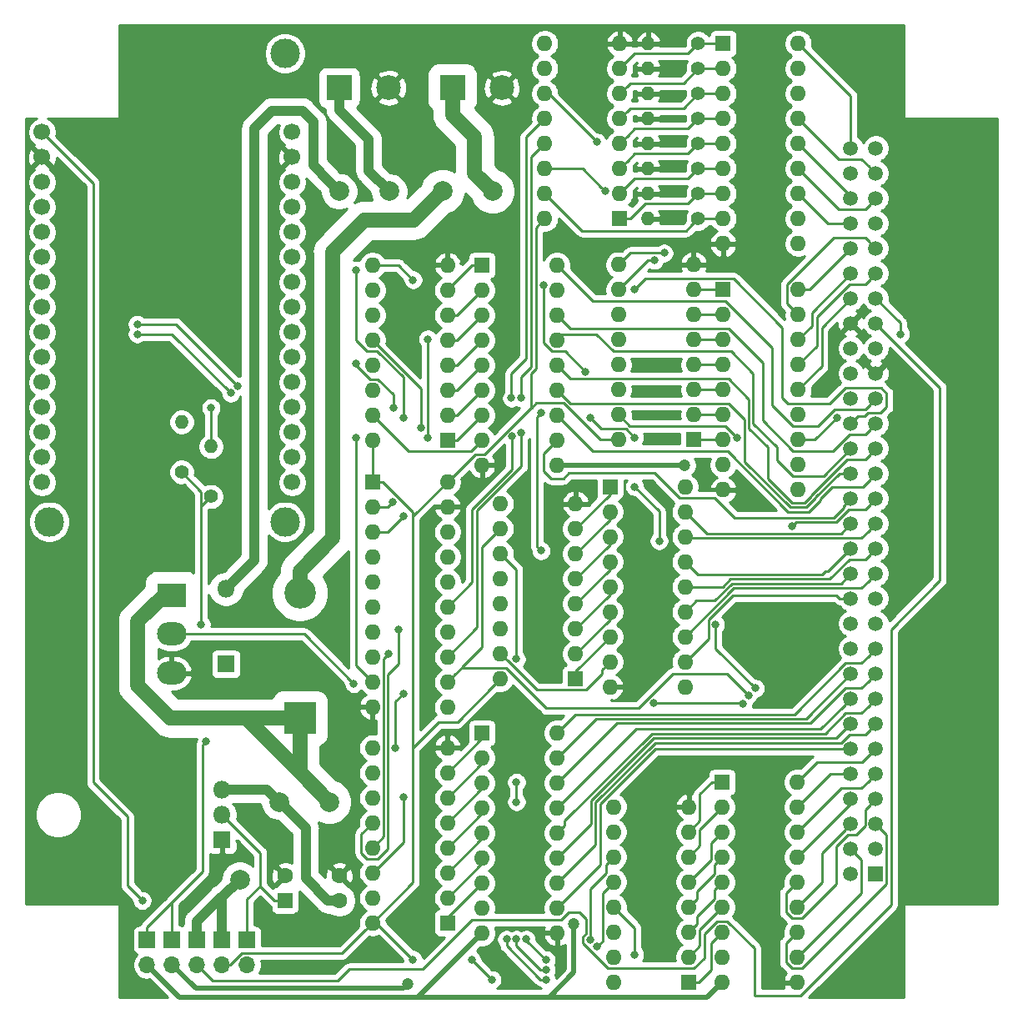
<source format=gbr>
G04 #@! TF.GenerationSoftware,KiCad,Pcbnew,5.1.5*
G04 #@! TF.CreationDate,2020-01-14T22:00:11+01:00*
G04 #@! TF.ProjectId,flipdot-brose,666c6970-646f-4742-9d62-726f73652e6b,rev?*
G04 #@! TF.SameCoordinates,Original*
G04 #@! TF.FileFunction,Copper,L2,Bot*
G04 #@! TF.FilePolarity,Positive*
%FSLAX46Y46*%
G04 Gerber Fmt 4.6, Leading zero omitted, Abs format (unit mm)*
G04 Created by KiCad (PCBNEW 5.1.5) date 2020-01-14 22:00:11*
%MOMM*%
%LPD*%
G04 APERTURE LIST*
%ADD10C,3.000000*%
%ADD11C,1.700000*%
%ADD12C,0.600000*%
%ADD13O,1.700000X1.700000*%
%ADD14R,1.700000X1.700000*%
%ADD15O,1.600000X1.600000*%
%ADD16R,1.600000X1.600000*%
%ADD17R,1.520000X1.520000*%
%ADD18C,1.520000*%
%ADD19R,1.800000X1.800000*%
%ADD20O,1.800000X1.800000*%
%ADD21C,1.400000*%
%ADD22O,1.400000X1.400000*%
%ADD23R,3.200000X3.200000*%
%ADD24O,3.200000X3.200000*%
%ADD25C,1.600000*%
%ADD26C,2.000000*%
%ADD27R,3.000000X2.350000*%
%ADD28O,3.000000X2.350000*%
%ADD29C,2.500000*%
%ADD30R,2.500000X2.500000*%
%ADD31C,0.800000*%
%ADD32C,1.200000*%
%ADD33C,1.000000*%
%ADD34C,0.250000*%
%ADD35C,0.500000*%
%ADD36C,1.500000*%
%ADD37C,0.254000*%
G04 APERTURE END LIST*
D10*
X190400000Y-35700000D03*
X166460000Y-83260000D03*
X190400000Y-83260000D03*
D11*
X165730000Y-43700000D03*
X165730000Y-46240000D03*
X165730000Y-48780000D03*
X165730000Y-51320000D03*
X165730000Y-53860000D03*
X165730000Y-56400000D03*
X165730000Y-58940000D03*
X165730000Y-61480000D03*
X165730000Y-64020000D03*
X165730000Y-66560000D03*
X165730000Y-69100000D03*
X165730000Y-71640000D03*
X165730000Y-74180000D03*
X165730000Y-76720000D03*
X165730000Y-79260000D03*
X191130000Y-43700000D03*
X191130000Y-46240000D03*
X191130000Y-48780000D03*
X191130000Y-51320000D03*
X191130000Y-53860000D03*
X191130000Y-56400000D03*
X191130000Y-58940000D03*
X191130000Y-61480000D03*
X191130000Y-64020000D03*
X191130000Y-66560000D03*
X191130000Y-69100000D03*
X191130000Y-71640000D03*
X191130000Y-74180000D03*
X191130000Y-76720000D03*
X191130000Y-79260000D03*
D12*
X190400000Y-128700000D03*
X193400000Y-128700000D03*
X194900000Y-128700000D03*
X191900000Y-128700000D03*
X190400000Y-125700000D03*
X193400000Y-124200000D03*
X193400000Y-125700000D03*
X190400000Y-124200000D03*
X194900000Y-124200000D03*
X194900000Y-125700000D03*
X191900000Y-125700000D03*
X191900000Y-124200000D03*
X169400000Y-102700000D03*
X164900000Y-105700000D03*
X164900000Y-102700000D03*
X164900000Y-104200000D03*
X166400000Y-105700000D03*
X166400000Y-102700000D03*
X167900000Y-104200000D03*
X167900000Y-102700000D03*
X166400000Y-104200000D03*
X169400000Y-104200000D03*
X167900000Y-105700000D03*
X169400000Y-105700000D03*
D13*
X178940000Y-128240000D03*
D14*
X178940000Y-125700000D03*
X184020000Y-125700000D03*
D13*
X184020000Y-128240000D03*
D14*
X176400000Y-125700000D03*
D13*
X176400000Y-128240000D03*
X186560000Y-128240000D03*
D14*
X186560000Y-125700000D03*
X181480000Y-125700000D03*
D13*
X181480000Y-128240000D03*
D12*
X225400000Y-81200000D03*
X225900000Y-82200000D03*
X227900000Y-80200000D03*
X226900000Y-96700000D03*
X228400000Y-93700000D03*
X225400000Y-95200000D03*
X228400000Y-95200000D03*
X228400000Y-92200000D03*
X225400000Y-93700000D03*
X226900000Y-92200000D03*
X228400000Y-96700000D03*
X226900000Y-95200000D03*
X226900000Y-93700000D03*
X225400000Y-92200000D03*
X225400000Y-96700000D03*
X212400000Y-69700000D03*
X211900000Y-71200000D03*
X212400000Y-77700000D03*
X212400000Y-76200000D03*
X172900000Y-83700000D03*
X174400000Y-82200000D03*
X175900000Y-82200000D03*
X175900000Y-83700000D03*
X172900000Y-80700000D03*
X177400000Y-80700000D03*
X175900000Y-80700000D03*
X177400000Y-83700000D03*
X172900000Y-82200000D03*
X177400000Y-82200000D03*
X174400000Y-80700000D03*
X174400000Y-83700000D03*
X183900000Y-50200000D03*
X183900000Y-51700000D03*
X182400000Y-50200000D03*
X183900000Y-48700000D03*
X182400000Y-48700000D03*
X182400000Y-51700000D03*
X182400000Y-47200000D03*
X183900000Y-45700000D03*
X182400000Y-44200000D03*
X182400000Y-45700000D03*
X183900000Y-44200000D03*
X183900000Y-47200000D03*
X179400000Y-51700000D03*
X177900000Y-48700000D03*
X179400000Y-48700000D03*
X180900000Y-48700000D03*
X180900000Y-51700000D03*
X177900000Y-50200000D03*
X179400000Y-50200000D03*
X176400000Y-51700000D03*
X180900000Y-50200000D03*
X176400000Y-50200000D03*
X176400000Y-48700000D03*
X177900000Y-51700000D03*
X176400000Y-45700000D03*
X179400000Y-47200000D03*
X177900000Y-44200000D03*
X177900000Y-47200000D03*
X180900000Y-47200000D03*
X179400000Y-44200000D03*
X180900000Y-45700000D03*
X176400000Y-47200000D03*
X177900000Y-45700000D03*
X179400000Y-45700000D03*
X180900000Y-44200000D03*
X176400000Y-44200000D03*
X214900000Y-78700000D03*
X214400000Y-80200000D03*
X214400000Y-81700000D03*
X208400000Y-80700000D03*
X227900000Y-67700000D03*
X227400000Y-74700000D03*
X226400000Y-72200000D03*
X227900000Y-72200000D03*
X227900000Y-70200000D03*
X226400000Y-70200000D03*
X240400000Y-51700000D03*
X238900000Y-51700000D03*
X237400000Y-51700000D03*
X237400000Y-54700000D03*
X238900000Y-54700000D03*
X240400000Y-54700000D03*
X240400000Y-53200000D03*
X238900000Y-53200000D03*
X237400000Y-53200000D03*
X237900000Y-80200000D03*
X236900000Y-80200000D03*
X236900000Y-79200000D03*
X259900000Y-118700000D03*
X258400000Y-118700000D03*
X256900000Y-118700000D03*
X255400000Y-118700000D03*
X255400000Y-117200000D03*
X256900000Y-117200000D03*
X258400000Y-117200000D03*
X259900000Y-117200000D03*
X259900000Y-115700000D03*
X258400000Y-115700000D03*
X256900000Y-115700000D03*
X255400000Y-115700000D03*
X259900000Y-47700000D03*
X258400000Y-47700000D03*
X256900000Y-47700000D03*
X255400000Y-47700000D03*
X255400000Y-46200000D03*
X256900000Y-46200000D03*
X258400000Y-46200000D03*
X259900000Y-46200000D03*
X259900000Y-44700000D03*
X258400000Y-44700000D03*
X256900000Y-44700000D03*
X255400000Y-44700000D03*
X241400000Y-99200000D03*
X242900000Y-99200000D03*
X244400000Y-99200000D03*
X244400000Y-97700000D03*
X242900000Y-97700000D03*
X215400000Y-108200000D03*
X215400000Y-106700000D03*
X215400000Y-116200000D03*
X213900000Y-114700000D03*
X215400000Y-114700000D03*
X215400000Y-113200000D03*
D15*
X218020000Y-104700000D03*
X210400000Y-125020000D03*
X218020000Y-107240000D03*
X210400000Y-122480000D03*
X218020000Y-109780000D03*
X210400000Y-119940000D03*
X218020000Y-112320000D03*
X210400000Y-117400000D03*
X218020000Y-114860000D03*
X210400000Y-114860000D03*
X218020000Y-117400000D03*
X210400000Y-112320000D03*
X218020000Y-119940000D03*
X210400000Y-109780000D03*
X218020000Y-122480000D03*
X210400000Y-107240000D03*
X218020000Y-125020000D03*
D16*
X210400000Y-104700000D03*
D12*
X215400000Y-105200000D03*
X241400000Y-97700000D03*
D17*
X250400000Y-119000000D03*
D18*
X247860000Y-119000000D03*
X250400000Y-116460000D03*
X247860000Y-116460000D03*
X250400000Y-113920000D03*
X247860000Y-113920000D03*
X250400000Y-111380000D03*
X247860000Y-111380000D03*
X250400000Y-108840000D03*
X247860000Y-108840000D03*
X250400000Y-106300000D03*
X247860000Y-106300000D03*
X250400000Y-103760000D03*
X247860000Y-103760000D03*
X250400000Y-101220000D03*
X247860000Y-101220000D03*
X250400000Y-98680000D03*
X247860000Y-98680000D03*
X250400000Y-96140000D03*
X247860000Y-96140000D03*
X250400000Y-93600000D03*
X247860000Y-93600000D03*
X250400000Y-91060000D03*
X247860000Y-91060000D03*
X250400000Y-88520000D03*
X247860000Y-88520000D03*
X250400000Y-85980000D03*
X247860000Y-85980000D03*
X250400000Y-83440000D03*
X247860000Y-83440000D03*
X250400000Y-80900000D03*
X247860000Y-80900000D03*
X250400000Y-78360000D03*
X247860000Y-78360000D03*
X250400000Y-75820000D03*
X247860000Y-75820000D03*
X250400000Y-73280000D03*
X247860000Y-73280000D03*
X250400000Y-70740000D03*
X247860000Y-70740000D03*
X250400000Y-68200000D03*
X247860000Y-68200000D03*
X250400000Y-65660000D03*
X247860000Y-65660000D03*
X250400000Y-63120000D03*
X247860000Y-63120000D03*
X250400000Y-60580000D03*
X247860000Y-60580000D03*
X250400000Y-58040000D03*
X247860000Y-58040000D03*
X250400000Y-55500000D03*
X247860000Y-55500000D03*
X250400000Y-52960000D03*
X247860000Y-52960000D03*
X250400000Y-50420000D03*
X247860000Y-50420000D03*
X250400000Y-47880000D03*
X247860000Y-47880000D03*
X250400000Y-45340000D03*
X247860000Y-45340000D03*
D19*
X184400000Y-97700000D03*
D20*
X184400000Y-90080000D03*
D21*
X232360000Y-34700000D03*
D22*
X227280000Y-34700000D03*
X227280000Y-37240000D03*
D21*
X232360000Y-37240000D03*
X232360000Y-39780000D03*
D22*
X227280000Y-39780000D03*
X227280000Y-42320000D03*
D21*
X232360000Y-42320000D03*
D22*
X227280000Y-44860000D03*
D21*
X232360000Y-44860000D03*
X232360000Y-47400000D03*
D22*
X227280000Y-47400000D03*
X227280000Y-49940000D03*
D21*
X232360000Y-49940000D03*
X232360000Y-52480000D03*
D22*
X227280000Y-52480000D03*
D16*
X199280000Y-79200000D03*
D15*
X206900000Y-102060000D03*
X199280000Y-81740000D03*
X206900000Y-99520000D03*
X199280000Y-84280000D03*
X206900000Y-96980000D03*
X199280000Y-86820000D03*
X206900000Y-94440000D03*
X199280000Y-89360000D03*
X206900000Y-91900000D03*
X199280000Y-91900000D03*
X206900000Y-89360000D03*
X199280000Y-94440000D03*
X206900000Y-86820000D03*
X199280000Y-96980000D03*
X206900000Y-84280000D03*
X199280000Y-99520000D03*
X206900000Y-81740000D03*
X199280000Y-102060000D03*
X206900000Y-79200000D03*
X242520000Y-59700000D03*
X234900000Y-80020000D03*
X242520000Y-62240000D03*
X234900000Y-77480000D03*
X242520000Y-64780000D03*
X234900000Y-74940000D03*
X242520000Y-67320000D03*
X234900000Y-72400000D03*
X242520000Y-69860000D03*
X234900000Y-69860000D03*
X242520000Y-72400000D03*
X234900000Y-67320000D03*
X242520000Y-74940000D03*
X234900000Y-64780000D03*
X242520000Y-77480000D03*
X234900000Y-62240000D03*
X242520000Y-80020000D03*
D16*
X234900000Y-59700000D03*
X231900000Y-74940000D03*
D15*
X224280000Y-57160000D03*
X231900000Y-72400000D03*
X224280000Y-59700000D03*
X231900000Y-69860000D03*
X224280000Y-62240000D03*
X231900000Y-67320000D03*
X224280000Y-64780000D03*
X231900000Y-64780000D03*
X224280000Y-67320000D03*
X231900000Y-62240000D03*
X224280000Y-69860000D03*
X231900000Y-59700000D03*
X224280000Y-72400000D03*
X231900000Y-57160000D03*
X224280000Y-74940000D03*
D16*
X223400000Y-79700000D03*
D15*
X231020000Y-100020000D03*
X223400000Y-82240000D03*
X231020000Y-97480000D03*
X223400000Y-84780000D03*
X231020000Y-94940000D03*
X223400000Y-87320000D03*
X231020000Y-92400000D03*
X223400000Y-89860000D03*
X231020000Y-89860000D03*
X223400000Y-92400000D03*
X231020000Y-87320000D03*
X223400000Y-94940000D03*
X231020000Y-84780000D03*
X223400000Y-97480000D03*
X231020000Y-82240000D03*
X223400000Y-100020000D03*
X231020000Y-79700000D03*
X212280000Y-99200000D03*
X219900000Y-81420000D03*
X212280000Y-96660000D03*
X219900000Y-83960000D03*
X212280000Y-94120000D03*
X219900000Y-86500000D03*
X212280000Y-91580000D03*
X219900000Y-89040000D03*
X212280000Y-89040000D03*
X219900000Y-91580000D03*
X212280000Y-86500000D03*
X219900000Y-94120000D03*
X212280000Y-83960000D03*
X219900000Y-96660000D03*
X212280000Y-81420000D03*
D16*
X219900000Y-99200000D03*
X224400000Y-52480000D03*
D15*
X216780000Y-34700000D03*
X224400000Y-49940000D03*
X216780000Y-37240000D03*
X224400000Y-47400000D03*
X216780000Y-39780000D03*
X224400000Y-44860000D03*
X216780000Y-42320000D03*
X224400000Y-42320000D03*
X216780000Y-44860000D03*
X224400000Y-39780000D03*
X216780000Y-47400000D03*
X224400000Y-37240000D03*
X216780000Y-49940000D03*
X224400000Y-34700000D03*
X216780000Y-52480000D03*
X218020000Y-57200000D03*
X210400000Y-77520000D03*
X218020000Y-59740000D03*
X210400000Y-74980000D03*
X218020000Y-62280000D03*
X210400000Y-72440000D03*
X218020000Y-64820000D03*
X210400000Y-69900000D03*
X218020000Y-67360000D03*
X210400000Y-67360000D03*
X218020000Y-69900000D03*
X210400000Y-64820000D03*
X218020000Y-72440000D03*
X210400000Y-62280000D03*
X218020000Y-74980000D03*
X210400000Y-59740000D03*
X218020000Y-77520000D03*
D16*
X210400000Y-57200000D03*
X234900000Y-34700000D03*
D15*
X242520000Y-55020000D03*
X234900000Y-37240000D03*
X242520000Y-52480000D03*
X234900000Y-39780000D03*
X242520000Y-49940000D03*
X234900000Y-42320000D03*
X242520000Y-47400000D03*
X234900000Y-44860000D03*
X242520000Y-44860000D03*
X234900000Y-47400000D03*
X242520000Y-42320000D03*
X234900000Y-49940000D03*
X242520000Y-39780000D03*
X234900000Y-52480000D03*
X242520000Y-37240000D03*
X234900000Y-55020000D03*
X242520000Y-34700000D03*
X199280000Y-74980000D03*
X206900000Y-57200000D03*
X199280000Y-72440000D03*
X206900000Y-59740000D03*
X199280000Y-69900000D03*
X206900000Y-62280000D03*
X199280000Y-67360000D03*
X206900000Y-64820000D03*
X199280000Y-64820000D03*
X206900000Y-67360000D03*
X199280000Y-62280000D03*
X206900000Y-69900000D03*
X199280000Y-59740000D03*
X206900000Y-72440000D03*
X199280000Y-57200000D03*
D16*
X206900000Y-74980000D03*
X234780000Y-109700000D03*
D15*
X242400000Y-130020000D03*
X234780000Y-112240000D03*
X242400000Y-127480000D03*
X234780000Y-114780000D03*
X242400000Y-124940000D03*
X234780000Y-117320000D03*
X242400000Y-122400000D03*
X234780000Y-119860000D03*
X242400000Y-119860000D03*
X234780000Y-122400000D03*
X242400000Y-117320000D03*
X234780000Y-124940000D03*
X242400000Y-114780000D03*
X234780000Y-127480000D03*
X242400000Y-112240000D03*
X234780000Y-130020000D03*
X242400000Y-109700000D03*
D16*
X231400000Y-129980000D03*
D15*
X223780000Y-112200000D03*
X231400000Y-127440000D03*
X223780000Y-114740000D03*
X231400000Y-124900000D03*
X223780000Y-117280000D03*
X231400000Y-122360000D03*
X223780000Y-119820000D03*
X231400000Y-119820000D03*
X223780000Y-122360000D03*
X231400000Y-117280000D03*
X223780000Y-124900000D03*
X231400000Y-114740000D03*
X223780000Y-127440000D03*
X231400000Y-112200000D03*
X223780000Y-129980000D03*
X199280000Y-123980000D03*
X206900000Y-106200000D03*
X199280000Y-121440000D03*
X206900000Y-108740000D03*
X199280000Y-118900000D03*
X206900000Y-111280000D03*
X199280000Y-116360000D03*
X206900000Y-113820000D03*
X199280000Y-113820000D03*
X206900000Y-116360000D03*
X199280000Y-111280000D03*
X206900000Y-118900000D03*
X199280000Y-108740000D03*
X206900000Y-121440000D03*
X199280000Y-106200000D03*
D16*
X206900000Y-123980000D03*
D23*
X191900000Y-103200000D03*
D24*
X191900000Y-90500000D03*
D16*
X190400000Y-121700000D03*
D25*
X190400000Y-119200000D03*
D26*
X195900000Y-49700000D03*
X200980000Y-49710000D03*
X189820000Y-111690000D03*
X194900000Y-111700000D03*
X206400000Y-49700000D03*
X211480000Y-49710000D03*
D27*
X178900000Y-90700000D03*
D28*
X178900000Y-94660000D03*
X178900000Y-98620000D03*
D19*
X184020000Y-115540000D03*
D20*
X184020000Y-113000000D03*
X184020000Y-110460000D03*
D25*
X195900000Y-121700000D03*
X195900000Y-119200000D03*
D22*
X179900000Y-73120000D03*
D21*
X179900000Y-78200000D03*
X182900000Y-80700000D03*
D22*
X182900000Y-75620000D03*
D29*
X212400000Y-39200000D03*
D30*
X207400000Y-39200000D03*
X195900000Y-39200000D03*
D29*
X200900000Y-39200000D03*
D26*
X185813819Y-119613819D03*
D31*
X211400000Y-129750000D03*
X203400000Y-127700000D03*
X209349994Y-127700004D03*
X181900000Y-93700000D03*
X241900000Y-83700000D03*
X225900000Y-59700000D03*
D32*
X202900000Y-130200000D03*
X230986002Y-77520000D03*
X219727551Y-124050662D03*
D31*
X252900000Y-64200000D03*
X246450000Y-72700000D03*
X175900000Y-121700000D03*
X197600000Y-74700000D03*
X202400000Y-82700000D03*
X202400000Y-72700000D03*
X197600000Y-57700000D03*
X201352347Y-81247653D03*
X201400000Y-71700000D03*
X197600000Y-67200000D03*
X184900000Y-70200000D03*
X175400000Y-64200000D03*
X185607108Y-69492892D03*
X175400000Y-63199997D03*
X182900000Y-71700000D03*
X227900000Y-56700000D03*
X237451981Y-100866142D03*
X201580011Y-106200000D03*
X202400000Y-100700000D03*
X214400000Y-70700000D03*
X214400000Y-74200000D03*
X216400000Y-86200000D03*
X216400000Y-72200000D03*
X225900000Y-127200000D03*
X216900000Y-129750006D03*
X212900000Y-125650000D03*
X200900000Y-96700000D03*
X213400000Y-70700000D03*
X213479518Y-74590789D03*
X222107108Y-126407108D03*
X216900000Y-128750003D03*
X213900000Y-125650000D03*
X201900000Y-94200000D03*
X204175000Y-73700000D03*
X222065000Y-44700000D03*
X216900000Y-127750000D03*
X214900000Y-125650000D03*
X221400000Y-125700000D03*
X213900000Y-97200000D03*
X213900000Y-109700000D03*
X213900000Y-111700000D03*
X204900000Y-64700000D03*
X204900000Y-74700000D03*
X222900000Y-49700000D03*
X236324970Y-74700000D03*
X228900000Y-55975000D03*
X238159089Y-100159034D03*
X234125000Y-93700000D03*
X228400000Y-85200000D03*
X225900000Y-79700000D03*
X225900000Y-74700000D03*
X221400000Y-72700000D03*
X220900000Y-68009999D03*
X216625000Y-59200000D03*
X203400000Y-58700000D03*
X202400000Y-111200000D03*
X227877537Y-101677537D03*
X236900000Y-101700000D03*
X197400000Y-99700000D03*
X182400000Y-105550000D03*
D33*
X188590000Y-110460000D02*
X184020000Y-110460000D01*
X189820000Y-111690000D02*
X188590000Y-110460000D01*
X192500001Y-114370001D02*
X190819999Y-112689999D01*
X192500001Y-119431371D02*
X192500001Y-114370001D01*
X194768630Y-121700000D02*
X192500001Y-119431371D01*
X190819999Y-112689999D02*
X189820000Y-111690000D01*
X195900000Y-121700000D02*
X194768630Y-121700000D01*
X184020000Y-121407638D02*
X184020000Y-125700000D01*
X185813819Y-119613819D02*
X184020000Y-121407638D01*
X181480000Y-123850000D02*
X183922362Y-121407638D01*
X183922362Y-121407638D02*
X184020000Y-121407638D01*
X181480000Y-125700000D02*
X181480000Y-123850000D01*
D34*
X211480001Y-99999999D02*
X212280000Y-99200000D01*
X199280000Y-123980000D02*
X203400000Y-119860000D01*
X207905001Y-103574999D02*
X211480001Y-99999999D01*
X203400000Y-119860000D02*
X203400000Y-106200000D01*
X203400000Y-106200000D02*
X206025001Y-103574999D01*
X206025001Y-103574999D02*
X207905001Y-103574999D01*
X203400000Y-82700000D02*
X206900000Y-79200000D01*
X203400000Y-106200000D02*
X203400000Y-82700000D01*
X200330000Y-79200000D02*
X199280000Y-79200000D01*
X203400000Y-82270000D02*
X200330000Y-79200000D01*
X203400000Y-82700000D02*
X203400000Y-82270000D01*
X199280000Y-79200000D02*
X199280000Y-74980000D01*
X199680000Y-123980000D02*
X199280000Y-123980000D01*
X203400000Y-127700000D02*
X199680000Y-123980000D01*
X210650003Y-76394999D02*
X215400000Y-71645002D01*
X206900000Y-79200000D02*
X209705001Y-76394999D01*
X209705001Y-76394999D02*
X210650003Y-76394999D01*
X222423590Y-74940000D02*
X223148630Y-74940000D01*
X218683590Y-71200000D02*
X222423590Y-74940000D01*
X215900000Y-71200000D02*
X218683590Y-71200000D01*
X223148630Y-74940000D02*
X224280000Y-74940000D01*
X215454998Y-71645002D02*
X215900000Y-71200000D01*
X215400000Y-71645002D02*
X215454998Y-71645002D01*
X215400000Y-71645002D02*
X215400000Y-68200000D01*
X215400000Y-68200000D02*
X215900000Y-67700000D01*
X215900000Y-53360000D02*
X216780000Y-52480000D01*
X215900000Y-67700000D02*
X215900000Y-53360000D01*
X209350004Y-127700004D02*
X209349994Y-127700004D01*
X211400000Y-129750000D02*
X209350004Y-127700004D01*
X196195001Y-127064999D02*
X198480001Y-124779999D01*
X185995999Y-127064999D02*
X196195001Y-127064999D01*
X198480001Y-124779999D02*
X199280000Y-123980000D01*
X184820998Y-128240000D02*
X185995999Y-127064999D01*
X184020000Y-128240000D02*
X184820998Y-128240000D01*
X189350000Y-121700000D02*
X187900000Y-120250000D01*
X190400000Y-121700000D02*
X189350000Y-121700000D01*
X187900000Y-116880000D02*
X184020000Y-113000000D01*
X187900000Y-120250000D02*
X187900000Y-116880000D01*
X186560000Y-121590000D02*
X186560000Y-125700000D01*
X187900000Y-120250000D02*
X186560000Y-121590000D01*
X181900000Y-80200000D02*
X179900000Y-78200000D01*
X181900000Y-81700000D02*
X181900000Y-80200000D01*
X181900000Y-81700000D02*
X182900000Y-80700000D01*
X181900000Y-93700000D02*
X181900000Y-81700000D01*
D33*
X193280001Y-42667999D02*
X193280001Y-47080001D01*
X193280001Y-47080001D02*
X194900001Y-48700001D01*
X187307109Y-87172891D02*
X187307109Y-43292891D01*
X184400000Y-90080000D02*
X187307109Y-87172891D01*
X194900001Y-48700001D02*
X195900000Y-49700000D01*
X187307109Y-43292891D02*
X189050001Y-41549999D01*
X189050001Y-41549999D02*
X192162001Y-41549999D01*
X192162001Y-41549999D02*
X193280001Y-42667999D01*
X195900000Y-41450000D02*
X198900000Y-44450000D01*
X195900000Y-39200000D02*
X195900000Y-41450000D01*
X198900000Y-47630000D02*
X200980000Y-49710000D01*
X198900000Y-44450000D02*
X198900000Y-47630000D01*
D34*
X248945001Y-120934999D02*
X248945001Y-117545001D01*
X248619999Y-117219999D02*
X247860000Y-116460000D01*
X248945001Y-117545001D02*
X248619999Y-117219999D01*
X242400000Y-127480000D02*
X248945001Y-120934999D01*
X251485001Y-115005001D02*
X251159999Y-114679999D01*
X251485001Y-120060001D02*
X251485001Y-115005001D01*
X241859999Y-128605001D02*
X242940001Y-128605001D01*
X241274999Y-128020001D02*
X241859999Y-128605001D01*
X242940001Y-128605001D02*
X251485001Y-120060001D01*
X241274999Y-126065001D02*
X241274999Y-128020001D01*
X251159999Y-114679999D02*
X250400000Y-113920000D01*
X242400000Y-124940000D02*
X241274999Y-126065001D01*
X244900000Y-116880000D02*
X247100001Y-114679999D01*
X244900000Y-119900000D02*
X244900000Y-116880000D01*
X247100001Y-114679999D02*
X247860000Y-113920000D01*
X242400000Y-122400000D02*
X244900000Y-119900000D01*
X249640001Y-112139999D02*
X250400000Y-111380000D01*
X249314999Y-114070803D02*
X249314999Y-112465001D01*
X248380801Y-115005001D02*
X249314999Y-114070803D01*
X247594999Y-115005001D02*
X248380801Y-115005001D01*
X246400000Y-116200000D02*
X247594999Y-115005001D01*
X246400000Y-120065002D02*
X246400000Y-116200000D01*
X249314999Y-112465001D02*
X249640001Y-112139999D01*
X242940001Y-123525001D02*
X246400000Y-120065002D01*
X241859999Y-123525001D02*
X242940001Y-123525001D01*
X241274999Y-122940001D02*
X241859999Y-123525001D01*
X241274999Y-120985001D02*
X241274999Y-122940001D01*
X242400000Y-119860000D02*
X241274999Y-120985001D01*
X247860000Y-111860000D02*
X247860000Y-111380000D01*
X242400000Y-117320000D02*
X247860000Y-111860000D01*
X249640001Y-109599999D02*
X250400000Y-108840000D01*
X248945001Y-110294999D02*
X249640001Y-109599999D01*
X246885001Y-110294999D02*
X248945001Y-110294999D01*
X242400000Y-114780000D02*
X246885001Y-110294999D01*
X245800000Y-108840000D02*
X247860000Y-108840000D01*
X242400000Y-112240000D02*
X245800000Y-108840000D01*
X249000000Y-107700000D02*
X250400000Y-106300000D01*
X242400000Y-109700000D02*
X244400000Y-107700000D01*
X244400000Y-107700000D02*
X249000000Y-107700000D01*
X246785198Y-106300000D02*
X247860000Y-106300000D01*
X228014998Y-106300000D02*
X246785198Y-106300000D01*
X222400000Y-111914998D02*
X228014998Y-106300000D01*
X222400000Y-118100000D02*
X222400000Y-111914998D01*
X218020000Y-122480000D02*
X222400000Y-118100000D01*
X249640001Y-104519999D02*
X250400000Y-103760000D01*
X247709197Y-104845001D02*
X249314999Y-104845001D01*
X221949990Y-116010010D02*
X221949991Y-111728597D01*
X221949991Y-111728597D02*
X227978588Y-105700000D01*
X227978588Y-105700000D02*
X246854198Y-105700000D01*
X249314999Y-104845001D02*
X249640001Y-104519999D01*
X218020000Y-119940000D02*
X221949990Y-116010010D01*
X246854198Y-105700000D02*
X247709197Y-104845001D01*
X221499982Y-111542196D02*
X227842178Y-105200000D01*
X218020000Y-117400000D02*
X221499982Y-113920018D01*
X221499982Y-113920018D02*
X221499982Y-111542196D01*
X246420000Y-105200000D02*
X247860000Y-103760000D01*
X227842178Y-105200000D02*
X246420000Y-105200000D01*
X248945001Y-102674999D02*
X249640001Y-101979999D01*
X247339199Y-102674999D02*
X248945001Y-102674999D01*
X245264208Y-104749990D02*
X247339199Y-102674999D01*
X227655778Y-104749990D02*
X245264208Y-104749990D01*
X218819999Y-113585769D02*
X227655778Y-104749990D01*
X218819999Y-114060001D02*
X218819999Y-113585769D01*
X249640001Y-101979999D02*
X250400000Y-101220000D01*
X218020000Y-114860000D02*
X218819999Y-114060001D01*
X247100001Y-101979999D02*
X247860000Y-101220000D01*
X244780020Y-104299980D02*
X247100001Y-101979999D01*
X226040020Y-104299980D02*
X244780020Y-104299980D01*
X218020000Y-112320000D02*
X226040020Y-104299980D01*
X218020000Y-109780000D02*
X224100000Y-103700000D01*
X248945001Y-100134999D02*
X249640001Y-99439999D01*
X247339199Y-100134999D02*
X248945001Y-100134999D01*
X243774198Y-103700000D02*
X247339199Y-100134999D01*
X249640001Y-99439999D02*
X250400000Y-98680000D01*
X224100000Y-103700000D02*
X243774198Y-103700000D01*
X243290010Y-103249990D02*
X247860000Y-98680000D01*
X218020000Y-107240000D02*
X222010010Y-103249990D01*
X222010010Y-103249990D02*
X243290010Y-103249990D01*
X249640001Y-96899999D02*
X250400000Y-96140000D01*
X247339199Y-97594999D02*
X248945001Y-97594999D01*
X248945001Y-97594999D02*
X249640001Y-96899999D01*
X242134218Y-102799980D02*
X247339199Y-97594999D01*
X219920020Y-102799980D02*
X242134218Y-102799980D01*
X218020000Y-104700000D02*
X219920020Y-102799980D01*
X233400000Y-95100000D02*
X233400000Y-93200000D01*
X246760000Y-91060000D02*
X247860000Y-91060000D01*
X231020000Y-97480000D02*
X233400000Y-95100000D01*
X233400000Y-93200000D02*
X235900000Y-90700000D01*
X235900000Y-90700000D02*
X246400000Y-90700000D01*
X246400000Y-90700000D02*
X246760000Y-91060000D01*
X249640001Y-89279999D02*
X250400000Y-88520000D01*
X248945001Y-89974999D02*
X249640001Y-89279999D01*
X235985001Y-89974999D02*
X248945001Y-89974999D01*
X231020000Y-94940000D02*
X235985001Y-89974999D01*
X231020000Y-92400000D02*
X232145001Y-91274999D01*
X234048591Y-91274999D02*
X235798601Y-89524989D01*
X232145001Y-91274999D02*
X234048591Y-91274999D01*
X246855011Y-89524989D02*
X247860000Y-88520000D01*
X235798601Y-89524989D02*
X246855011Y-89524989D01*
X249640001Y-86739999D02*
X250400000Y-85980000D01*
X247709197Y-87065001D02*
X249314999Y-87065001D01*
X234827180Y-89860000D02*
X235612201Y-89074979D01*
X249314999Y-87065001D02*
X249640001Y-86739999D01*
X235612201Y-89074979D02*
X245699219Y-89074979D01*
X231020000Y-89860000D02*
X234827180Y-89860000D01*
X245699219Y-89074979D02*
X247709197Y-87065001D01*
X231020000Y-87320000D02*
X232324969Y-88624969D01*
X245280000Y-88320000D02*
X244975031Y-88624969D01*
X245520000Y-88320000D02*
X245280000Y-88320000D01*
X245520000Y-88320000D02*
X247860000Y-85980000D01*
X232324969Y-88624969D02*
X244975031Y-88624969D01*
X249640001Y-84199999D02*
X250400000Y-83440000D01*
X248945001Y-84894999D02*
X249640001Y-84199999D01*
X231134999Y-84894999D02*
X248945001Y-84894999D01*
X231020000Y-84780000D02*
X231134999Y-84894999D01*
X231020000Y-82240000D02*
X233224989Y-84444989D01*
X246855011Y-84444989D02*
X247860000Y-83440000D01*
X233224989Y-84444989D02*
X246855011Y-84444989D01*
X241900000Y-83700000D02*
X242324989Y-83275011D01*
X242324989Y-83275011D02*
X246400000Y-83275011D01*
X249640001Y-81659999D02*
X250400000Y-80900000D01*
X249314999Y-81985001D02*
X249640001Y-81659999D01*
X247690010Y-81985001D02*
X249314999Y-81985001D01*
X246400000Y-83275011D02*
X247690010Y-81985001D01*
X247100001Y-81832500D02*
X247100001Y-81659999D01*
X246107500Y-82825001D02*
X247100001Y-81832500D01*
X236039999Y-82825001D02*
X246107500Y-82825001D01*
X230479999Y-80825001D02*
X234039999Y-80825001D01*
X227950008Y-78295010D02*
X230479999Y-80825001D01*
X218656001Y-78845001D02*
X219205992Y-78295010D01*
X217383999Y-78845001D02*
X218656001Y-78845001D01*
X219205992Y-78295010D02*
X227950008Y-78295010D01*
X216694999Y-78156001D02*
X217383999Y-78845001D01*
X216694999Y-76305001D02*
X216694999Y-78156001D01*
X218020000Y-74980000D02*
X216694999Y-76305001D01*
X247100001Y-81659999D02*
X247860000Y-80900000D01*
X234039999Y-80825001D02*
X236039999Y-82825001D01*
X241511199Y-82245021D02*
X243598972Y-82245021D01*
X249640001Y-79119999D02*
X250400000Y-78360000D01*
X249060000Y-79700000D02*
X249640001Y-79119999D01*
X243598972Y-82245021D02*
X244745023Y-81098970D01*
X221645001Y-76065001D02*
X235331179Y-76065001D01*
X235331179Y-76065001D02*
X241511199Y-82245021D01*
X218020000Y-72440000D02*
X221645001Y-76065001D01*
X244745023Y-80931470D02*
X245976493Y-79700000D01*
X245976493Y-79700000D02*
X249060000Y-79700000D01*
X244745023Y-81098970D02*
X244745023Y-80931470D01*
X219394999Y-71274999D02*
X235474999Y-71274999D01*
X218020000Y-69900000D02*
X219394999Y-71274999D01*
X244295012Y-80842401D02*
X244295012Y-80745070D01*
X235474999Y-71274999D02*
X237049970Y-72849970D01*
X246785198Y-78360000D02*
X247860000Y-78360000D01*
X246680082Y-78360000D02*
X246785198Y-78360000D01*
X241697599Y-81795012D02*
X243342401Y-81795012D01*
X237049970Y-77147382D02*
X241697599Y-81795012D01*
X237049970Y-72849970D02*
X237049970Y-77147382D01*
X244295012Y-80745070D02*
X246680082Y-78360000D01*
X243342401Y-81795012D02*
X244295012Y-80842401D01*
X237499981Y-73799981D02*
X239400000Y-75700000D01*
X239400000Y-75700000D02*
X239400000Y-78861002D01*
X235440001Y-68734999D02*
X237499980Y-70794978D01*
X239400000Y-78861002D02*
X241883999Y-81345001D01*
X219394999Y-68734999D02*
X235440001Y-68734999D01*
X247498670Y-76905001D02*
X249314999Y-76905001D01*
X237499980Y-70794978D02*
X237499981Y-73799981D01*
X243845001Y-80656001D02*
X243845001Y-80558670D01*
X249314999Y-76905001D02*
X249640001Y-76579999D01*
X249640001Y-76579999D02*
X250400000Y-75820000D01*
X243845001Y-80558670D02*
X247498670Y-76905001D01*
X218020000Y-67360000D02*
X219394999Y-68734999D01*
X243156001Y-81345001D02*
X243845001Y-80656001D01*
X241883999Y-81345001D02*
X243156001Y-81345001D01*
X218640000Y-64200000D02*
X218020000Y-64820000D01*
X222034998Y-64200000D02*
X218640000Y-64200000D01*
X223755150Y-65920152D02*
X222034998Y-64200000D01*
X237949990Y-68190294D02*
X235679848Y-65920152D01*
X237949990Y-73249990D02*
X237949990Y-68190294D01*
X240400000Y-75700000D02*
X237949990Y-73249990D01*
X240400000Y-77025002D02*
X240400000Y-75700000D01*
X235679848Y-65920152D02*
X223755150Y-65920152D01*
X247860000Y-75820000D02*
X245074999Y-78605001D01*
X245074999Y-78605001D02*
X241979999Y-78605001D01*
X241979999Y-78605001D02*
X240400000Y-77025002D01*
X249640001Y-74039999D02*
X250400000Y-73280000D01*
X249314999Y-74365001D02*
X249640001Y-74039999D01*
X246034999Y-76065001D02*
X247734999Y-74365001D01*
X241979999Y-76065001D02*
X246034999Y-76065001D01*
X247734999Y-74365001D02*
X249314999Y-74365001D01*
X219394999Y-63654999D02*
X235440001Y-63654999D01*
X218020000Y-62280000D02*
X219394999Y-63654999D01*
X235440001Y-63654999D02*
X238900000Y-67114998D01*
X238900000Y-67114998D02*
X238900000Y-72985002D01*
X238900000Y-72985002D02*
X241979999Y-76065001D01*
X250905001Y-72194999D02*
X249581411Y-72194999D01*
X248619999Y-72520001D02*
X247860000Y-73280000D01*
X251485001Y-71614999D02*
X250905001Y-72194999D01*
X249256409Y-72520001D02*
X248619999Y-72520001D01*
X245719199Y-71274999D02*
X247339199Y-69654999D01*
X241474999Y-71274999D02*
X245719199Y-71274999D01*
X249581411Y-72194999D02*
X249256409Y-72520001D01*
X251485001Y-70219199D02*
X251485001Y-71614999D01*
X250920801Y-69654999D02*
X251485001Y-70219199D01*
X247339199Y-69654999D02*
X250920801Y-69654999D01*
X240900000Y-70700000D02*
X241474999Y-71274999D01*
X227025001Y-58574999D02*
X225900000Y-59700000D01*
X235960001Y-58574999D02*
X227025001Y-58574999D01*
X240900000Y-70700000D02*
X240900000Y-63514998D01*
X240900000Y-63514998D02*
X235960001Y-58574999D01*
X249640001Y-71499999D02*
X250400000Y-70740000D01*
X249314999Y-71825001D02*
X249640001Y-71499999D01*
X246210799Y-71825001D02*
X249314999Y-71825001D01*
X241979999Y-73525001D02*
X244510799Y-73525001D01*
X244510799Y-73525001D02*
X246210799Y-71825001D01*
X221645001Y-60825001D02*
X235150003Y-60825001D01*
X218020000Y-57200000D02*
X221645001Y-60825001D01*
X235150003Y-60825001D02*
X239900000Y-65574998D01*
X239900000Y-71445002D02*
X241979999Y-73525001D01*
X239900000Y-65574998D02*
X239900000Y-71445002D01*
D35*
X202475020Y-130624980D02*
X202900000Y-130200000D01*
X178940000Y-128240000D02*
X181324980Y-130624980D01*
X181324980Y-130624980D02*
X202475020Y-130624980D01*
X209600001Y-125819999D02*
X210400000Y-125020000D01*
X203895010Y-131524990D02*
X209600001Y-125819999D01*
X234780000Y-130020000D02*
X233275010Y-131524990D01*
X203575010Y-131524990D02*
X203895010Y-131524990D01*
X219151370Y-77520000D02*
X218020000Y-77520000D01*
X217224990Y-131524990D02*
X203575010Y-131524990D01*
X233275010Y-131524990D02*
X217224990Y-131524990D01*
X230986002Y-77520000D02*
X219151370Y-77520000D01*
X217224990Y-131524990D02*
X219727551Y-129022429D01*
X219727551Y-129022429D02*
X219727551Y-124899190D01*
X219727551Y-124899190D02*
X219727551Y-124050662D01*
X179684990Y-131524990D02*
X203575010Y-131524990D01*
X179684990Y-131524990D02*
X176400000Y-128240000D01*
D34*
X235320001Y-123814999D02*
X234239999Y-123814999D01*
X250400000Y-63120000D02*
X256900000Y-69620000D01*
X238045001Y-126539999D02*
X235320001Y-123814999D01*
X238045001Y-131345001D02*
X238045001Y-126539999D01*
X256900000Y-69620000D02*
X256900000Y-89200000D01*
X220949989Y-125077009D02*
X220949989Y-123608096D01*
X234239999Y-123814999D02*
X232975011Y-125079987D01*
X251935010Y-94164990D02*
X251935010Y-122149992D01*
X220949989Y-123608096D02*
X220267553Y-122925660D01*
X183089970Y-129849970D02*
X181480000Y-128240000D01*
X242740001Y-131345001D02*
X238045001Y-131345001D01*
X232975011Y-125079987D02*
X232975011Y-127529991D01*
X251935010Y-122149992D02*
X242740001Y-131345001D01*
X232975011Y-127529991D02*
X231940001Y-128565001D01*
X223191999Y-128565001D02*
X220674999Y-126048001D01*
X220674999Y-125351999D02*
X220949989Y-125077009D01*
X256900000Y-89200000D02*
X251935010Y-94164990D01*
X195750030Y-129849970D02*
X183089970Y-129849970D01*
X231940001Y-128565001D02*
X223191999Y-128565001D01*
X220674999Y-126048001D02*
X220674999Y-125351999D01*
X209370003Y-123694999D02*
X204365002Y-128700000D01*
X220267553Y-122925660D02*
X219239342Y-122925660D01*
X196900000Y-128700000D02*
X195750030Y-129849970D01*
X218470003Y-123694999D02*
X209370003Y-123694999D01*
X219239342Y-122925660D02*
X218470003Y-123694999D01*
X204365002Y-128700000D02*
X196900000Y-128700000D01*
X250400000Y-60580000D02*
X252900000Y-63080000D01*
X252900000Y-63080000D02*
X252900000Y-64200000D01*
X244210000Y-74940000D02*
X242520000Y-74940000D01*
X246450000Y-72700000D02*
X244210000Y-74940000D01*
X244900000Y-63540000D02*
X247860000Y-60580000D01*
X242520000Y-69860000D02*
X244900000Y-67480000D01*
X244900000Y-67480000D02*
X244900000Y-63540000D01*
X249640001Y-58799999D02*
X250400000Y-58040000D01*
X244400000Y-65440000D02*
X244400000Y-62434198D01*
X244400000Y-62434198D02*
X247709197Y-59125001D01*
X242520000Y-67320000D02*
X244400000Y-65440000D01*
X247709197Y-59125001D02*
X249314999Y-59125001D01*
X249314999Y-59125001D02*
X249640001Y-58799999D01*
X242520000Y-64780000D02*
X243900000Y-63400000D01*
X243900000Y-62000000D02*
X247860000Y-58040000D01*
X243900000Y-63400000D02*
X243900000Y-62000000D01*
X249640001Y-54740001D02*
X250400000Y-55500000D01*
X249314999Y-54414999D02*
X249640001Y-54740001D01*
X246139999Y-54414999D02*
X249314999Y-54414999D01*
X241394999Y-59159999D02*
X246139999Y-54414999D01*
X241394999Y-61114999D02*
X241394999Y-59159999D01*
X242520000Y-62240000D02*
X241394999Y-61114999D01*
X243660000Y-59700000D02*
X247860000Y-55500000D01*
X242520000Y-59700000D02*
X243660000Y-59700000D01*
X245540000Y-52960000D02*
X247860000Y-52960000D01*
X242520000Y-49940000D02*
X245540000Y-52960000D01*
X249640001Y-51179999D02*
X250400000Y-50420000D01*
X249314999Y-51505001D02*
X249640001Y-51179999D01*
X246625001Y-51505001D02*
X249314999Y-51505001D01*
X242520000Y-47400000D02*
X246625001Y-51505001D01*
X247860000Y-50200000D02*
X247860000Y-50420000D01*
X242520000Y-44860000D02*
X247860000Y-50200000D01*
X249640001Y-47120001D02*
X250400000Y-47880000D01*
X248945001Y-46425001D02*
X249640001Y-47120001D01*
X246625001Y-46425001D02*
X248945001Y-46425001D01*
X242520000Y-42320000D02*
X246625001Y-46425001D01*
X247860000Y-40040000D02*
X247860000Y-45340000D01*
X242520000Y-34700000D02*
X247860000Y-40040000D01*
X169324990Y-47294990D02*
X165730000Y-43700000D01*
X170900000Y-109700000D02*
X170900000Y-48870000D01*
X170900000Y-48870000D02*
X165730000Y-43700000D01*
X174400000Y-113200000D02*
X170900000Y-109700000D01*
X174400000Y-113200000D02*
X174400000Y-120200000D01*
X174400000Y-120200000D02*
X175900000Y-121700000D01*
X232360000Y-34700000D02*
X234900000Y-34700000D01*
X231660001Y-35399999D02*
X232360000Y-34700000D01*
X225914999Y-35725001D02*
X231334999Y-35725001D01*
X231334999Y-35725001D02*
X231660001Y-35399999D01*
X224400000Y-37240000D02*
X225914999Y-35725001D01*
X232360000Y-37240000D02*
X234900000Y-37240000D01*
X225199999Y-38980001D02*
X224400000Y-39780000D01*
X225425001Y-38754999D02*
X225199999Y-38980001D01*
X230845001Y-38754999D02*
X225425001Y-38754999D01*
X232360000Y-37240000D02*
X230845001Y-38754999D01*
X233349949Y-39780000D02*
X234900000Y-39780000D01*
X232360000Y-39780000D02*
X233349949Y-39780000D01*
X225425001Y-41294999D02*
X225199999Y-41520001D01*
X230845001Y-41294999D02*
X225425001Y-41294999D01*
X225199999Y-41520001D02*
X224400000Y-42320000D01*
X232360000Y-39780000D02*
X230845001Y-41294999D01*
X233349949Y-42320000D02*
X234900000Y-42320000D01*
X232360000Y-42320000D02*
X233349949Y-42320000D01*
X225914999Y-43345001D02*
X225199999Y-44060001D01*
X225199999Y-44060001D02*
X224400000Y-44860000D01*
X231334999Y-43345001D02*
X225914999Y-43345001D01*
X232360000Y-42320000D02*
X231334999Y-43345001D01*
X233349949Y-44860000D02*
X234900000Y-44860000D01*
X232360000Y-44860000D02*
X233349949Y-44860000D01*
X225914999Y-45885001D02*
X225199999Y-46600001D01*
X225199999Y-46600001D02*
X224400000Y-47400000D01*
X231334999Y-45885001D02*
X225914999Y-45885001D01*
X232360000Y-44860000D02*
X231334999Y-45885001D01*
X233349949Y-47400000D02*
X234900000Y-47400000D01*
X232360000Y-47400000D02*
X233349949Y-47400000D01*
X231660001Y-48099999D02*
X232360000Y-47400000D01*
X231334999Y-48425001D02*
X231660001Y-48099999D01*
X225914999Y-48425001D02*
X231334999Y-48425001D01*
X224400000Y-49940000D02*
X225914999Y-48425001D01*
X233349949Y-49940000D02*
X234900000Y-49940000D01*
X232360000Y-49940000D02*
X233349949Y-49940000D01*
X231660001Y-50639999D02*
X232360000Y-49940000D01*
X231334999Y-50965001D02*
X231660001Y-50639999D01*
X225450000Y-52480000D02*
X226964999Y-50965001D01*
X226964999Y-50965001D02*
X231334999Y-50965001D01*
X224400000Y-52480000D02*
X225450000Y-52480000D01*
X233349949Y-52480000D02*
X234900000Y-52480000D01*
X232360000Y-52480000D02*
X233349949Y-52480000D01*
X231140000Y-53700000D02*
X231660001Y-53179999D01*
X220540000Y-53700000D02*
X231140000Y-53700000D01*
X231660001Y-53179999D02*
X232360000Y-52480000D01*
X216780000Y-49940000D02*
X220540000Y-53700000D01*
X199280000Y-99520000D02*
X197600000Y-97840000D01*
X197600000Y-97840000D02*
X197600000Y-74700000D01*
X199280000Y-84280000D02*
X200820000Y-84280000D01*
X200820000Y-84280000D02*
X202400000Y-82700000D01*
X202400000Y-72700000D02*
X202400000Y-68576410D01*
X199768591Y-65945001D02*
X198739999Y-65945001D01*
X202400000Y-68576410D02*
X199768591Y-65945001D01*
X198739999Y-65945001D02*
X197600000Y-64805002D01*
X197600000Y-64805002D02*
X197600000Y-57700000D01*
X199280000Y-81740000D02*
X200860000Y-81740000D01*
X200860000Y-81740000D02*
X201352347Y-81247653D01*
X201400000Y-70354998D02*
X199820001Y-68774999D01*
X199820001Y-68774999D02*
X199029997Y-68774999D01*
X199029997Y-68774999D02*
X197600000Y-67345002D01*
X201400000Y-71700000D02*
X201400000Y-70354998D01*
X197600000Y-67345002D02*
X197600000Y-67200000D01*
X184900000Y-70200000D02*
X178900000Y-64200000D01*
X178900000Y-64200000D02*
X175400000Y-64200000D01*
X185607108Y-69492892D02*
X179314213Y-63199997D01*
X179314213Y-63199997D02*
X175400000Y-63199997D01*
X182900000Y-71700000D02*
X182900000Y-75620000D01*
X224280000Y-59700000D02*
X227280000Y-56700000D01*
X227280000Y-56700000D02*
X227900000Y-56700000D01*
X207699999Y-98720001D02*
X206900000Y-99520000D01*
X212820001Y-98074999D02*
X208345001Y-98074999D01*
X229787073Y-98694999D02*
X226282072Y-102200000D01*
X235280838Y-98694999D02*
X229787073Y-98694999D01*
X208345001Y-98074999D02*
X207699999Y-98720001D01*
X216945002Y-102200000D02*
X212820001Y-98074999D01*
X226282072Y-102200000D02*
X216945002Y-102200000D01*
X237451981Y-100866142D02*
X235280838Y-98694999D01*
X201580011Y-106200000D02*
X201580011Y-101519989D01*
X201580011Y-101519989D02*
X202400000Y-100700000D01*
X210400000Y-96000000D02*
X210400000Y-85840000D01*
X210400000Y-85840000D02*
X212280000Y-83960000D01*
X208345001Y-98074999D02*
X208345001Y-98054999D01*
X208345001Y-98054999D02*
X210400000Y-96000000D01*
X216780000Y-44860000D02*
X215400000Y-46240000D01*
X215400000Y-46240000D02*
X215400000Y-59700000D01*
X214400000Y-68563590D02*
X214400000Y-70700000D01*
X215400000Y-59700000D02*
X215400000Y-67563590D01*
X215400000Y-67563590D02*
X214400000Y-68563590D01*
X214400000Y-77634998D02*
X209900000Y-82134998D01*
X214400000Y-74200000D02*
X214400000Y-77634998D01*
X209900000Y-93980000D02*
X206900000Y-96980000D01*
X209900000Y-82134998D02*
X209900000Y-93980000D01*
X216000001Y-72599999D02*
X216400000Y-72200000D01*
X216400000Y-86200000D02*
X216000001Y-85800001D01*
X216000001Y-85800001D02*
X216000001Y-72599999D01*
X223780000Y-122360000D02*
X225900000Y-124480000D01*
X225900000Y-124480000D02*
X225900000Y-127200000D01*
X212900000Y-126315691D02*
X212900000Y-125650000D01*
X216900000Y-129750006D02*
X216334315Y-129750006D01*
X216334315Y-129750006D02*
X212900000Y-126315691D01*
X200500001Y-97099999D02*
X200900000Y-96700000D01*
X200405000Y-97195000D02*
X200500001Y-97099999D01*
X199280000Y-116360000D02*
X200405000Y-115235000D01*
X200405000Y-115235000D02*
X200405000Y-97195000D01*
X216780000Y-42320000D02*
X214900000Y-44200000D01*
X214900000Y-44200000D02*
X214900000Y-59700000D01*
X214900000Y-59700000D02*
X214900000Y-66700000D01*
X214900000Y-66700000D02*
X213400000Y-68200000D01*
X213400000Y-68200000D02*
X213400000Y-70700000D01*
X213479518Y-77919070D02*
X209400000Y-81998588D01*
X213479518Y-74590789D02*
X213479518Y-77919070D01*
X209400000Y-89400000D02*
X206900000Y-91900000D01*
X209400000Y-81998588D02*
X209400000Y-89400000D01*
X222654999Y-125859217D02*
X222107108Y-126407108D01*
X223780000Y-119820000D02*
X222654999Y-120945001D01*
X222654999Y-120945001D02*
X222654999Y-125859217D01*
X213900000Y-126315688D02*
X213900000Y-125650000D01*
X216900000Y-128750003D02*
X216334315Y-128750003D01*
X216334315Y-128750003D02*
X213900000Y-126315688D01*
X201900000Y-97700000D02*
X200855011Y-98744989D01*
X200855011Y-98744989D02*
X200855011Y-116449991D01*
X199820001Y-117485001D02*
X198739999Y-117485001D01*
X200855011Y-116449991D02*
X199820001Y-117485001D01*
X201900000Y-94200000D02*
X201900000Y-97700000D01*
X198154999Y-116900001D02*
X198154999Y-114945001D01*
X198739999Y-117485001D02*
X198154999Y-116900001D01*
X204175000Y-69715000D02*
X199280000Y-64820000D01*
X204175000Y-73700000D02*
X204175000Y-69715000D01*
X198154999Y-114945001D02*
X199280000Y-113820000D01*
X217145000Y-39780000D02*
X216780000Y-39780000D01*
X222065000Y-44700000D02*
X217145000Y-39780000D01*
X216900000Y-127750000D02*
X214900000Y-125750000D01*
X214900000Y-125750000D02*
X214900000Y-125650000D01*
X222980001Y-118954997D02*
X221400000Y-120534998D01*
X221400000Y-125134315D02*
X221400000Y-125700000D01*
X222980001Y-118079999D02*
X222980001Y-118954997D01*
X221400000Y-120534998D02*
X221400000Y-125134315D01*
X223780000Y-117280000D02*
X222980001Y-118079999D01*
X212280000Y-86500000D02*
X213900000Y-88120000D01*
X213900000Y-88120000D02*
X213900000Y-97200000D01*
X213900000Y-109700000D02*
X213900000Y-111700000D01*
X204900000Y-64700000D02*
X204900000Y-74700000D01*
X216780000Y-47400000D02*
X220600000Y-47400000D01*
X222500001Y-49300001D02*
X222900000Y-49700000D01*
X220600000Y-47400000D02*
X222500001Y-49300001D01*
X235149971Y-73525001D02*
X236324970Y-74700000D01*
X224280000Y-72400000D02*
X225405001Y-73525001D01*
X225405001Y-73525001D02*
X235149971Y-73525001D01*
X231900000Y-74940000D02*
X234900000Y-74940000D01*
X231900000Y-72400000D02*
X234900000Y-72400000D01*
X231900000Y-69860000D02*
X234900000Y-69860000D01*
X231900000Y-67320000D02*
X234900000Y-67320000D01*
X231900000Y-64780000D02*
X234900000Y-64780000D01*
X231900000Y-62240000D02*
X234900000Y-62240000D01*
X231900000Y-59700000D02*
X234900000Y-59700000D01*
X224280000Y-57160000D02*
X225465000Y-55975000D01*
X225465000Y-55975000D02*
X228900000Y-55975000D01*
X223400000Y-80460000D02*
X223400000Y-79700000D01*
X219900000Y-83960000D02*
X223400000Y-80460000D01*
X223400000Y-83000000D02*
X223400000Y-82240000D01*
X219900000Y-86500000D02*
X223400000Y-83000000D01*
X223400000Y-85540000D02*
X223400000Y-84780000D01*
X219900000Y-89040000D02*
X223400000Y-85540000D01*
X223400000Y-88080000D02*
X223400000Y-87320000D01*
X219900000Y-91580000D02*
X223400000Y-88080000D01*
X223400000Y-90620000D02*
X223400000Y-89860000D01*
X219900000Y-94120000D02*
X223400000Y-90620000D01*
X223400000Y-93160000D02*
X223400000Y-92400000D01*
X219900000Y-96660000D02*
X223400000Y-93160000D01*
X219900000Y-98440000D02*
X223400000Y-94940000D01*
X219900000Y-99200000D02*
X219900000Y-98440000D01*
X220960001Y-100325001D02*
X215945001Y-100325001D01*
X222600001Y-98685001D02*
X220960001Y-100325001D01*
X215945001Y-100325001D02*
X213079999Y-97459999D01*
X222600001Y-98279999D02*
X222600001Y-98685001D01*
X213079999Y-97459999D02*
X212280000Y-96660000D01*
X223400000Y-97480000D02*
X222600001Y-98279999D01*
X209274999Y-76105001D02*
X202945001Y-76105001D01*
X200079999Y-73239999D02*
X199280000Y-72440000D01*
X202945001Y-76105001D02*
X200079999Y-73239999D01*
X210400000Y-74980000D02*
X209274999Y-76105001D01*
X207860000Y-74980000D02*
X206900000Y-74980000D01*
X210400000Y-72440000D02*
X207860000Y-74980000D01*
X207860000Y-72440000D02*
X206900000Y-72440000D01*
X210400000Y-69900000D02*
X207860000Y-72440000D01*
X207860000Y-69900000D02*
X206900000Y-69900000D01*
X210400000Y-67360000D02*
X207860000Y-69900000D01*
X207860000Y-67360000D02*
X206900000Y-67360000D01*
X210400000Y-64820000D02*
X207860000Y-67360000D01*
X207860000Y-64820000D02*
X206900000Y-64820000D01*
X210400000Y-62280000D02*
X207860000Y-64820000D01*
X207860000Y-62280000D02*
X206900000Y-62280000D01*
X210400000Y-59740000D02*
X207860000Y-62280000D01*
X206900000Y-59650000D02*
X206900000Y-59740000D01*
X209350000Y-57200000D02*
X206900000Y-59650000D01*
X210400000Y-57200000D02*
X209350000Y-57200000D01*
X238159089Y-100159034D02*
X234125000Y-96124945D01*
X234125000Y-96124945D02*
X234125000Y-93700000D01*
X228400000Y-85200000D02*
X228400000Y-82200000D01*
X228400000Y-82200000D02*
X225900000Y-79700000D01*
X222514999Y-73814999D02*
X221400000Y-72700000D01*
X225900000Y-74700000D02*
X225014999Y-73814999D01*
X225014999Y-73814999D02*
X222514999Y-73814999D01*
X216625000Y-65090002D02*
X216625000Y-59200000D01*
X217479999Y-65945001D02*
X216625000Y-65090002D01*
X220900000Y-68009999D02*
X218835002Y-65945001D01*
X218835002Y-65945001D02*
X217479999Y-65945001D01*
X201900000Y-57200000D02*
X199280000Y-57200000D01*
X203400000Y-58700000D02*
X201900000Y-57200000D01*
X232525001Y-110904999D02*
X233730000Y-109700000D01*
X232525001Y-113614999D02*
X232525001Y-110904999D01*
X233730000Y-109700000D02*
X234780000Y-109700000D01*
X231400000Y-114740000D02*
X232525001Y-113614999D01*
X233980001Y-113039999D02*
X234780000Y-112240000D01*
X232525001Y-114494999D02*
X233980001Y-113039999D01*
X232525001Y-116154999D02*
X232525001Y-114494999D01*
X231400000Y-117280000D02*
X232525001Y-116154999D01*
X233654999Y-115905001D02*
X233980001Y-115579999D01*
X233980001Y-115579999D02*
X234780000Y-114780000D01*
X233654999Y-117565001D02*
X233654999Y-115905001D01*
X231400000Y-119820000D02*
X233654999Y-117565001D01*
X233980001Y-118994997D02*
X233980001Y-118119999D01*
X232199999Y-120774999D02*
X233980001Y-118994997D01*
X232199999Y-121560001D02*
X232199999Y-120774999D01*
X233980001Y-118119999D02*
X234780000Y-117320000D01*
X231400000Y-122360000D02*
X232199999Y-121560001D01*
X233980001Y-121534997D02*
X233980001Y-120659999D01*
X233980001Y-120659999D02*
X234780000Y-119860000D01*
X232199999Y-123314999D02*
X233980001Y-121534997D01*
X232199999Y-124100001D02*
X232199999Y-123314999D01*
X231400000Y-124900000D02*
X232199999Y-124100001D01*
X233980001Y-123199999D02*
X234780000Y-122400000D01*
X232525001Y-124654999D02*
X233980001Y-123199999D01*
X232525001Y-126314999D02*
X232525001Y-124654999D01*
X231400000Y-127440000D02*
X232525001Y-126314999D01*
X233654999Y-126065001D02*
X233654999Y-128775001D01*
X232450000Y-129980000D02*
X231400000Y-129980000D01*
X233654999Y-128775001D02*
X232450000Y-129980000D01*
X234780000Y-124940000D02*
X233654999Y-126065001D01*
X199280000Y-118900000D02*
X202400000Y-115780000D01*
X202400000Y-115780000D02*
X202400000Y-111200000D01*
X227877537Y-101677537D02*
X236877537Y-101677537D01*
X236877537Y-101677537D02*
X236900000Y-101700000D01*
X206900000Y-123440000D02*
X210400000Y-119940000D01*
X206900000Y-123980000D02*
X206900000Y-123440000D01*
X210400000Y-117940000D02*
X210400000Y-117400000D01*
X206900000Y-121440000D02*
X210400000Y-117940000D01*
X210400000Y-115400000D02*
X210400000Y-114860000D01*
X206900000Y-118900000D02*
X210400000Y-115400000D01*
X210400000Y-112860000D02*
X210400000Y-112320000D01*
X206900000Y-116360000D02*
X210400000Y-112860000D01*
X210400000Y-110320000D02*
X210400000Y-109780000D01*
X206900000Y-113820000D02*
X210400000Y-110320000D01*
X210400000Y-107780000D02*
X210400000Y-107240000D01*
X206900000Y-111280000D02*
X210400000Y-107780000D01*
X210400000Y-105240000D02*
X210400000Y-104700000D01*
X206900000Y-108740000D02*
X210400000Y-105240000D01*
D36*
X191900000Y-108700000D02*
X194900000Y-111700000D01*
X191900000Y-103200000D02*
X191900000Y-108700000D01*
X191900000Y-108700000D02*
X186400000Y-103200000D01*
X191900000Y-103200000D02*
X186400000Y-103200000D01*
X175449990Y-99914421D02*
X175449990Y-93365579D01*
X186400000Y-103200000D02*
X178735569Y-103200000D01*
X178115569Y-90700000D02*
X178900000Y-90700000D01*
X175449990Y-93365579D02*
X178115569Y-90700000D01*
X178735569Y-103200000D02*
X175449990Y-99914421D01*
D34*
X192360000Y-94660000D02*
X178900000Y-94660000D01*
X197400000Y-99700000D02*
X192360000Y-94660000D01*
D36*
X203439999Y-52660001D02*
X206400000Y-49700000D01*
X191900000Y-90500000D02*
X191900000Y-88237259D01*
X191900000Y-88237259D02*
X195249999Y-84887260D01*
X198439999Y-52660001D02*
X203439999Y-52660001D01*
X195249999Y-84887260D02*
X195249999Y-55850001D01*
X195249999Y-55850001D02*
X198439999Y-52660001D01*
X207400000Y-41950000D02*
X209650000Y-44200000D01*
X207400000Y-39200000D02*
X207400000Y-41950000D01*
X209650000Y-47880000D02*
X211480000Y-49710000D01*
X209650000Y-44200000D02*
X209650000Y-47880000D01*
D34*
X182000001Y-105949999D02*
X182000001Y-118800001D01*
X182400000Y-105550000D02*
X182000001Y-105949999D01*
X178940000Y-121860002D02*
X178940000Y-125700000D01*
X182000001Y-118800001D02*
X178940000Y-121860002D01*
X176400000Y-124400002D02*
X176400000Y-125700000D01*
X178940000Y-121860002D02*
X176400000Y-124400002D01*
D37*
G36*
X253273000Y-42200000D02*
G01*
X253275440Y-42224776D01*
X253282667Y-42248601D01*
X253294403Y-42270557D01*
X253310197Y-42289803D01*
X253329443Y-42305597D01*
X253351399Y-42317333D01*
X253375224Y-42324560D01*
X253400000Y-42327000D01*
X262740000Y-42327000D01*
X262740001Y-122073000D01*
X253400000Y-122073000D01*
X253375224Y-122075440D01*
X253351399Y-122082667D01*
X253329443Y-122094403D01*
X253310197Y-122110197D01*
X253294403Y-122129443D01*
X253282667Y-122151399D01*
X253275440Y-122175224D01*
X253273000Y-122200000D01*
X253273000Y-131540000D01*
X243619803Y-131540000D01*
X252446018Y-122713787D01*
X252475011Y-122689993D01*
X252498805Y-122661000D01*
X252498809Y-122660996D01*
X252569983Y-122574269D01*
X252569984Y-122574268D01*
X252640556Y-122442239D01*
X252684013Y-122298978D01*
X252695010Y-122187325D01*
X252695010Y-122187316D01*
X252698686Y-122149993D01*
X252695010Y-122112670D01*
X252695010Y-94479791D01*
X257411003Y-89763799D01*
X257440001Y-89740001D01*
X257534974Y-89624276D01*
X257605546Y-89492247D01*
X257649003Y-89348986D01*
X257660000Y-89237333D01*
X257660000Y-89237324D01*
X257663676Y-89200001D01*
X257660000Y-89162678D01*
X257660000Y-69657322D01*
X257663676Y-69619999D01*
X257660000Y-69582676D01*
X257660000Y-69582667D01*
X257649003Y-69471014D01*
X257605546Y-69327753D01*
X257572017Y-69265026D01*
X257534974Y-69195723D01*
X257463799Y-69108997D01*
X257440001Y-69079999D01*
X257411004Y-69056202D01*
X253439262Y-65084460D01*
X253559774Y-65003937D01*
X253703937Y-64859774D01*
X253817205Y-64690256D01*
X253895226Y-64501898D01*
X253935000Y-64301939D01*
X253935000Y-64098061D01*
X253895226Y-63898102D01*
X253817205Y-63709744D01*
X253703937Y-63540226D01*
X253660000Y-63496289D01*
X253660000Y-63117323D01*
X253663676Y-63080000D01*
X253660000Y-63042677D01*
X253660000Y-63042667D01*
X253649003Y-62931014D01*
X253605546Y-62787753D01*
X253592676Y-62763676D01*
X253534974Y-62655723D01*
X253463799Y-62568997D01*
X253440001Y-62539999D01*
X253411004Y-62516202D01*
X251764671Y-60869870D01*
X251795000Y-60717396D01*
X251795000Y-60442604D01*
X251741391Y-60173093D01*
X251636233Y-59919220D01*
X251483567Y-59690739D01*
X251289261Y-59496433D01*
X251060780Y-59343767D01*
X250979260Y-59310000D01*
X251060780Y-59276233D01*
X251289261Y-59123567D01*
X251483567Y-58929261D01*
X251636233Y-58700780D01*
X251741391Y-58446907D01*
X251795000Y-58177396D01*
X251795000Y-57902604D01*
X251741391Y-57633093D01*
X251636233Y-57379220D01*
X251483567Y-57150739D01*
X251289261Y-56956433D01*
X251060780Y-56803767D01*
X250979260Y-56770000D01*
X251060780Y-56736233D01*
X251289261Y-56583567D01*
X251483567Y-56389261D01*
X251636233Y-56160780D01*
X251741391Y-55906907D01*
X251795000Y-55637396D01*
X251795000Y-55362604D01*
X251741391Y-55093093D01*
X251636233Y-54839220D01*
X251483567Y-54610739D01*
X251289261Y-54416433D01*
X251060780Y-54263767D01*
X250979260Y-54230000D01*
X251060780Y-54196233D01*
X251289261Y-54043567D01*
X251483567Y-53849261D01*
X251636233Y-53620780D01*
X251741391Y-53366907D01*
X251795000Y-53097396D01*
X251795000Y-52822604D01*
X251741391Y-52553093D01*
X251636233Y-52299220D01*
X251483567Y-52070739D01*
X251289261Y-51876433D01*
X251060780Y-51723767D01*
X250979260Y-51690000D01*
X251060780Y-51656233D01*
X251289261Y-51503567D01*
X251483567Y-51309261D01*
X251636233Y-51080780D01*
X251741391Y-50826907D01*
X251795000Y-50557396D01*
X251795000Y-50282604D01*
X251741391Y-50013093D01*
X251636233Y-49759220D01*
X251483567Y-49530739D01*
X251289261Y-49336433D01*
X251060780Y-49183767D01*
X250979260Y-49150000D01*
X251060780Y-49116233D01*
X251289261Y-48963567D01*
X251483567Y-48769261D01*
X251636233Y-48540780D01*
X251741391Y-48286907D01*
X251795000Y-48017396D01*
X251795000Y-47742604D01*
X251741391Y-47473093D01*
X251636233Y-47219220D01*
X251483567Y-46990739D01*
X251289261Y-46796433D01*
X251060780Y-46643767D01*
X250979260Y-46610000D01*
X251060780Y-46576233D01*
X251289261Y-46423567D01*
X251483567Y-46229261D01*
X251636233Y-46000780D01*
X251741391Y-45746907D01*
X251795000Y-45477396D01*
X251795000Y-45202604D01*
X251741391Y-44933093D01*
X251636233Y-44679220D01*
X251483567Y-44450739D01*
X251289261Y-44256433D01*
X251060780Y-44103767D01*
X250806907Y-43998609D01*
X250537396Y-43945000D01*
X250262604Y-43945000D01*
X249993093Y-43998609D01*
X249739220Y-44103767D01*
X249510739Y-44256433D01*
X249316433Y-44450739D01*
X249163767Y-44679220D01*
X249130000Y-44760740D01*
X249096233Y-44679220D01*
X248943567Y-44450739D01*
X248749261Y-44256433D01*
X248620000Y-44170064D01*
X248620000Y-40077322D01*
X248623676Y-40039999D01*
X248620000Y-40002676D01*
X248620000Y-40002667D01*
X248609003Y-39891014D01*
X248565546Y-39747753D01*
X248494974Y-39615724D01*
X248435948Y-39543800D01*
X248423799Y-39528996D01*
X248423795Y-39528992D01*
X248400001Y-39499999D01*
X248371009Y-39476206D01*
X243918688Y-35023886D01*
X243955000Y-34841335D01*
X243955000Y-34558665D01*
X243899853Y-34281426D01*
X243791680Y-34020273D01*
X243634637Y-33785241D01*
X243434759Y-33585363D01*
X243199727Y-33428320D01*
X242938574Y-33320147D01*
X242661335Y-33265000D01*
X242378665Y-33265000D01*
X242101426Y-33320147D01*
X241840273Y-33428320D01*
X241605241Y-33585363D01*
X241405363Y-33785241D01*
X241248320Y-34020273D01*
X241140147Y-34281426D01*
X241085000Y-34558665D01*
X241085000Y-34841335D01*
X241140147Y-35118574D01*
X241248320Y-35379727D01*
X241405363Y-35614759D01*
X241605241Y-35814637D01*
X241837759Y-35970000D01*
X241605241Y-36125363D01*
X241405363Y-36325241D01*
X241248320Y-36560273D01*
X241140147Y-36821426D01*
X241085000Y-37098665D01*
X241085000Y-37381335D01*
X241140147Y-37658574D01*
X241248320Y-37919727D01*
X241405363Y-38154759D01*
X241605241Y-38354637D01*
X241837759Y-38510000D01*
X241605241Y-38665363D01*
X241405363Y-38865241D01*
X241248320Y-39100273D01*
X241140147Y-39361426D01*
X241085000Y-39638665D01*
X241085000Y-39921335D01*
X241140147Y-40198574D01*
X241248320Y-40459727D01*
X241405363Y-40694759D01*
X241605241Y-40894637D01*
X241837759Y-41050000D01*
X241605241Y-41205363D01*
X241405363Y-41405241D01*
X241248320Y-41640273D01*
X241140147Y-41901426D01*
X241085000Y-42178665D01*
X241085000Y-42461335D01*
X241140147Y-42738574D01*
X241248320Y-42999727D01*
X241405363Y-43234759D01*
X241605241Y-43434637D01*
X241837759Y-43590000D01*
X241605241Y-43745363D01*
X241405363Y-43945241D01*
X241248320Y-44180273D01*
X241140147Y-44441426D01*
X241085000Y-44718665D01*
X241085000Y-45001335D01*
X241140147Y-45278574D01*
X241248320Y-45539727D01*
X241405363Y-45774759D01*
X241605241Y-45974637D01*
X241837759Y-46130000D01*
X241605241Y-46285363D01*
X241405363Y-46485241D01*
X241248320Y-46720273D01*
X241140147Y-46981426D01*
X241085000Y-47258665D01*
X241085000Y-47541335D01*
X241140147Y-47818574D01*
X241248320Y-48079727D01*
X241405363Y-48314759D01*
X241605241Y-48514637D01*
X241837759Y-48670000D01*
X241605241Y-48825363D01*
X241405363Y-49025241D01*
X241248320Y-49260273D01*
X241140147Y-49521426D01*
X241085000Y-49798665D01*
X241085000Y-50081335D01*
X241140147Y-50358574D01*
X241248320Y-50619727D01*
X241405363Y-50854759D01*
X241605241Y-51054637D01*
X241837759Y-51210000D01*
X241605241Y-51365363D01*
X241405363Y-51565241D01*
X241248320Y-51800273D01*
X241140147Y-52061426D01*
X241085000Y-52338665D01*
X241085000Y-52621335D01*
X241140147Y-52898574D01*
X241248320Y-53159727D01*
X241405363Y-53394759D01*
X241605241Y-53594637D01*
X241837759Y-53750000D01*
X241605241Y-53905363D01*
X241405363Y-54105241D01*
X241248320Y-54340273D01*
X241140147Y-54601426D01*
X241085000Y-54878665D01*
X241085000Y-55161335D01*
X241140147Y-55438574D01*
X241248320Y-55699727D01*
X241405363Y-55934759D01*
X241605241Y-56134637D01*
X241840273Y-56291680D01*
X242101426Y-56399853D01*
X242378665Y-56455000D01*
X242661335Y-56455000D01*
X242938574Y-56399853D01*
X243180590Y-56299607D01*
X240883997Y-58596200D01*
X240854999Y-58619998D01*
X240831201Y-58648996D01*
X240831200Y-58648997D01*
X240760025Y-58735723D01*
X240689453Y-58867753D01*
X240667538Y-58940000D01*
X240652069Y-58990998D01*
X240645997Y-59011014D01*
X240631323Y-59159999D01*
X240635000Y-59197331D01*
X240634999Y-61077676D01*
X240631323Y-61114999D01*
X240634999Y-61152321D01*
X240634999Y-61152331D01*
X240645996Y-61263984D01*
X240683858Y-61388800D01*
X240689453Y-61407245D01*
X240760025Y-61539275D01*
X240777258Y-61560273D01*
X240854998Y-61655000D01*
X240884001Y-61678803D01*
X241121312Y-61916113D01*
X241085000Y-62098665D01*
X241085000Y-62381335D01*
X241140147Y-62658574D01*
X241155540Y-62695736D01*
X236523805Y-58064002D01*
X236500002Y-58034998D01*
X236384277Y-57940025D01*
X236252248Y-57869453D01*
X236108987Y-57825996D01*
X235997334Y-57814999D01*
X235997323Y-57814999D01*
X235960001Y-57811323D01*
X235922679Y-57814999D01*
X233169993Y-57814999D01*
X233251246Y-57643087D01*
X233291904Y-57509039D01*
X233169915Y-57287000D01*
X232027000Y-57287000D01*
X232027000Y-57307000D01*
X231773000Y-57307000D01*
X231773000Y-57287000D01*
X230630085Y-57287000D01*
X230508096Y-57509039D01*
X230548754Y-57643087D01*
X230630007Y-57814999D01*
X227239803Y-57814999D01*
X227429439Y-57625363D01*
X227598102Y-57695226D01*
X227798061Y-57735000D01*
X228001939Y-57735000D01*
X228201898Y-57695226D01*
X228390256Y-57617205D01*
X228559774Y-57503937D01*
X228703937Y-57359774D01*
X228817205Y-57190256D01*
X228891870Y-57010000D01*
X229001939Y-57010000D01*
X229201898Y-56970226D01*
X229390256Y-56892205D01*
X229511846Y-56810961D01*
X230508096Y-56810961D01*
X230630085Y-57033000D01*
X231773000Y-57033000D01*
X231773000Y-55889376D01*
X232027000Y-55889376D01*
X232027000Y-57033000D01*
X233169915Y-57033000D01*
X233291904Y-56810961D01*
X233251246Y-56676913D01*
X233131037Y-56422580D01*
X232963519Y-56196586D01*
X232755131Y-56007615D01*
X232513881Y-55862930D01*
X232249040Y-55768091D01*
X232027000Y-55889376D01*
X231773000Y-55889376D01*
X231550960Y-55768091D01*
X231286119Y-55862930D01*
X231044869Y-56007615D01*
X230836481Y-56196586D01*
X230668963Y-56422580D01*
X230548754Y-56676913D01*
X230508096Y-56810961D01*
X229511846Y-56810961D01*
X229559774Y-56778937D01*
X229703937Y-56634774D01*
X229817205Y-56465256D01*
X229895226Y-56276898D01*
X229935000Y-56076939D01*
X229935000Y-55873061D01*
X229895226Y-55673102D01*
X229817205Y-55484744D01*
X229739894Y-55369039D01*
X233508096Y-55369039D01*
X233548754Y-55503087D01*
X233668963Y-55757420D01*
X233836481Y-55983414D01*
X234044869Y-56172385D01*
X234286119Y-56317070D01*
X234550960Y-56411909D01*
X234773000Y-56290624D01*
X234773000Y-55147000D01*
X235027000Y-55147000D01*
X235027000Y-56290624D01*
X235249040Y-56411909D01*
X235513881Y-56317070D01*
X235755131Y-56172385D01*
X235963519Y-55983414D01*
X236131037Y-55757420D01*
X236251246Y-55503087D01*
X236291904Y-55369039D01*
X236169915Y-55147000D01*
X235027000Y-55147000D01*
X234773000Y-55147000D01*
X233630085Y-55147000D01*
X233508096Y-55369039D01*
X229739894Y-55369039D01*
X229703937Y-55315226D01*
X229559774Y-55171063D01*
X229390256Y-55057795D01*
X229201898Y-54979774D01*
X229001939Y-54940000D01*
X228798061Y-54940000D01*
X228598102Y-54979774D01*
X228409744Y-55057795D01*
X228240226Y-55171063D01*
X228196289Y-55215000D01*
X225502322Y-55215000D01*
X225464999Y-55211324D01*
X225427676Y-55215000D01*
X225427667Y-55215000D01*
X225316014Y-55225997D01*
X225172753Y-55269454D01*
X225040723Y-55340026D01*
X224957083Y-55408668D01*
X224924999Y-55434999D01*
X224901201Y-55463997D01*
X224603886Y-55761312D01*
X224421335Y-55725000D01*
X224138665Y-55725000D01*
X223861426Y-55780147D01*
X223600273Y-55888320D01*
X223365241Y-56045363D01*
X223165363Y-56245241D01*
X223008320Y-56480273D01*
X222900147Y-56741426D01*
X222845000Y-57018665D01*
X222845000Y-57301335D01*
X222900147Y-57578574D01*
X223008320Y-57839727D01*
X223165363Y-58074759D01*
X223365241Y-58274637D01*
X223597759Y-58430000D01*
X223365241Y-58585363D01*
X223165363Y-58785241D01*
X223008320Y-59020273D01*
X222900147Y-59281426D01*
X222845000Y-59558665D01*
X222845000Y-59841335D01*
X222889491Y-60065001D01*
X221959803Y-60065001D01*
X219418688Y-57523887D01*
X219455000Y-57341335D01*
X219455000Y-57058665D01*
X219399853Y-56781426D01*
X219291680Y-56520273D01*
X219134637Y-56285241D01*
X218934759Y-56085363D01*
X218699727Y-55928320D01*
X218438574Y-55820147D01*
X218161335Y-55765000D01*
X217878665Y-55765000D01*
X217601426Y-55820147D01*
X217340273Y-55928320D01*
X217105241Y-56085363D01*
X216905363Y-56285241D01*
X216748320Y-56520273D01*
X216660000Y-56733497D01*
X216660000Y-53915000D01*
X216921335Y-53915000D01*
X217198574Y-53859853D01*
X217459727Y-53751680D01*
X217694759Y-53594637D01*
X217894637Y-53394759D01*
X218051680Y-53159727D01*
X218159853Y-52898574D01*
X218215000Y-52621335D01*
X218215000Y-52449802D01*
X219976201Y-54211003D01*
X219999999Y-54240001D01*
X220028997Y-54263799D01*
X220115723Y-54334974D01*
X220153189Y-54355000D01*
X220247753Y-54405546D01*
X220391014Y-54449003D01*
X220502667Y-54460000D01*
X220502677Y-54460000D01*
X220540000Y-54463676D01*
X220577322Y-54460000D01*
X231102678Y-54460000D01*
X231140000Y-54463676D01*
X231177322Y-54460000D01*
X231177333Y-54460000D01*
X231288986Y-54449003D01*
X231432247Y-54405546D01*
X231564276Y-54334974D01*
X231680001Y-54240001D01*
X231703803Y-54210998D01*
X232121157Y-53793645D01*
X232228514Y-53815000D01*
X232491486Y-53815000D01*
X232749405Y-53763696D01*
X232992359Y-53663061D01*
X233211013Y-53516962D01*
X233396962Y-53331013D01*
X233457775Y-53240000D01*
X233681957Y-53240000D01*
X233785363Y-53394759D01*
X233985241Y-53594637D01*
X234220273Y-53751680D01*
X234230865Y-53756067D01*
X234044869Y-53867615D01*
X233836481Y-54056586D01*
X233668963Y-54282580D01*
X233548754Y-54536913D01*
X233508096Y-54670961D01*
X233630085Y-54893000D01*
X234773000Y-54893000D01*
X234773000Y-54873000D01*
X235027000Y-54873000D01*
X235027000Y-54893000D01*
X236169915Y-54893000D01*
X236291904Y-54670961D01*
X236251246Y-54536913D01*
X236131037Y-54282580D01*
X235963519Y-54056586D01*
X235755131Y-53867615D01*
X235569135Y-53756067D01*
X235579727Y-53751680D01*
X235814759Y-53594637D01*
X236014637Y-53394759D01*
X236171680Y-53159727D01*
X236279853Y-52898574D01*
X236335000Y-52621335D01*
X236335000Y-52338665D01*
X236279853Y-52061426D01*
X236171680Y-51800273D01*
X236014637Y-51565241D01*
X235814759Y-51365363D01*
X235582241Y-51210000D01*
X235814759Y-51054637D01*
X236014637Y-50854759D01*
X236171680Y-50619727D01*
X236279853Y-50358574D01*
X236335000Y-50081335D01*
X236335000Y-49798665D01*
X236279853Y-49521426D01*
X236171680Y-49260273D01*
X236014637Y-49025241D01*
X235814759Y-48825363D01*
X235582241Y-48670000D01*
X235814759Y-48514637D01*
X236014637Y-48314759D01*
X236171680Y-48079727D01*
X236279853Y-47818574D01*
X236335000Y-47541335D01*
X236335000Y-47258665D01*
X236279853Y-46981426D01*
X236171680Y-46720273D01*
X236014637Y-46485241D01*
X235814759Y-46285363D01*
X235582241Y-46130000D01*
X235814759Y-45974637D01*
X236014637Y-45774759D01*
X236171680Y-45539727D01*
X236279853Y-45278574D01*
X236335000Y-45001335D01*
X236335000Y-44718665D01*
X236279853Y-44441426D01*
X236171680Y-44180273D01*
X236014637Y-43945241D01*
X235814759Y-43745363D01*
X235582241Y-43590000D01*
X235814759Y-43434637D01*
X236014637Y-43234759D01*
X236171680Y-42999727D01*
X236279853Y-42738574D01*
X236335000Y-42461335D01*
X236335000Y-42178665D01*
X236279853Y-41901426D01*
X236171680Y-41640273D01*
X236014637Y-41405241D01*
X235814759Y-41205363D01*
X235582241Y-41050000D01*
X235814759Y-40894637D01*
X236014637Y-40694759D01*
X236171680Y-40459727D01*
X236279853Y-40198574D01*
X236335000Y-39921335D01*
X236335000Y-39638665D01*
X236279853Y-39361426D01*
X236171680Y-39100273D01*
X236014637Y-38865241D01*
X235814759Y-38665363D01*
X235582241Y-38510000D01*
X235814759Y-38354637D01*
X236014637Y-38154759D01*
X236171680Y-37919727D01*
X236279853Y-37658574D01*
X236335000Y-37381335D01*
X236335000Y-37098665D01*
X236279853Y-36821426D01*
X236171680Y-36560273D01*
X236014637Y-36325241D01*
X235816039Y-36126643D01*
X235824482Y-36125812D01*
X235944180Y-36089502D01*
X236054494Y-36030537D01*
X236151185Y-35951185D01*
X236230537Y-35854494D01*
X236289502Y-35744180D01*
X236325812Y-35624482D01*
X236338072Y-35500000D01*
X236338072Y-33900000D01*
X236325812Y-33775518D01*
X236289502Y-33655820D01*
X236230537Y-33545506D01*
X236151185Y-33448815D01*
X236054494Y-33369463D01*
X235944180Y-33310498D01*
X235824482Y-33274188D01*
X235700000Y-33261928D01*
X234100000Y-33261928D01*
X233975518Y-33274188D01*
X233855820Y-33310498D01*
X233745506Y-33369463D01*
X233648815Y-33448815D01*
X233569463Y-33545506D01*
X233510498Y-33655820D01*
X233474188Y-33775518D01*
X233461928Y-33900000D01*
X233461928Y-33940000D01*
X233457775Y-33940000D01*
X233396962Y-33848987D01*
X233211013Y-33663038D01*
X232992359Y-33516939D01*
X232749405Y-33416304D01*
X232491486Y-33365000D01*
X232228514Y-33365000D01*
X231970595Y-33416304D01*
X231727641Y-33516939D01*
X231508987Y-33663038D01*
X231323038Y-33848987D01*
X231176939Y-34067641D01*
X231076304Y-34310595D01*
X231025000Y-34568514D01*
X231025000Y-34831486D01*
X231046355Y-34938844D01*
X231020198Y-34965001D01*
X228531870Y-34965001D01*
X228449374Y-34827000D01*
X227407000Y-34827000D01*
X227407000Y-34847000D01*
X227153000Y-34847000D01*
X227153000Y-34827000D01*
X226110626Y-34827000D01*
X226028130Y-34965001D01*
X225952321Y-34965001D01*
X225914998Y-34961325D01*
X225877675Y-34965001D01*
X225877666Y-34965001D01*
X225766013Y-34975998D01*
X225753809Y-34979700D01*
X225669915Y-34827000D01*
X224527000Y-34827000D01*
X224527000Y-34847000D01*
X224273000Y-34847000D01*
X224273000Y-34827000D01*
X223130085Y-34827000D01*
X223008096Y-35049039D01*
X223048754Y-35183087D01*
X223168963Y-35437420D01*
X223336481Y-35663414D01*
X223544869Y-35852385D01*
X223730865Y-35963933D01*
X223720273Y-35968320D01*
X223485241Y-36125363D01*
X223285363Y-36325241D01*
X223128320Y-36560273D01*
X223020147Y-36821426D01*
X222965000Y-37098665D01*
X222965000Y-37381335D01*
X223020147Y-37658574D01*
X223128320Y-37919727D01*
X223285363Y-38154759D01*
X223485241Y-38354637D01*
X223717759Y-38510000D01*
X223485241Y-38665363D01*
X223285363Y-38865241D01*
X223128320Y-39100273D01*
X223020147Y-39361426D01*
X222965000Y-39638665D01*
X222965000Y-39921335D01*
X223020147Y-40198574D01*
X223128320Y-40459727D01*
X223285363Y-40694759D01*
X223485241Y-40894637D01*
X223717759Y-41050000D01*
X223485241Y-41205363D01*
X223285363Y-41405241D01*
X223128320Y-41640273D01*
X223020147Y-41901426D01*
X222965000Y-42178665D01*
X222965000Y-42461335D01*
X223020147Y-42738574D01*
X223128320Y-42999727D01*
X223285363Y-43234759D01*
X223485241Y-43434637D01*
X223717759Y-43590000D01*
X223485241Y-43745363D01*
X223285363Y-43945241D01*
X223128320Y-44180273D01*
X223049159Y-44371384D01*
X222982205Y-44209744D01*
X222868937Y-44040226D01*
X222724774Y-43896063D01*
X222555256Y-43782795D01*
X222366898Y-43704774D01*
X222166939Y-43665000D01*
X222104802Y-43665000D01*
X218215000Y-39775199D01*
X218215000Y-39638665D01*
X218159853Y-39361426D01*
X218051680Y-39100273D01*
X217894637Y-38865241D01*
X217694759Y-38665363D01*
X217462241Y-38510000D01*
X217694759Y-38354637D01*
X217894637Y-38154759D01*
X218051680Y-37919727D01*
X218159853Y-37658574D01*
X218215000Y-37381335D01*
X218215000Y-37098665D01*
X218159853Y-36821426D01*
X218051680Y-36560273D01*
X217894637Y-36325241D01*
X217694759Y-36125363D01*
X217462241Y-35970000D01*
X217694759Y-35814637D01*
X217894637Y-35614759D01*
X218051680Y-35379727D01*
X218159853Y-35118574D01*
X218215000Y-34841335D01*
X218215000Y-34558665D01*
X218173685Y-34350961D01*
X223008096Y-34350961D01*
X223130085Y-34573000D01*
X224273000Y-34573000D01*
X224273000Y-33429376D01*
X224527000Y-33429376D01*
X224527000Y-34573000D01*
X225669915Y-34573000D01*
X225783272Y-34366671D01*
X225987284Y-34366671D01*
X226110626Y-34573000D01*
X227153000Y-34573000D01*
X227153000Y-33529799D01*
X227407000Y-33529799D01*
X227407000Y-34573000D01*
X228449374Y-34573000D01*
X228572716Y-34366671D01*
X228540047Y-34258956D01*
X228429792Y-34021608D01*
X228275351Y-33810330D01*
X228082660Y-33633241D01*
X227859123Y-33497147D01*
X227613330Y-33407278D01*
X227407000Y-33529799D01*
X227153000Y-33529799D01*
X226946670Y-33407278D01*
X226700877Y-33497147D01*
X226477340Y-33633241D01*
X226284649Y-33810330D01*
X226130208Y-34021608D01*
X226019953Y-34258956D01*
X225987284Y-34366671D01*
X225783272Y-34366671D01*
X225791904Y-34350961D01*
X225751246Y-34216913D01*
X225631037Y-33962580D01*
X225463519Y-33736586D01*
X225255131Y-33547615D01*
X225013881Y-33402930D01*
X224749040Y-33308091D01*
X224527000Y-33429376D01*
X224273000Y-33429376D01*
X224050960Y-33308091D01*
X223786119Y-33402930D01*
X223544869Y-33547615D01*
X223336481Y-33736586D01*
X223168963Y-33962580D01*
X223048754Y-34216913D01*
X223008096Y-34350961D01*
X218173685Y-34350961D01*
X218159853Y-34281426D01*
X218051680Y-34020273D01*
X217894637Y-33785241D01*
X217694759Y-33585363D01*
X217459727Y-33428320D01*
X217198574Y-33320147D01*
X216921335Y-33265000D01*
X216638665Y-33265000D01*
X216361426Y-33320147D01*
X216100273Y-33428320D01*
X215865241Y-33585363D01*
X215665363Y-33785241D01*
X215508320Y-34020273D01*
X215400147Y-34281426D01*
X215345000Y-34558665D01*
X215345000Y-34841335D01*
X215400147Y-35118574D01*
X215508320Y-35379727D01*
X215665363Y-35614759D01*
X215865241Y-35814637D01*
X216097759Y-35970000D01*
X215865241Y-36125363D01*
X215665363Y-36325241D01*
X215508320Y-36560273D01*
X215400147Y-36821426D01*
X215345000Y-37098665D01*
X215345000Y-37381335D01*
X215400147Y-37658574D01*
X215508320Y-37919727D01*
X215665363Y-38154759D01*
X215865241Y-38354637D01*
X216097759Y-38510000D01*
X215865241Y-38665363D01*
X215665363Y-38865241D01*
X215508320Y-39100273D01*
X215400147Y-39361426D01*
X215345000Y-39638665D01*
X215345000Y-39921335D01*
X215400147Y-40198574D01*
X215508320Y-40459727D01*
X215665363Y-40694759D01*
X215865241Y-40894637D01*
X216097759Y-41050000D01*
X215865241Y-41205363D01*
X215665363Y-41405241D01*
X215508320Y-41640273D01*
X215400147Y-41901426D01*
X215345000Y-42178665D01*
X215345000Y-42461335D01*
X215381312Y-42643886D01*
X214389002Y-43636197D01*
X214359999Y-43659999D01*
X214305336Y-43726607D01*
X214265026Y-43775724D01*
X214225867Y-43848985D01*
X214194454Y-43907754D01*
X214150997Y-44051015D01*
X214140000Y-44162668D01*
X214140000Y-44162678D01*
X214136324Y-44200000D01*
X214140000Y-44237322D01*
X214140001Y-59662658D01*
X214140000Y-59662668D01*
X214140001Y-66385197D01*
X212889003Y-67636196D01*
X212859999Y-67659999D01*
X212820523Y-67708101D01*
X212765026Y-67775724D01*
X212711432Y-67875990D01*
X212694454Y-67907754D01*
X212650997Y-68051015D01*
X212640000Y-68162668D01*
X212640000Y-68162678D01*
X212636324Y-68200000D01*
X212640000Y-68237323D01*
X212640001Y-69996288D01*
X212596063Y-70040226D01*
X212482795Y-70209744D01*
X212404774Y-70398102D01*
X212365000Y-70598061D01*
X212365000Y-70801939D01*
X212404774Y-71001898D01*
X212482795Y-71190256D01*
X212596063Y-71359774D01*
X212740226Y-71503937D01*
X212909744Y-71617205D01*
X213098102Y-71695226D01*
X213298061Y-71735000D01*
X213501939Y-71735000D01*
X213701898Y-71695226D01*
X213890256Y-71617205D01*
X213900000Y-71610694D01*
X213909744Y-71617205D01*
X214098102Y-71695226D01*
X214245629Y-71724571D01*
X211670978Y-74299223D01*
X211514637Y-74065241D01*
X211314759Y-73865363D01*
X211082241Y-73710000D01*
X211314759Y-73554637D01*
X211514637Y-73354759D01*
X211671680Y-73119727D01*
X211779853Y-72858574D01*
X211835000Y-72581335D01*
X211835000Y-72298665D01*
X211779853Y-72021426D01*
X211671680Y-71760273D01*
X211514637Y-71525241D01*
X211314759Y-71325363D01*
X211082241Y-71170000D01*
X211314759Y-71014637D01*
X211514637Y-70814759D01*
X211671680Y-70579727D01*
X211779853Y-70318574D01*
X211835000Y-70041335D01*
X211835000Y-69758665D01*
X211779853Y-69481426D01*
X211671680Y-69220273D01*
X211514637Y-68985241D01*
X211314759Y-68785363D01*
X211082241Y-68630000D01*
X211314759Y-68474637D01*
X211514637Y-68274759D01*
X211671680Y-68039727D01*
X211779853Y-67778574D01*
X211835000Y-67501335D01*
X211835000Y-67218665D01*
X211779853Y-66941426D01*
X211671680Y-66680273D01*
X211514637Y-66445241D01*
X211314759Y-66245363D01*
X211082241Y-66090000D01*
X211314759Y-65934637D01*
X211514637Y-65734759D01*
X211671680Y-65499727D01*
X211779853Y-65238574D01*
X211835000Y-64961335D01*
X211835000Y-64678665D01*
X211779853Y-64401426D01*
X211671680Y-64140273D01*
X211514637Y-63905241D01*
X211314759Y-63705363D01*
X211082241Y-63550000D01*
X211314759Y-63394637D01*
X211514637Y-63194759D01*
X211671680Y-62959727D01*
X211779853Y-62698574D01*
X211835000Y-62421335D01*
X211835000Y-62138665D01*
X211779853Y-61861426D01*
X211671680Y-61600273D01*
X211514637Y-61365241D01*
X211314759Y-61165363D01*
X211082241Y-61010000D01*
X211314759Y-60854637D01*
X211514637Y-60654759D01*
X211671680Y-60419727D01*
X211779853Y-60158574D01*
X211835000Y-59881335D01*
X211835000Y-59598665D01*
X211779853Y-59321426D01*
X211671680Y-59060273D01*
X211514637Y-58825241D01*
X211316039Y-58626643D01*
X211324482Y-58625812D01*
X211444180Y-58589502D01*
X211554494Y-58530537D01*
X211651185Y-58451185D01*
X211730537Y-58354494D01*
X211789502Y-58244180D01*
X211825812Y-58124482D01*
X211838072Y-58000000D01*
X211838072Y-56400000D01*
X211825812Y-56275518D01*
X211789502Y-56155820D01*
X211730537Y-56045506D01*
X211651185Y-55948815D01*
X211554494Y-55869463D01*
X211444180Y-55810498D01*
X211324482Y-55774188D01*
X211200000Y-55761928D01*
X209600000Y-55761928D01*
X209475518Y-55774188D01*
X209355820Y-55810498D01*
X209245506Y-55869463D01*
X209148815Y-55948815D01*
X209069463Y-56045506D01*
X209010498Y-56155820D01*
X208974188Y-56275518D01*
X208961928Y-56400000D01*
X208961928Y-56545674D01*
X208925724Y-56565026D01*
X208809999Y-56659999D01*
X208786201Y-56688997D01*
X208335000Y-57140198D01*
X208335000Y-57072998D01*
X208169916Y-57072998D01*
X208291904Y-56850961D01*
X208251246Y-56716913D01*
X208131037Y-56462580D01*
X207963519Y-56236586D01*
X207755131Y-56047615D01*
X207513881Y-55902930D01*
X207249040Y-55808091D01*
X207027000Y-55929376D01*
X207027000Y-57073000D01*
X207047000Y-57073000D01*
X207047000Y-57327000D01*
X207027000Y-57327000D01*
X207027000Y-57347000D01*
X206773000Y-57347000D01*
X206773000Y-57327000D01*
X205630085Y-57327000D01*
X205508096Y-57549039D01*
X205548754Y-57683087D01*
X205668963Y-57937420D01*
X205836481Y-58163414D01*
X206044869Y-58352385D01*
X206230865Y-58463933D01*
X206220273Y-58468320D01*
X205985241Y-58625363D01*
X205785363Y-58825241D01*
X205628320Y-59060273D01*
X205520147Y-59321426D01*
X205465000Y-59598665D01*
X205465000Y-59881335D01*
X205520147Y-60158574D01*
X205628320Y-60419727D01*
X205785363Y-60654759D01*
X205985241Y-60854637D01*
X206217759Y-61010000D01*
X205985241Y-61165363D01*
X205785363Y-61365241D01*
X205628320Y-61600273D01*
X205520147Y-61861426D01*
X205465000Y-62138665D01*
X205465000Y-62421335D01*
X205520147Y-62698574D01*
X205628320Y-62959727D01*
X205785363Y-63194759D01*
X205985241Y-63394637D01*
X206217759Y-63550000D01*
X205985241Y-63705363D01*
X205785363Y-63905241D01*
X205698681Y-64034970D01*
X205559774Y-63896063D01*
X205390256Y-63782795D01*
X205201898Y-63704774D01*
X205001939Y-63665000D01*
X204798061Y-63665000D01*
X204598102Y-63704774D01*
X204409744Y-63782795D01*
X204240226Y-63896063D01*
X204096063Y-64040226D01*
X203982795Y-64209744D01*
X203904774Y-64398102D01*
X203865000Y-64598061D01*
X203865000Y-64801939D01*
X203904774Y-65001898D01*
X203982795Y-65190256D01*
X204096063Y-65359774D01*
X204140000Y-65403711D01*
X204140000Y-68605198D01*
X200678688Y-65143886D01*
X200715000Y-64961335D01*
X200715000Y-64678665D01*
X200659853Y-64401426D01*
X200551680Y-64140273D01*
X200394637Y-63905241D01*
X200194759Y-63705363D01*
X199962241Y-63550000D01*
X200194759Y-63394637D01*
X200394637Y-63194759D01*
X200551680Y-62959727D01*
X200659853Y-62698574D01*
X200715000Y-62421335D01*
X200715000Y-62138665D01*
X200659853Y-61861426D01*
X200551680Y-61600273D01*
X200394637Y-61365241D01*
X200194759Y-61165363D01*
X199962241Y-61010000D01*
X200194759Y-60854637D01*
X200394637Y-60654759D01*
X200551680Y-60419727D01*
X200659853Y-60158574D01*
X200715000Y-59881335D01*
X200715000Y-59598665D01*
X200659853Y-59321426D01*
X200551680Y-59060273D01*
X200394637Y-58825241D01*
X200194759Y-58625363D01*
X199962241Y-58470000D01*
X200194759Y-58314637D01*
X200394637Y-58114759D01*
X200498043Y-57960000D01*
X201585199Y-57960000D01*
X202365000Y-58739802D01*
X202365000Y-58801939D01*
X202404774Y-59001898D01*
X202482795Y-59190256D01*
X202596063Y-59359774D01*
X202740226Y-59503937D01*
X202909744Y-59617205D01*
X203098102Y-59695226D01*
X203298061Y-59735000D01*
X203501939Y-59735000D01*
X203701898Y-59695226D01*
X203890256Y-59617205D01*
X204059774Y-59503937D01*
X204203937Y-59359774D01*
X204317205Y-59190256D01*
X204395226Y-59001898D01*
X204435000Y-58801939D01*
X204435000Y-58598061D01*
X204395226Y-58398102D01*
X204317205Y-58209744D01*
X204203937Y-58040226D01*
X204059774Y-57896063D01*
X203890256Y-57782795D01*
X203701898Y-57704774D01*
X203501939Y-57665000D01*
X203439802Y-57665000D01*
X202625763Y-56850961D01*
X205508096Y-56850961D01*
X205630085Y-57073000D01*
X206773000Y-57073000D01*
X206773000Y-55929376D01*
X206550960Y-55808091D01*
X206286119Y-55902930D01*
X206044869Y-56047615D01*
X205836481Y-56236586D01*
X205668963Y-56462580D01*
X205548754Y-56716913D01*
X205508096Y-56850961D01*
X202625763Y-56850961D01*
X202463804Y-56689003D01*
X202440001Y-56659999D01*
X202324276Y-56565026D01*
X202192247Y-56494454D01*
X202048986Y-56450997D01*
X201937333Y-56440000D01*
X201937322Y-56440000D01*
X201900000Y-56436324D01*
X201862678Y-56440000D01*
X200498043Y-56440000D01*
X200394637Y-56285241D01*
X200194759Y-56085363D01*
X199959727Y-55928320D01*
X199698574Y-55820147D01*
X199421335Y-55765000D01*
X199138665Y-55765000D01*
X198861426Y-55820147D01*
X198600273Y-55928320D01*
X198365241Y-56085363D01*
X198165363Y-56285241D01*
X198008320Y-56520273D01*
X197927504Y-56715380D01*
X197901898Y-56704774D01*
X197701939Y-56665000D01*
X197498061Y-56665000D01*
X197341100Y-56696221D01*
X199300320Y-54737001D01*
X203337972Y-54737001D01*
X203439999Y-54747050D01*
X203542026Y-54737001D01*
X203542028Y-54737001D01*
X203847162Y-54706948D01*
X204238678Y-54588183D01*
X204599501Y-54395319D01*
X204915766Y-54135768D01*
X204980811Y-54056510D01*
X207114588Y-51922734D01*
X207502248Y-51762160D01*
X207883376Y-51507499D01*
X208207499Y-51183376D01*
X208462160Y-50802248D01*
X208637574Y-50378761D01*
X208727000Y-49929189D01*
X208727000Y-49894321D01*
X209257266Y-50424587D01*
X209417840Y-50812248D01*
X209672501Y-51193376D01*
X209996624Y-51517499D01*
X210377752Y-51772160D01*
X210801239Y-51947574D01*
X211250811Y-52037000D01*
X211709189Y-52037000D01*
X212158761Y-51947574D01*
X212582248Y-51772160D01*
X212963376Y-51517499D01*
X213287499Y-51193376D01*
X213542160Y-50812248D01*
X213717574Y-50388761D01*
X213807000Y-49939189D01*
X213807000Y-49480811D01*
X213717574Y-49031239D01*
X213542160Y-48607752D01*
X213287499Y-48226624D01*
X212963376Y-47902501D01*
X212582248Y-47647840D01*
X212194587Y-47487266D01*
X211727000Y-47019679D01*
X211727000Y-44302037D01*
X211737050Y-44200000D01*
X211696947Y-43792836D01*
X211578182Y-43401321D01*
X211385318Y-43040497D01*
X211213391Y-42831004D01*
X211125767Y-42724233D01*
X211046514Y-42659192D01*
X209677306Y-41289985D01*
X209758698Y-41190808D01*
X209881919Y-40960278D01*
X209957799Y-40710137D01*
X209977155Y-40513605D01*
X211266000Y-40513605D01*
X211391914Y-40803577D01*
X211724126Y-40969433D01*
X212082312Y-41067290D01*
X212452706Y-41093389D01*
X212821075Y-41046725D01*
X213173262Y-40929094D01*
X213408086Y-40803577D01*
X213534000Y-40513605D01*
X212400000Y-39379605D01*
X211266000Y-40513605D01*
X209977155Y-40513605D01*
X209983420Y-40450000D01*
X209983420Y-39252706D01*
X210506611Y-39252706D01*
X210553275Y-39621075D01*
X210670906Y-39973262D01*
X210796423Y-40208086D01*
X211086395Y-40334000D01*
X212220395Y-39200000D01*
X212579605Y-39200000D01*
X213713605Y-40334000D01*
X214003577Y-40208086D01*
X214169433Y-39875874D01*
X214267290Y-39517688D01*
X214293389Y-39147294D01*
X214246725Y-38778925D01*
X214129094Y-38426738D01*
X214003577Y-38191914D01*
X213713605Y-38066000D01*
X212579605Y-39200000D01*
X212220395Y-39200000D01*
X211086395Y-38066000D01*
X210796423Y-38191914D01*
X210630567Y-38524126D01*
X210532710Y-38882312D01*
X210506611Y-39252706D01*
X209983420Y-39252706D01*
X209983420Y-37950000D01*
X209977156Y-37886395D01*
X211266000Y-37886395D01*
X212400000Y-39020395D01*
X213534000Y-37886395D01*
X213408086Y-37596423D01*
X213075874Y-37430567D01*
X212717688Y-37332710D01*
X212347294Y-37306611D01*
X211978925Y-37353275D01*
X211626738Y-37470906D01*
X211391914Y-37596423D01*
X211266000Y-37886395D01*
X209977156Y-37886395D01*
X209957799Y-37689863D01*
X209881919Y-37439722D01*
X209758698Y-37209192D01*
X209592870Y-37007130D01*
X209390808Y-36841302D01*
X209160278Y-36718081D01*
X208910137Y-36642201D01*
X208650000Y-36616580D01*
X206150000Y-36616580D01*
X205889863Y-36642201D01*
X205639722Y-36718081D01*
X205409192Y-36841302D01*
X205207130Y-37007130D01*
X205041302Y-37209192D01*
X204918081Y-37439722D01*
X204842201Y-37689863D01*
X204816580Y-37950000D01*
X204816580Y-40450000D01*
X204842201Y-40710137D01*
X204918081Y-40960278D01*
X205041302Y-41190808D01*
X205207130Y-41392870D01*
X205323001Y-41487963D01*
X205323001Y-41847964D01*
X205312951Y-41950000D01*
X205336885Y-42193000D01*
X205353054Y-42357163D01*
X205471819Y-42748679D01*
X205664683Y-43109502D01*
X205924234Y-43425767D01*
X206003487Y-43490808D01*
X207573000Y-45060322D01*
X207573001Y-47685115D01*
X207502248Y-47637840D01*
X207078761Y-47462426D01*
X206629189Y-47373000D01*
X206170811Y-47373000D01*
X205721239Y-47462426D01*
X205297752Y-47637840D01*
X204916624Y-47892501D01*
X204592501Y-48216624D01*
X204337840Y-48597752D01*
X204177266Y-48985412D01*
X202792184Y-50370494D01*
X202832947Y-50272085D01*
X202907000Y-49899793D01*
X202907000Y-49520207D01*
X202832947Y-49147915D01*
X202687685Y-48797223D01*
X202476799Y-48481609D01*
X202208391Y-48213201D01*
X201892777Y-48002315D01*
X201542085Y-47857053D01*
X201169793Y-47783000D01*
X201071082Y-47783000D01*
X200327000Y-47038918D01*
X200327000Y-44520090D01*
X200333903Y-44450000D01*
X200327000Y-44379910D01*
X200327000Y-44379902D01*
X200306352Y-44170259D01*
X200304050Y-44162668D01*
X200270180Y-44051015D01*
X200224755Y-43901269D01*
X200146573Y-43755000D01*
X200092248Y-43653365D01*
X199958608Y-43490525D01*
X199958601Y-43490518D01*
X199913922Y-43436077D01*
X199859482Y-43391399D01*
X197681279Y-41213197D01*
X197808659Y-41108659D01*
X197924501Y-40967505D01*
X198010580Y-40806464D01*
X198063587Y-40631724D01*
X198075220Y-40513605D01*
X199766000Y-40513605D01*
X199891914Y-40803577D01*
X200224126Y-40969433D01*
X200582312Y-41067290D01*
X200952706Y-41093389D01*
X201321075Y-41046725D01*
X201673262Y-40929094D01*
X201908086Y-40803577D01*
X202034000Y-40513605D01*
X200900000Y-39379605D01*
X199766000Y-40513605D01*
X198075220Y-40513605D01*
X198081485Y-40450000D01*
X198081485Y-39252706D01*
X199006611Y-39252706D01*
X199053275Y-39621075D01*
X199170906Y-39973262D01*
X199296423Y-40208086D01*
X199586395Y-40334000D01*
X200720395Y-39200000D01*
X201079605Y-39200000D01*
X202213605Y-40334000D01*
X202503577Y-40208086D01*
X202669433Y-39875874D01*
X202767290Y-39517688D01*
X202793389Y-39147294D01*
X202746725Y-38778925D01*
X202629094Y-38426738D01*
X202503577Y-38191914D01*
X202213605Y-38066000D01*
X201079605Y-39200000D01*
X200720395Y-39200000D01*
X199586395Y-38066000D01*
X199296423Y-38191914D01*
X199130567Y-38524126D01*
X199032710Y-38882312D01*
X199006611Y-39252706D01*
X198081485Y-39252706D01*
X198081485Y-37950000D01*
X198075221Y-37886395D01*
X199766000Y-37886395D01*
X200900000Y-39020395D01*
X202034000Y-37886395D01*
X201908086Y-37596423D01*
X201575874Y-37430567D01*
X201217688Y-37332710D01*
X200847294Y-37306611D01*
X200478925Y-37353275D01*
X200126738Y-37470906D01*
X199891914Y-37596423D01*
X199766000Y-37886395D01*
X198075221Y-37886395D01*
X198063587Y-37768276D01*
X198010580Y-37593536D01*
X197924501Y-37432495D01*
X197808659Y-37291341D01*
X197667505Y-37175499D01*
X197506464Y-37089420D01*
X197331724Y-37036413D01*
X197150000Y-37018515D01*
X194650000Y-37018515D01*
X194468276Y-37036413D01*
X194293536Y-37089420D01*
X194132495Y-37175499D01*
X193991341Y-37291341D01*
X193875499Y-37432495D01*
X193789420Y-37593536D01*
X193736413Y-37768276D01*
X193718515Y-37950000D01*
X193718515Y-40450000D01*
X193736413Y-40631724D01*
X193789420Y-40806464D01*
X193875499Y-40967505D01*
X193991341Y-41108659D01*
X194132495Y-41224501D01*
X194293536Y-41310580D01*
X194468276Y-41363587D01*
X194473001Y-41364052D01*
X194473001Y-41379903D01*
X194466097Y-41450000D01*
X194473001Y-41520098D01*
X194482294Y-41614454D01*
X194493649Y-41729741D01*
X194575246Y-41998731D01*
X194707753Y-42246634D01*
X194841392Y-42409474D01*
X194841396Y-42409478D01*
X194886078Y-42463923D01*
X194940523Y-42508605D01*
X197473000Y-45041083D01*
X197473001Y-47559903D01*
X197466097Y-47630000D01*
X197473001Y-47700098D01*
X197476006Y-47730611D01*
X197493649Y-47909741D01*
X197575246Y-48178731D01*
X197707753Y-48426634D01*
X197841392Y-48589474D01*
X197841396Y-48589478D01*
X197886078Y-48643923D01*
X197940523Y-48688605D01*
X199053000Y-49801082D01*
X199053000Y-49899793D01*
X199127053Y-50272085D01*
X199255839Y-50583001D01*
X198542025Y-50583001D01*
X198439998Y-50572952D01*
X198337971Y-50583001D01*
X198337970Y-50583001D01*
X198032836Y-50613054D01*
X197641320Y-50731819D01*
X197465267Y-50825921D01*
X197607685Y-50612777D01*
X197752947Y-50262085D01*
X197827000Y-49889793D01*
X197827000Y-49510207D01*
X197752947Y-49137915D01*
X197607685Y-48787223D01*
X197396799Y-48471609D01*
X197128391Y-48203201D01*
X196812777Y-47992315D01*
X196462085Y-47847053D01*
X196089793Y-47773000D01*
X195991082Y-47773000D01*
X195958613Y-47740531D01*
X195958609Y-47740526D01*
X194707001Y-46488919D01*
X194707001Y-42738089D01*
X194713904Y-42667999D01*
X194707001Y-42597909D01*
X194707001Y-42597901D01*
X194686353Y-42388258D01*
X194685065Y-42384010D01*
X194625761Y-42188514D01*
X194604756Y-42119268D01*
X194472249Y-41871365D01*
X194423732Y-41812247D01*
X194338609Y-41708524D01*
X194338602Y-41708517D01*
X194293923Y-41654076D01*
X194239483Y-41609398D01*
X193220610Y-40590526D01*
X193175924Y-40536076D01*
X192958635Y-40357751D01*
X192710732Y-40225244D01*
X192441742Y-40143647D01*
X192232099Y-40122999D01*
X192232089Y-40122999D01*
X192162001Y-40116096D01*
X192091913Y-40122999D01*
X189120099Y-40122999D01*
X189050001Y-40116095D01*
X188770260Y-40143647D01*
X188501269Y-40225244D01*
X188253367Y-40357751D01*
X188090526Y-40491391D01*
X188090523Y-40491394D01*
X188036078Y-40536076D01*
X187991396Y-40590521D01*
X186347632Y-42234286D01*
X186293187Y-42278968D01*
X186248505Y-42333413D01*
X186248501Y-42333417D01*
X186114862Y-42496257D01*
X185982355Y-42744160D01*
X185900758Y-43013150D01*
X185873206Y-43292891D01*
X185880110Y-43362989D01*
X185880109Y-68491918D01*
X185709047Y-68457892D01*
X185646911Y-68457892D01*
X179878017Y-62689000D01*
X179854214Y-62659996D01*
X179738489Y-62565023D01*
X179606460Y-62494451D01*
X179463199Y-62450994D01*
X179351546Y-62439997D01*
X179351535Y-62439997D01*
X179314213Y-62436321D01*
X179276891Y-62439997D01*
X176103711Y-62439997D01*
X176059774Y-62396060D01*
X175890256Y-62282792D01*
X175701898Y-62204771D01*
X175501939Y-62164997D01*
X175298061Y-62164997D01*
X175098102Y-62204771D01*
X174909744Y-62282792D01*
X174740226Y-62396060D01*
X174596063Y-62540223D01*
X174482795Y-62709741D01*
X174404774Y-62898099D01*
X174365000Y-63098058D01*
X174365000Y-63301936D01*
X174404774Y-63501895D01*
X174482795Y-63690253D01*
X174489307Y-63699998D01*
X174482795Y-63709744D01*
X174404774Y-63898102D01*
X174365000Y-64098061D01*
X174365000Y-64301939D01*
X174404774Y-64501898D01*
X174482795Y-64690256D01*
X174596063Y-64859774D01*
X174740226Y-65003937D01*
X174909744Y-65117205D01*
X175098102Y-65195226D01*
X175298061Y-65235000D01*
X175501939Y-65235000D01*
X175701898Y-65195226D01*
X175890256Y-65117205D01*
X176059774Y-65003937D01*
X176103711Y-64960000D01*
X178585199Y-64960000D01*
X183865000Y-70239803D01*
X183865000Y-70301939D01*
X183904774Y-70501898D01*
X183982795Y-70690256D01*
X184096063Y-70859774D01*
X184240226Y-71003937D01*
X184409744Y-71117205D01*
X184598102Y-71195226D01*
X184798061Y-71235000D01*
X185001939Y-71235000D01*
X185201898Y-71195226D01*
X185390256Y-71117205D01*
X185559774Y-71003937D01*
X185703937Y-70859774D01*
X185817205Y-70690256D01*
X185880109Y-70538392D01*
X185880109Y-86581808D01*
X184206152Y-88255766D01*
X183867084Y-88323211D01*
X183534591Y-88460934D01*
X183235355Y-88660876D01*
X182980876Y-88915355D01*
X182780934Y-89214591D01*
X182660000Y-89506552D01*
X182660000Y-82014801D01*
X182661156Y-82013645D01*
X182768514Y-82035000D01*
X183031486Y-82035000D01*
X183289405Y-81983696D01*
X183532359Y-81883061D01*
X183751013Y-81736962D01*
X183936962Y-81551013D01*
X184083061Y-81332359D01*
X184183696Y-81089405D01*
X184235000Y-80831486D01*
X184235000Y-80568514D01*
X184183696Y-80310595D01*
X184083061Y-80067641D01*
X183936962Y-79848987D01*
X183751013Y-79663038D01*
X183532359Y-79516939D01*
X183289405Y-79416304D01*
X183031486Y-79365000D01*
X182768514Y-79365000D01*
X182510595Y-79416304D01*
X182284682Y-79509880D01*
X181213645Y-78438844D01*
X181235000Y-78331486D01*
X181235000Y-78068514D01*
X181183696Y-77810595D01*
X181083061Y-77567641D01*
X180936962Y-77348987D01*
X180751013Y-77163038D01*
X180532359Y-77016939D01*
X180289405Y-76916304D01*
X180031486Y-76865000D01*
X179768514Y-76865000D01*
X179510595Y-76916304D01*
X179267641Y-77016939D01*
X179048987Y-77163038D01*
X178863038Y-77348987D01*
X178716939Y-77567641D01*
X178616304Y-77810595D01*
X178565000Y-78068514D01*
X178565000Y-78331486D01*
X178616304Y-78589405D01*
X178716939Y-78832359D01*
X178863038Y-79051013D01*
X179048987Y-79236962D01*
X179267641Y-79383061D01*
X179510595Y-79483696D01*
X179768514Y-79535000D01*
X180031486Y-79535000D01*
X180138844Y-79513645D01*
X181140001Y-80514803D01*
X181140000Y-81662677D01*
X181136324Y-81700000D01*
X181140000Y-81737322D01*
X181140000Y-81737332D01*
X181140001Y-81737342D01*
X181140000Y-88415870D01*
X180910278Y-88293081D01*
X180660137Y-88217201D01*
X180400000Y-88191580D01*
X177400000Y-88191580D01*
X177139863Y-88217201D01*
X176889722Y-88293081D01*
X176659192Y-88416302D01*
X176457130Y-88582130D01*
X176291302Y-88784192D01*
X176168081Y-89014722D01*
X176092201Y-89264863D01*
X176066580Y-89525000D01*
X176066580Y-89811667D01*
X174053477Y-91824771D01*
X173974224Y-91889812D01*
X173772892Y-92135137D01*
X173714673Y-92206077D01*
X173521809Y-92566900D01*
X173403044Y-92958416D01*
X173362941Y-93365579D01*
X173372991Y-93467616D01*
X173372990Y-99812394D01*
X173362941Y-99914421D01*
X173372990Y-100016448D01*
X173372990Y-100016449D01*
X173403043Y-100321583D01*
X173521808Y-100713099D01*
X173714672Y-101073923D01*
X173974223Y-101390188D01*
X174053482Y-101455234D01*
X177194756Y-104596508D01*
X177259802Y-104675767D01*
X177576067Y-104935318D01*
X177936890Y-105128182D01*
X178328406Y-105246947D01*
X178633540Y-105277000D01*
X178633541Y-105277000D01*
X178735568Y-105287049D01*
X178837595Y-105277000D01*
X181399026Y-105277000D01*
X181365000Y-105448061D01*
X181365000Y-105525774D01*
X181328289Y-105594455D01*
X181294455Y-105657753D01*
X181250998Y-105801014D01*
X181240001Y-105912667D01*
X181240001Y-105912677D01*
X181236325Y-105949999D01*
X181240001Y-105987321D01*
X181240002Y-118485198D01*
X178429007Y-121296194D01*
X178428996Y-121296203D01*
X178428992Y-121296207D01*
X178399999Y-121320001D01*
X178376206Y-121348993D01*
X175889003Y-123836198D01*
X175859999Y-123860001D01*
X175814863Y-123915000D01*
X175765026Y-123975726D01*
X175711696Y-124075499D01*
X175694454Y-124107756D01*
X175662854Y-124211928D01*
X175550000Y-124211928D01*
X175425518Y-124224188D01*
X175305820Y-124260498D01*
X175195506Y-124319463D01*
X175098815Y-124398815D01*
X175019463Y-124495506D01*
X174960498Y-124605820D01*
X174924188Y-124725518D01*
X174911928Y-124850000D01*
X174911928Y-126550000D01*
X174924188Y-126674482D01*
X174960498Y-126794180D01*
X175019463Y-126904494D01*
X175098815Y-127001185D01*
X175195506Y-127080537D01*
X175305820Y-127139502D01*
X175378380Y-127161513D01*
X175246525Y-127293368D01*
X175084010Y-127536589D01*
X174972068Y-127806842D01*
X174915000Y-128093740D01*
X174915000Y-128386260D01*
X174972068Y-128673158D01*
X175084010Y-128943411D01*
X175246525Y-129186632D01*
X175453368Y-129393475D01*
X175696589Y-129555990D01*
X175966842Y-129667932D01*
X176253740Y-129725000D01*
X176546260Y-129725000D01*
X176618961Y-129710539D01*
X178448421Y-131540000D01*
X173527000Y-131540000D01*
X173527000Y-122200000D01*
X173524560Y-122175224D01*
X173517333Y-122151399D01*
X173505597Y-122129443D01*
X173489803Y-122110197D01*
X173470557Y-122094403D01*
X173448601Y-122082667D01*
X173424776Y-122075440D01*
X173400000Y-122073000D01*
X164060000Y-122073000D01*
X164060000Y-112765098D01*
X164975000Y-112765098D01*
X164975000Y-113234902D01*
X165066654Y-113695679D01*
X165246440Y-114129721D01*
X165507450Y-114520349D01*
X165839651Y-114852550D01*
X166230279Y-115113560D01*
X166664321Y-115293346D01*
X167125098Y-115385000D01*
X167594902Y-115385000D01*
X168055679Y-115293346D01*
X168489721Y-115113560D01*
X168880349Y-114852550D01*
X169212550Y-114520349D01*
X169473560Y-114129721D01*
X169653346Y-113695679D01*
X169745000Y-113234902D01*
X169745000Y-112765098D01*
X169653346Y-112304321D01*
X169473560Y-111870279D01*
X169212550Y-111479651D01*
X168880349Y-111147450D01*
X168489721Y-110886440D01*
X168055679Y-110706654D01*
X167594902Y-110615000D01*
X167125098Y-110615000D01*
X166664321Y-110706654D01*
X166230279Y-110886440D01*
X165839651Y-111147450D01*
X165507450Y-111479651D01*
X165246440Y-111870279D01*
X165066654Y-112304321D01*
X164975000Y-112765098D01*
X164060000Y-112765098D01*
X164060000Y-83049721D01*
X164325000Y-83049721D01*
X164325000Y-83470279D01*
X164407047Y-83882756D01*
X164567988Y-84271302D01*
X164801637Y-84620983D01*
X165099017Y-84918363D01*
X165448698Y-85152012D01*
X165837244Y-85312953D01*
X166249721Y-85395000D01*
X166670279Y-85395000D01*
X167082756Y-85312953D01*
X167471302Y-85152012D01*
X167820983Y-84918363D01*
X168118363Y-84620983D01*
X168352012Y-84271302D01*
X168512953Y-83882756D01*
X168595000Y-83470279D01*
X168595000Y-83049721D01*
X168512953Y-82637244D01*
X168352012Y-82248698D01*
X168118363Y-81899017D01*
X167820983Y-81601637D01*
X167471302Y-81367988D01*
X167082756Y-81207047D01*
X166670279Y-81125000D01*
X166249721Y-81125000D01*
X165837244Y-81207047D01*
X165448698Y-81367988D01*
X165099017Y-81601637D01*
X164801637Y-81899017D01*
X164567988Y-82248698D01*
X164407047Y-82637244D01*
X164325000Y-83049721D01*
X164060000Y-83049721D01*
X164060000Y-48633740D01*
X164245000Y-48633740D01*
X164245000Y-48926260D01*
X164302068Y-49213158D01*
X164414010Y-49483411D01*
X164576525Y-49726632D01*
X164783368Y-49933475D01*
X164957760Y-50050000D01*
X164783368Y-50166525D01*
X164576525Y-50373368D01*
X164414010Y-50616589D01*
X164302068Y-50886842D01*
X164245000Y-51173740D01*
X164245000Y-51466260D01*
X164302068Y-51753158D01*
X164414010Y-52023411D01*
X164576525Y-52266632D01*
X164783368Y-52473475D01*
X164957760Y-52590000D01*
X164783368Y-52706525D01*
X164576525Y-52913368D01*
X164414010Y-53156589D01*
X164302068Y-53426842D01*
X164245000Y-53713740D01*
X164245000Y-54006260D01*
X164302068Y-54293158D01*
X164414010Y-54563411D01*
X164576525Y-54806632D01*
X164783368Y-55013475D01*
X164957760Y-55130000D01*
X164783368Y-55246525D01*
X164576525Y-55453368D01*
X164414010Y-55696589D01*
X164302068Y-55966842D01*
X164245000Y-56253740D01*
X164245000Y-56546260D01*
X164302068Y-56833158D01*
X164414010Y-57103411D01*
X164576525Y-57346632D01*
X164783368Y-57553475D01*
X164957760Y-57670000D01*
X164783368Y-57786525D01*
X164576525Y-57993368D01*
X164414010Y-58236589D01*
X164302068Y-58506842D01*
X164245000Y-58793740D01*
X164245000Y-59086260D01*
X164302068Y-59373158D01*
X164414010Y-59643411D01*
X164576525Y-59886632D01*
X164783368Y-60093475D01*
X164957760Y-60210000D01*
X164783368Y-60326525D01*
X164576525Y-60533368D01*
X164414010Y-60776589D01*
X164302068Y-61046842D01*
X164245000Y-61333740D01*
X164245000Y-61626260D01*
X164302068Y-61913158D01*
X164414010Y-62183411D01*
X164576525Y-62426632D01*
X164783368Y-62633475D01*
X164957760Y-62750000D01*
X164783368Y-62866525D01*
X164576525Y-63073368D01*
X164414010Y-63316589D01*
X164302068Y-63586842D01*
X164245000Y-63873740D01*
X164245000Y-64166260D01*
X164302068Y-64453158D01*
X164414010Y-64723411D01*
X164576525Y-64966632D01*
X164783368Y-65173475D01*
X164957760Y-65290000D01*
X164783368Y-65406525D01*
X164576525Y-65613368D01*
X164414010Y-65856589D01*
X164302068Y-66126842D01*
X164245000Y-66413740D01*
X164245000Y-66706260D01*
X164302068Y-66993158D01*
X164414010Y-67263411D01*
X164576525Y-67506632D01*
X164783368Y-67713475D01*
X164957760Y-67830000D01*
X164783368Y-67946525D01*
X164576525Y-68153368D01*
X164414010Y-68396589D01*
X164302068Y-68666842D01*
X164245000Y-68953740D01*
X164245000Y-69246260D01*
X164302068Y-69533158D01*
X164414010Y-69803411D01*
X164576525Y-70046632D01*
X164783368Y-70253475D01*
X164957760Y-70370000D01*
X164783368Y-70486525D01*
X164576525Y-70693368D01*
X164414010Y-70936589D01*
X164302068Y-71206842D01*
X164245000Y-71493740D01*
X164245000Y-71786260D01*
X164302068Y-72073158D01*
X164414010Y-72343411D01*
X164576525Y-72586632D01*
X164783368Y-72793475D01*
X164957760Y-72910000D01*
X164783368Y-73026525D01*
X164576525Y-73233368D01*
X164414010Y-73476589D01*
X164302068Y-73746842D01*
X164245000Y-74033740D01*
X164245000Y-74326260D01*
X164302068Y-74613158D01*
X164414010Y-74883411D01*
X164576525Y-75126632D01*
X164783368Y-75333475D01*
X164957760Y-75450000D01*
X164783368Y-75566525D01*
X164576525Y-75773368D01*
X164414010Y-76016589D01*
X164302068Y-76286842D01*
X164245000Y-76573740D01*
X164245000Y-76866260D01*
X164302068Y-77153158D01*
X164414010Y-77423411D01*
X164576525Y-77666632D01*
X164783368Y-77873475D01*
X164957760Y-77990000D01*
X164783368Y-78106525D01*
X164576525Y-78313368D01*
X164414010Y-78556589D01*
X164302068Y-78826842D01*
X164245000Y-79113740D01*
X164245000Y-79406260D01*
X164302068Y-79693158D01*
X164414010Y-79963411D01*
X164576525Y-80206632D01*
X164783368Y-80413475D01*
X165026589Y-80575990D01*
X165296842Y-80687932D01*
X165583740Y-80745000D01*
X165876260Y-80745000D01*
X166163158Y-80687932D01*
X166433411Y-80575990D01*
X166676632Y-80413475D01*
X166883475Y-80206632D01*
X167045990Y-79963411D01*
X167157932Y-79693158D01*
X167215000Y-79406260D01*
X167215000Y-79113740D01*
X167157932Y-78826842D01*
X167045990Y-78556589D01*
X166883475Y-78313368D01*
X166676632Y-78106525D01*
X166502240Y-77990000D01*
X166676632Y-77873475D01*
X166883475Y-77666632D01*
X167045990Y-77423411D01*
X167157932Y-77153158D01*
X167215000Y-76866260D01*
X167215000Y-76573740D01*
X167157932Y-76286842D01*
X167045990Y-76016589D01*
X166883475Y-75773368D01*
X166676632Y-75566525D01*
X166502240Y-75450000D01*
X166676632Y-75333475D01*
X166883475Y-75126632D01*
X167045990Y-74883411D01*
X167157932Y-74613158D01*
X167215000Y-74326260D01*
X167215000Y-74033740D01*
X167157932Y-73746842D01*
X167045990Y-73476589D01*
X166883475Y-73233368D01*
X166676632Y-73026525D01*
X166502240Y-72910000D01*
X166676632Y-72793475D01*
X166883475Y-72586632D01*
X167045990Y-72343411D01*
X167157932Y-72073158D01*
X167215000Y-71786260D01*
X167215000Y-71493740D01*
X167157932Y-71206842D01*
X167045990Y-70936589D01*
X166883475Y-70693368D01*
X166676632Y-70486525D01*
X166502240Y-70370000D01*
X166676632Y-70253475D01*
X166883475Y-70046632D01*
X167045990Y-69803411D01*
X167157932Y-69533158D01*
X167215000Y-69246260D01*
X167215000Y-68953740D01*
X167157932Y-68666842D01*
X167045990Y-68396589D01*
X166883475Y-68153368D01*
X166676632Y-67946525D01*
X166502240Y-67830000D01*
X166676632Y-67713475D01*
X166883475Y-67506632D01*
X167045990Y-67263411D01*
X167157932Y-66993158D01*
X167215000Y-66706260D01*
X167215000Y-66413740D01*
X167157932Y-66126842D01*
X167045990Y-65856589D01*
X166883475Y-65613368D01*
X166676632Y-65406525D01*
X166502240Y-65290000D01*
X166676632Y-65173475D01*
X166883475Y-64966632D01*
X167045990Y-64723411D01*
X167157932Y-64453158D01*
X167215000Y-64166260D01*
X167215000Y-63873740D01*
X167157932Y-63586842D01*
X167045990Y-63316589D01*
X166883475Y-63073368D01*
X166676632Y-62866525D01*
X166502240Y-62750000D01*
X166676632Y-62633475D01*
X166883475Y-62426632D01*
X167045990Y-62183411D01*
X167157932Y-61913158D01*
X167215000Y-61626260D01*
X167215000Y-61333740D01*
X167157932Y-61046842D01*
X167045990Y-60776589D01*
X166883475Y-60533368D01*
X166676632Y-60326525D01*
X166502240Y-60210000D01*
X166676632Y-60093475D01*
X166883475Y-59886632D01*
X167045990Y-59643411D01*
X167157932Y-59373158D01*
X167215000Y-59086260D01*
X167215000Y-58793740D01*
X167157932Y-58506842D01*
X167045990Y-58236589D01*
X166883475Y-57993368D01*
X166676632Y-57786525D01*
X166502240Y-57670000D01*
X166676632Y-57553475D01*
X166883475Y-57346632D01*
X167045990Y-57103411D01*
X167157932Y-56833158D01*
X167215000Y-56546260D01*
X167215000Y-56253740D01*
X167157932Y-55966842D01*
X167045990Y-55696589D01*
X166883475Y-55453368D01*
X166676632Y-55246525D01*
X166502240Y-55130000D01*
X166676632Y-55013475D01*
X166883475Y-54806632D01*
X167045990Y-54563411D01*
X167157932Y-54293158D01*
X167215000Y-54006260D01*
X167215000Y-53713740D01*
X167157932Y-53426842D01*
X167045990Y-53156589D01*
X166883475Y-52913368D01*
X166676632Y-52706525D01*
X166502240Y-52590000D01*
X166676632Y-52473475D01*
X166883475Y-52266632D01*
X167045990Y-52023411D01*
X167157932Y-51753158D01*
X167215000Y-51466260D01*
X167215000Y-51173740D01*
X167157932Y-50886842D01*
X167045990Y-50616589D01*
X166883475Y-50373368D01*
X166676632Y-50166525D01*
X166502240Y-50050000D01*
X166676632Y-49933475D01*
X166883475Y-49726632D01*
X167045990Y-49483411D01*
X167157932Y-49213158D01*
X167215000Y-48926260D01*
X167215000Y-48633740D01*
X167157932Y-48346842D01*
X167045990Y-48076589D01*
X166883475Y-47833368D01*
X166676632Y-47626525D01*
X166503271Y-47510689D01*
X166578792Y-47268397D01*
X165730000Y-46419605D01*
X164881208Y-47268397D01*
X164956729Y-47510689D01*
X164783368Y-47626525D01*
X164576525Y-47833368D01*
X164414010Y-48076589D01*
X164302068Y-48346842D01*
X164245000Y-48633740D01*
X164060000Y-48633740D01*
X164060000Y-46308531D01*
X164239389Y-46308531D01*
X164281401Y-46598019D01*
X164379081Y-46873747D01*
X164452528Y-47011157D01*
X164701603Y-47088792D01*
X165550395Y-46240000D01*
X164701603Y-45391208D01*
X164452528Y-45468843D01*
X164326629Y-45732883D01*
X164254661Y-46016411D01*
X164239389Y-46308531D01*
X164060000Y-46308531D01*
X164060000Y-42327000D01*
X165164224Y-42327000D01*
X165026589Y-42384010D01*
X164783368Y-42546525D01*
X164576525Y-42753368D01*
X164414010Y-42996589D01*
X164302068Y-43266842D01*
X164245000Y-43553740D01*
X164245000Y-43846260D01*
X164302068Y-44133158D01*
X164414010Y-44403411D01*
X164576525Y-44646632D01*
X164783368Y-44853475D01*
X164956729Y-44969311D01*
X164881208Y-45211603D01*
X165730000Y-46060395D01*
X165744143Y-46046253D01*
X165923748Y-46225858D01*
X165909605Y-46240000D01*
X166758397Y-47088792D01*
X167007472Y-47011157D01*
X167133371Y-46747117D01*
X167205339Y-46463589D01*
X167215944Y-46260745D01*
X167758998Y-46803799D01*
X170140001Y-49184803D01*
X170140000Y-109662678D01*
X170136324Y-109700000D01*
X170140000Y-109737322D01*
X170140000Y-109737332D01*
X170150997Y-109848985D01*
X170191442Y-109982315D01*
X170194454Y-109992246D01*
X170265026Y-110124276D01*
X170297461Y-110163798D01*
X170359999Y-110240001D01*
X170389003Y-110263804D01*
X173640000Y-113514803D01*
X173640001Y-120162668D01*
X173636324Y-120200000D01*
X173640001Y-120237333D01*
X173650998Y-120348986D01*
X173661558Y-120383799D01*
X173694454Y-120492246D01*
X173765026Y-120624276D01*
X173818146Y-120689002D01*
X173860000Y-120740001D01*
X173888998Y-120763799D01*
X174865000Y-121739802D01*
X174865000Y-121801939D01*
X174904774Y-122001898D01*
X174982795Y-122190256D01*
X175096063Y-122359774D01*
X175240226Y-122503937D01*
X175409744Y-122617205D01*
X175598102Y-122695226D01*
X175798061Y-122735000D01*
X176001939Y-122735000D01*
X176201898Y-122695226D01*
X176390256Y-122617205D01*
X176559774Y-122503937D01*
X176703937Y-122359774D01*
X176817205Y-122190256D01*
X176895226Y-122001898D01*
X176935000Y-121801939D01*
X176935000Y-121598061D01*
X176895226Y-121398102D01*
X176817205Y-121209744D01*
X176703937Y-121040226D01*
X176559774Y-120896063D01*
X176390256Y-120782795D01*
X176201898Y-120704774D01*
X176001939Y-120665000D01*
X175939802Y-120665000D01*
X175160000Y-119885199D01*
X175160000Y-113237322D01*
X175163676Y-113199999D01*
X175160000Y-113162676D01*
X175160000Y-113162667D01*
X175149003Y-113051014D01*
X175105546Y-112907753D01*
X175034974Y-112775724D01*
X175014687Y-112751004D01*
X174963799Y-112688996D01*
X174963795Y-112688992D01*
X174940001Y-112659999D01*
X174911009Y-112636206D01*
X171660000Y-109385199D01*
X171660000Y-75488514D01*
X181565000Y-75488514D01*
X181565000Y-75751486D01*
X181616304Y-76009405D01*
X181716939Y-76252359D01*
X181863038Y-76471013D01*
X182048987Y-76656962D01*
X182267641Y-76803061D01*
X182510595Y-76903696D01*
X182768514Y-76955000D01*
X183031486Y-76955000D01*
X183289405Y-76903696D01*
X183532359Y-76803061D01*
X183751013Y-76656962D01*
X183936962Y-76471013D01*
X184083061Y-76252359D01*
X184183696Y-76009405D01*
X184235000Y-75751486D01*
X184235000Y-75488514D01*
X184183696Y-75230595D01*
X184083061Y-74987641D01*
X183936962Y-74768987D01*
X183751013Y-74583038D01*
X183660000Y-74522225D01*
X183660000Y-72403711D01*
X183703937Y-72359774D01*
X183817205Y-72190256D01*
X183895226Y-72001898D01*
X183935000Y-71801939D01*
X183935000Y-71598061D01*
X183895226Y-71398102D01*
X183817205Y-71209744D01*
X183703937Y-71040226D01*
X183559774Y-70896063D01*
X183390256Y-70782795D01*
X183201898Y-70704774D01*
X183001939Y-70665000D01*
X182798061Y-70665000D01*
X182598102Y-70704774D01*
X182409744Y-70782795D01*
X182240226Y-70896063D01*
X182096063Y-71040226D01*
X181982795Y-71209744D01*
X181904774Y-71398102D01*
X181865000Y-71598061D01*
X181865000Y-71801939D01*
X181904774Y-72001898D01*
X181982795Y-72190256D01*
X182096063Y-72359774D01*
X182140000Y-72403711D01*
X182140001Y-74522225D01*
X182048987Y-74583038D01*
X181863038Y-74768987D01*
X181716939Y-74987641D01*
X181616304Y-75230595D01*
X181565000Y-75488514D01*
X171660000Y-75488514D01*
X171660000Y-72988514D01*
X178565000Y-72988514D01*
X178565000Y-73251486D01*
X178616304Y-73509405D01*
X178716939Y-73752359D01*
X178863038Y-73971013D01*
X179048987Y-74156962D01*
X179267641Y-74303061D01*
X179510595Y-74403696D01*
X179768514Y-74455000D01*
X180031486Y-74455000D01*
X180289405Y-74403696D01*
X180532359Y-74303061D01*
X180751013Y-74156962D01*
X180936962Y-73971013D01*
X181083061Y-73752359D01*
X181183696Y-73509405D01*
X181235000Y-73251486D01*
X181235000Y-72988514D01*
X181183696Y-72730595D01*
X181083061Y-72487641D01*
X180936962Y-72268987D01*
X180751013Y-72083038D01*
X180532359Y-71936939D01*
X180289405Y-71836304D01*
X180031486Y-71785000D01*
X179768514Y-71785000D01*
X179510595Y-71836304D01*
X179267641Y-71936939D01*
X179048987Y-72083038D01*
X178863038Y-72268987D01*
X178716939Y-72487641D01*
X178616304Y-72730595D01*
X178565000Y-72988514D01*
X171660000Y-72988514D01*
X171660000Y-48907322D01*
X171663676Y-48869999D01*
X171660000Y-48832676D01*
X171660000Y-48832667D01*
X171649003Y-48721014D01*
X171605546Y-48577753D01*
X171596135Y-48560147D01*
X171534974Y-48445723D01*
X171463799Y-48358997D01*
X171440001Y-48329999D01*
X171411003Y-48306201D01*
X168851709Y-45746907D01*
X167171209Y-44066408D01*
X167215000Y-43846260D01*
X167215000Y-43553740D01*
X167157932Y-43266842D01*
X167045990Y-42996589D01*
X166883475Y-42753368D01*
X166676632Y-42546525D01*
X166433411Y-42384010D01*
X166295776Y-42327000D01*
X173400000Y-42327000D01*
X173424776Y-42324560D01*
X173448601Y-42317333D01*
X173470557Y-42305597D01*
X173489803Y-42289803D01*
X173505597Y-42270557D01*
X173517333Y-42248601D01*
X173524560Y-42224776D01*
X173527000Y-42200000D01*
X173527000Y-35489721D01*
X188265000Y-35489721D01*
X188265000Y-35910279D01*
X188347047Y-36322756D01*
X188507988Y-36711302D01*
X188741637Y-37060983D01*
X189039017Y-37358363D01*
X189388698Y-37592012D01*
X189777244Y-37752953D01*
X190189721Y-37835000D01*
X190610279Y-37835000D01*
X191022756Y-37752953D01*
X191411302Y-37592012D01*
X191760983Y-37358363D01*
X192058363Y-37060983D01*
X192292012Y-36711302D01*
X192452953Y-36322756D01*
X192535000Y-35910279D01*
X192535000Y-35489721D01*
X192452953Y-35077244D01*
X192292012Y-34688698D01*
X192058363Y-34339017D01*
X191760983Y-34041637D01*
X191411302Y-33807988D01*
X191022756Y-33647047D01*
X190610279Y-33565000D01*
X190189721Y-33565000D01*
X189777244Y-33647047D01*
X189388698Y-33807988D01*
X189039017Y-34041637D01*
X188741637Y-34339017D01*
X188507988Y-34688698D01*
X188347047Y-35077244D01*
X188265000Y-35489721D01*
X173527000Y-35489721D01*
X173527000Y-32860000D01*
X253273000Y-32860000D01*
X253273000Y-42200000D01*
G37*
X253273000Y-42200000D02*
X253275440Y-42224776D01*
X253282667Y-42248601D01*
X253294403Y-42270557D01*
X253310197Y-42289803D01*
X253329443Y-42305597D01*
X253351399Y-42317333D01*
X253375224Y-42324560D01*
X253400000Y-42327000D01*
X262740000Y-42327000D01*
X262740001Y-122073000D01*
X253400000Y-122073000D01*
X253375224Y-122075440D01*
X253351399Y-122082667D01*
X253329443Y-122094403D01*
X253310197Y-122110197D01*
X253294403Y-122129443D01*
X253282667Y-122151399D01*
X253275440Y-122175224D01*
X253273000Y-122200000D01*
X253273000Y-131540000D01*
X243619803Y-131540000D01*
X252446018Y-122713787D01*
X252475011Y-122689993D01*
X252498805Y-122661000D01*
X252498809Y-122660996D01*
X252569983Y-122574269D01*
X252569984Y-122574268D01*
X252640556Y-122442239D01*
X252684013Y-122298978D01*
X252695010Y-122187325D01*
X252695010Y-122187316D01*
X252698686Y-122149993D01*
X252695010Y-122112670D01*
X252695010Y-94479791D01*
X257411003Y-89763799D01*
X257440001Y-89740001D01*
X257534974Y-89624276D01*
X257605546Y-89492247D01*
X257649003Y-89348986D01*
X257660000Y-89237333D01*
X257660000Y-89237324D01*
X257663676Y-89200001D01*
X257660000Y-89162678D01*
X257660000Y-69657322D01*
X257663676Y-69619999D01*
X257660000Y-69582676D01*
X257660000Y-69582667D01*
X257649003Y-69471014D01*
X257605546Y-69327753D01*
X257572017Y-69265026D01*
X257534974Y-69195723D01*
X257463799Y-69108997D01*
X257440001Y-69079999D01*
X257411004Y-69056202D01*
X253439262Y-65084460D01*
X253559774Y-65003937D01*
X253703937Y-64859774D01*
X253817205Y-64690256D01*
X253895226Y-64501898D01*
X253935000Y-64301939D01*
X253935000Y-64098061D01*
X253895226Y-63898102D01*
X253817205Y-63709744D01*
X253703937Y-63540226D01*
X253660000Y-63496289D01*
X253660000Y-63117323D01*
X253663676Y-63080000D01*
X253660000Y-63042677D01*
X253660000Y-63042667D01*
X253649003Y-62931014D01*
X253605546Y-62787753D01*
X253592676Y-62763676D01*
X253534974Y-62655723D01*
X253463799Y-62568997D01*
X253440001Y-62539999D01*
X253411004Y-62516202D01*
X251764671Y-60869870D01*
X251795000Y-60717396D01*
X251795000Y-60442604D01*
X251741391Y-60173093D01*
X251636233Y-59919220D01*
X251483567Y-59690739D01*
X251289261Y-59496433D01*
X251060780Y-59343767D01*
X250979260Y-59310000D01*
X251060780Y-59276233D01*
X251289261Y-59123567D01*
X251483567Y-58929261D01*
X251636233Y-58700780D01*
X251741391Y-58446907D01*
X251795000Y-58177396D01*
X251795000Y-57902604D01*
X251741391Y-57633093D01*
X251636233Y-57379220D01*
X251483567Y-57150739D01*
X251289261Y-56956433D01*
X251060780Y-56803767D01*
X250979260Y-56770000D01*
X251060780Y-56736233D01*
X251289261Y-56583567D01*
X251483567Y-56389261D01*
X251636233Y-56160780D01*
X251741391Y-55906907D01*
X251795000Y-55637396D01*
X251795000Y-55362604D01*
X251741391Y-55093093D01*
X251636233Y-54839220D01*
X251483567Y-54610739D01*
X251289261Y-54416433D01*
X251060780Y-54263767D01*
X250979260Y-54230000D01*
X251060780Y-54196233D01*
X251289261Y-54043567D01*
X251483567Y-53849261D01*
X251636233Y-53620780D01*
X251741391Y-53366907D01*
X251795000Y-53097396D01*
X251795000Y-52822604D01*
X251741391Y-52553093D01*
X251636233Y-52299220D01*
X251483567Y-52070739D01*
X251289261Y-51876433D01*
X251060780Y-51723767D01*
X250979260Y-51690000D01*
X251060780Y-51656233D01*
X251289261Y-51503567D01*
X251483567Y-51309261D01*
X251636233Y-51080780D01*
X251741391Y-50826907D01*
X251795000Y-50557396D01*
X251795000Y-50282604D01*
X251741391Y-50013093D01*
X251636233Y-49759220D01*
X251483567Y-49530739D01*
X251289261Y-49336433D01*
X251060780Y-49183767D01*
X250979260Y-49150000D01*
X251060780Y-49116233D01*
X251289261Y-48963567D01*
X251483567Y-48769261D01*
X251636233Y-48540780D01*
X251741391Y-48286907D01*
X251795000Y-48017396D01*
X251795000Y-47742604D01*
X251741391Y-47473093D01*
X251636233Y-47219220D01*
X251483567Y-46990739D01*
X251289261Y-46796433D01*
X251060780Y-46643767D01*
X250979260Y-46610000D01*
X251060780Y-46576233D01*
X251289261Y-46423567D01*
X251483567Y-46229261D01*
X251636233Y-46000780D01*
X251741391Y-45746907D01*
X251795000Y-45477396D01*
X251795000Y-45202604D01*
X251741391Y-44933093D01*
X251636233Y-44679220D01*
X251483567Y-44450739D01*
X251289261Y-44256433D01*
X251060780Y-44103767D01*
X250806907Y-43998609D01*
X250537396Y-43945000D01*
X250262604Y-43945000D01*
X249993093Y-43998609D01*
X249739220Y-44103767D01*
X249510739Y-44256433D01*
X249316433Y-44450739D01*
X249163767Y-44679220D01*
X249130000Y-44760740D01*
X249096233Y-44679220D01*
X248943567Y-44450739D01*
X248749261Y-44256433D01*
X248620000Y-44170064D01*
X248620000Y-40077322D01*
X248623676Y-40039999D01*
X248620000Y-40002676D01*
X248620000Y-40002667D01*
X248609003Y-39891014D01*
X248565546Y-39747753D01*
X248494974Y-39615724D01*
X248435948Y-39543800D01*
X248423799Y-39528996D01*
X248423795Y-39528992D01*
X248400001Y-39499999D01*
X248371009Y-39476206D01*
X243918688Y-35023886D01*
X243955000Y-34841335D01*
X243955000Y-34558665D01*
X243899853Y-34281426D01*
X243791680Y-34020273D01*
X243634637Y-33785241D01*
X243434759Y-33585363D01*
X243199727Y-33428320D01*
X242938574Y-33320147D01*
X242661335Y-33265000D01*
X242378665Y-33265000D01*
X242101426Y-33320147D01*
X241840273Y-33428320D01*
X241605241Y-33585363D01*
X241405363Y-33785241D01*
X241248320Y-34020273D01*
X241140147Y-34281426D01*
X241085000Y-34558665D01*
X241085000Y-34841335D01*
X241140147Y-35118574D01*
X241248320Y-35379727D01*
X241405363Y-35614759D01*
X241605241Y-35814637D01*
X241837759Y-35970000D01*
X241605241Y-36125363D01*
X241405363Y-36325241D01*
X241248320Y-36560273D01*
X241140147Y-36821426D01*
X241085000Y-37098665D01*
X241085000Y-37381335D01*
X241140147Y-37658574D01*
X241248320Y-37919727D01*
X241405363Y-38154759D01*
X241605241Y-38354637D01*
X241837759Y-38510000D01*
X241605241Y-38665363D01*
X241405363Y-38865241D01*
X241248320Y-39100273D01*
X241140147Y-39361426D01*
X241085000Y-39638665D01*
X241085000Y-39921335D01*
X241140147Y-40198574D01*
X241248320Y-40459727D01*
X241405363Y-40694759D01*
X241605241Y-40894637D01*
X241837759Y-41050000D01*
X241605241Y-41205363D01*
X241405363Y-41405241D01*
X241248320Y-41640273D01*
X241140147Y-41901426D01*
X241085000Y-42178665D01*
X241085000Y-42461335D01*
X241140147Y-42738574D01*
X241248320Y-42999727D01*
X241405363Y-43234759D01*
X241605241Y-43434637D01*
X241837759Y-43590000D01*
X241605241Y-43745363D01*
X241405363Y-43945241D01*
X241248320Y-44180273D01*
X241140147Y-44441426D01*
X241085000Y-44718665D01*
X241085000Y-45001335D01*
X241140147Y-45278574D01*
X241248320Y-45539727D01*
X241405363Y-45774759D01*
X241605241Y-45974637D01*
X241837759Y-46130000D01*
X241605241Y-46285363D01*
X241405363Y-46485241D01*
X241248320Y-46720273D01*
X241140147Y-46981426D01*
X241085000Y-47258665D01*
X241085000Y-47541335D01*
X241140147Y-47818574D01*
X241248320Y-48079727D01*
X241405363Y-48314759D01*
X241605241Y-48514637D01*
X241837759Y-48670000D01*
X241605241Y-48825363D01*
X241405363Y-49025241D01*
X241248320Y-49260273D01*
X241140147Y-49521426D01*
X241085000Y-49798665D01*
X241085000Y-50081335D01*
X241140147Y-50358574D01*
X241248320Y-50619727D01*
X241405363Y-50854759D01*
X241605241Y-51054637D01*
X241837759Y-51210000D01*
X241605241Y-51365363D01*
X241405363Y-51565241D01*
X241248320Y-51800273D01*
X241140147Y-52061426D01*
X241085000Y-52338665D01*
X241085000Y-52621335D01*
X241140147Y-52898574D01*
X241248320Y-53159727D01*
X241405363Y-53394759D01*
X241605241Y-53594637D01*
X241837759Y-53750000D01*
X241605241Y-53905363D01*
X241405363Y-54105241D01*
X241248320Y-54340273D01*
X241140147Y-54601426D01*
X241085000Y-54878665D01*
X241085000Y-55161335D01*
X241140147Y-55438574D01*
X241248320Y-55699727D01*
X241405363Y-55934759D01*
X241605241Y-56134637D01*
X241840273Y-56291680D01*
X242101426Y-56399853D01*
X242378665Y-56455000D01*
X242661335Y-56455000D01*
X242938574Y-56399853D01*
X243180590Y-56299607D01*
X240883997Y-58596200D01*
X240854999Y-58619998D01*
X240831201Y-58648996D01*
X240831200Y-58648997D01*
X240760025Y-58735723D01*
X240689453Y-58867753D01*
X240667538Y-58940000D01*
X240652069Y-58990998D01*
X240645997Y-59011014D01*
X240631323Y-59159999D01*
X240635000Y-59197331D01*
X240634999Y-61077676D01*
X240631323Y-61114999D01*
X240634999Y-61152321D01*
X240634999Y-61152331D01*
X240645996Y-61263984D01*
X240683858Y-61388800D01*
X240689453Y-61407245D01*
X240760025Y-61539275D01*
X240777258Y-61560273D01*
X240854998Y-61655000D01*
X240884001Y-61678803D01*
X241121312Y-61916113D01*
X241085000Y-62098665D01*
X241085000Y-62381335D01*
X241140147Y-62658574D01*
X241155540Y-62695736D01*
X236523805Y-58064002D01*
X236500002Y-58034998D01*
X236384277Y-57940025D01*
X236252248Y-57869453D01*
X236108987Y-57825996D01*
X235997334Y-57814999D01*
X235997323Y-57814999D01*
X235960001Y-57811323D01*
X235922679Y-57814999D01*
X233169993Y-57814999D01*
X233251246Y-57643087D01*
X233291904Y-57509039D01*
X233169915Y-57287000D01*
X232027000Y-57287000D01*
X232027000Y-57307000D01*
X231773000Y-57307000D01*
X231773000Y-57287000D01*
X230630085Y-57287000D01*
X230508096Y-57509039D01*
X230548754Y-57643087D01*
X230630007Y-57814999D01*
X227239803Y-57814999D01*
X227429439Y-57625363D01*
X227598102Y-57695226D01*
X227798061Y-57735000D01*
X228001939Y-57735000D01*
X228201898Y-57695226D01*
X228390256Y-57617205D01*
X228559774Y-57503937D01*
X228703937Y-57359774D01*
X228817205Y-57190256D01*
X228891870Y-57010000D01*
X229001939Y-57010000D01*
X229201898Y-56970226D01*
X229390256Y-56892205D01*
X229511846Y-56810961D01*
X230508096Y-56810961D01*
X230630085Y-57033000D01*
X231773000Y-57033000D01*
X231773000Y-55889376D01*
X232027000Y-55889376D01*
X232027000Y-57033000D01*
X233169915Y-57033000D01*
X233291904Y-56810961D01*
X233251246Y-56676913D01*
X233131037Y-56422580D01*
X232963519Y-56196586D01*
X232755131Y-56007615D01*
X232513881Y-55862930D01*
X232249040Y-55768091D01*
X232027000Y-55889376D01*
X231773000Y-55889376D01*
X231550960Y-55768091D01*
X231286119Y-55862930D01*
X231044869Y-56007615D01*
X230836481Y-56196586D01*
X230668963Y-56422580D01*
X230548754Y-56676913D01*
X230508096Y-56810961D01*
X229511846Y-56810961D01*
X229559774Y-56778937D01*
X229703937Y-56634774D01*
X229817205Y-56465256D01*
X229895226Y-56276898D01*
X229935000Y-56076939D01*
X229935000Y-55873061D01*
X229895226Y-55673102D01*
X229817205Y-55484744D01*
X229739894Y-55369039D01*
X233508096Y-55369039D01*
X233548754Y-55503087D01*
X233668963Y-55757420D01*
X233836481Y-55983414D01*
X234044869Y-56172385D01*
X234286119Y-56317070D01*
X234550960Y-56411909D01*
X234773000Y-56290624D01*
X234773000Y-55147000D01*
X235027000Y-55147000D01*
X235027000Y-56290624D01*
X235249040Y-56411909D01*
X235513881Y-56317070D01*
X235755131Y-56172385D01*
X235963519Y-55983414D01*
X236131037Y-55757420D01*
X236251246Y-55503087D01*
X236291904Y-55369039D01*
X236169915Y-55147000D01*
X235027000Y-55147000D01*
X234773000Y-55147000D01*
X233630085Y-55147000D01*
X233508096Y-55369039D01*
X229739894Y-55369039D01*
X229703937Y-55315226D01*
X229559774Y-55171063D01*
X229390256Y-55057795D01*
X229201898Y-54979774D01*
X229001939Y-54940000D01*
X228798061Y-54940000D01*
X228598102Y-54979774D01*
X228409744Y-55057795D01*
X228240226Y-55171063D01*
X228196289Y-55215000D01*
X225502322Y-55215000D01*
X225464999Y-55211324D01*
X225427676Y-55215000D01*
X225427667Y-55215000D01*
X225316014Y-55225997D01*
X225172753Y-55269454D01*
X225040723Y-55340026D01*
X224957083Y-55408668D01*
X224924999Y-55434999D01*
X224901201Y-55463997D01*
X224603886Y-55761312D01*
X224421335Y-55725000D01*
X224138665Y-55725000D01*
X223861426Y-55780147D01*
X223600273Y-55888320D01*
X223365241Y-56045363D01*
X223165363Y-56245241D01*
X223008320Y-56480273D01*
X222900147Y-56741426D01*
X222845000Y-57018665D01*
X222845000Y-57301335D01*
X222900147Y-57578574D01*
X223008320Y-57839727D01*
X223165363Y-58074759D01*
X223365241Y-58274637D01*
X223597759Y-58430000D01*
X223365241Y-58585363D01*
X223165363Y-58785241D01*
X223008320Y-59020273D01*
X222900147Y-59281426D01*
X222845000Y-59558665D01*
X222845000Y-59841335D01*
X222889491Y-60065001D01*
X221959803Y-60065001D01*
X219418688Y-57523887D01*
X219455000Y-57341335D01*
X219455000Y-57058665D01*
X219399853Y-56781426D01*
X219291680Y-56520273D01*
X219134637Y-56285241D01*
X218934759Y-56085363D01*
X218699727Y-55928320D01*
X218438574Y-55820147D01*
X218161335Y-55765000D01*
X217878665Y-55765000D01*
X217601426Y-55820147D01*
X217340273Y-55928320D01*
X217105241Y-56085363D01*
X216905363Y-56285241D01*
X216748320Y-56520273D01*
X216660000Y-56733497D01*
X216660000Y-53915000D01*
X216921335Y-53915000D01*
X217198574Y-53859853D01*
X217459727Y-53751680D01*
X217694759Y-53594637D01*
X217894637Y-53394759D01*
X218051680Y-53159727D01*
X218159853Y-52898574D01*
X218215000Y-52621335D01*
X218215000Y-52449802D01*
X219976201Y-54211003D01*
X219999999Y-54240001D01*
X220028997Y-54263799D01*
X220115723Y-54334974D01*
X220153189Y-54355000D01*
X220247753Y-54405546D01*
X220391014Y-54449003D01*
X220502667Y-54460000D01*
X220502677Y-54460000D01*
X220540000Y-54463676D01*
X220577322Y-54460000D01*
X231102678Y-54460000D01*
X231140000Y-54463676D01*
X231177322Y-54460000D01*
X231177333Y-54460000D01*
X231288986Y-54449003D01*
X231432247Y-54405546D01*
X231564276Y-54334974D01*
X231680001Y-54240001D01*
X231703803Y-54210998D01*
X232121157Y-53793645D01*
X232228514Y-53815000D01*
X232491486Y-53815000D01*
X232749405Y-53763696D01*
X232992359Y-53663061D01*
X233211013Y-53516962D01*
X233396962Y-53331013D01*
X233457775Y-53240000D01*
X233681957Y-53240000D01*
X233785363Y-53394759D01*
X233985241Y-53594637D01*
X234220273Y-53751680D01*
X234230865Y-53756067D01*
X234044869Y-53867615D01*
X233836481Y-54056586D01*
X233668963Y-54282580D01*
X233548754Y-54536913D01*
X233508096Y-54670961D01*
X233630085Y-54893000D01*
X234773000Y-54893000D01*
X234773000Y-54873000D01*
X235027000Y-54873000D01*
X235027000Y-54893000D01*
X236169915Y-54893000D01*
X236291904Y-54670961D01*
X236251246Y-54536913D01*
X236131037Y-54282580D01*
X235963519Y-54056586D01*
X235755131Y-53867615D01*
X235569135Y-53756067D01*
X235579727Y-53751680D01*
X235814759Y-53594637D01*
X236014637Y-53394759D01*
X236171680Y-53159727D01*
X236279853Y-52898574D01*
X236335000Y-52621335D01*
X236335000Y-52338665D01*
X236279853Y-52061426D01*
X236171680Y-51800273D01*
X236014637Y-51565241D01*
X235814759Y-51365363D01*
X235582241Y-51210000D01*
X235814759Y-51054637D01*
X236014637Y-50854759D01*
X236171680Y-50619727D01*
X236279853Y-50358574D01*
X236335000Y-50081335D01*
X236335000Y-49798665D01*
X236279853Y-49521426D01*
X236171680Y-49260273D01*
X236014637Y-49025241D01*
X235814759Y-48825363D01*
X235582241Y-48670000D01*
X235814759Y-48514637D01*
X236014637Y-48314759D01*
X236171680Y-48079727D01*
X236279853Y-47818574D01*
X236335000Y-47541335D01*
X236335000Y-47258665D01*
X236279853Y-46981426D01*
X236171680Y-46720273D01*
X236014637Y-46485241D01*
X235814759Y-46285363D01*
X235582241Y-46130000D01*
X235814759Y-45974637D01*
X236014637Y-45774759D01*
X236171680Y-45539727D01*
X236279853Y-45278574D01*
X236335000Y-45001335D01*
X236335000Y-44718665D01*
X236279853Y-44441426D01*
X236171680Y-44180273D01*
X236014637Y-43945241D01*
X235814759Y-43745363D01*
X235582241Y-43590000D01*
X235814759Y-43434637D01*
X236014637Y-43234759D01*
X236171680Y-42999727D01*
X236279853Y-42738574D01*
X236335000Y-42461335D01*
X236335000Y-42178665D01*
X236279853Y-41901426D01*
X236171680Y-41640273D01*
X236014637Y-41405241D01*
X235814759Y-41205363D01*
X235582241Y-41050000D01*
X235814759Y-40894637D01*
X236014637Y-40694759D01*
X236171680Y-40459727D01*
X236279853Y-40198574D01*
X236335000Y-39921335D01*
X236335000Y-39638665D01*
X236279853Y-39361426D01*
X236171680Y-39100273D01*
X236014637Y-38865241D01*
X235814759Y-38665363D01*
X235582241Y-38510000D01*
X235814759Y-38354637D01*
X236014637Y-38154759D01*
X236171680Y-37919727D01*
X236279853Y-37658574D01*
X236335000Y-37381335D01*
X236335000Y-37098665D01*
X236279853Y-36821426D01*
X236171680Y-36560273D01*
X236014637Y-36325241D01*
X235816039Y-36126643D01*
X235824482Y-36125812D01*
X235944180Y-36089502D01*
X236054494Y-36030537D01*
X236151185Y-35951185D01*
X236230537Y-35854494D01*
X236289502Y-35744180D01*
X236325812Y-35624482D01*
X236338072Y-35500000D01*
X236338072Y-33900000D01*
X236325812Y-33775518D01*
X236289502Y-33655820D01*
X236230537Y-33545506D01*
X236151185Y-33448815D01*
X236054494Y-33369463D01*
X235944180Y-33310498D01*
X235824482Y-33274188D01*
X235700000Y-33261928D01*
X234100000Y-33261928D01*
X233975518Y-33274188D01*
X233855820Y-33310498D01*
X233745506Y-33369463D01*
X233648815Y-33448815D01*
X233569463Y-33545506D01*
X233510498Y-33655820D01*
X233474188Y-33775518D01*
X233461928Y-33900000D01*
X233461928Y-33940000D01*
X233457775Y-33940000D01*
X233396962Y-33848987D01*
X233211013Y-33663038D01*
X232992359Y-33516939D01*
X232749405Y-33416304D01*
X232491486Y-33365000D01*
X232228514Y-33365000D01*
X231970595Y-33416304D01*
X231727641Y-33516939D01*
X231508987Y-33663038D01*
X231323038Y-33848987D01*
X231176939Y-34067641D01*
X231076304Y-34310595D01*
X231025000Y-34568514D01*
X231025000Y-34831486D01*
X231046355Y-34938844D01*
X231020198Y-34965001D01*
X228531870Y-34965001D01*
X228449374Y-34827000D01*
X227407000Y-34827000D01*
X227407000Y-34847000D01*
X227153000Y-34847000D01*
X227153000Y-34827000D01*
X226110626Y-34827000D01*
X226028130Y-34965001D01*
X225952321Y-34965001D01*
X225914998Y-34961325D01*
X225877675Y-34965001D01*
X225877666Y-34965001D01*
X225766013Y-34975998D01*
X225753809Y-34979700D01*
X225669915Y-34827000D01*
X224527000Y-34827000D01*
X224527000Y-34847000D01*
X224273000Y-34847000D01*
X224273000Y-34827000D01*
X223130085Y-34827000D01*
X223008096Y-35049039D01*
X223048754Y-35183087D01*
X223168963Y-35437420D01*
X223336481Y-35663414D01*
X223544869Y-35852385D01*
X223730865Y-35963933D01*
X223720273Y-35968320D01*
X223485241Y-36125363D01*
X223285363Y-36325241D01*
X223128320Y-36560273D01*
X223020147Y-36821426D01*
X222965000Y-37098665D01*
X222965000Y-37381335D01*
X223020147Y-37658574D01*
X223128320Y-37919727D01*
X223285363Y-38154759D01*
X223485241Y-38354637D01*
X223717759Y-38510000D01*
X223485241Y-38665363D01*
X223285363Y-38865241D01*
X223128320Y-39100273D01*
X223020147Y-39361426D01*
X222965000Y-39638665D01*
X222965000Y-39921335D01*
X223020147Y-40198574D01*
X223128320Y-40459727D01*
X223285363Y-40694759D01*
X223485241Y-40894637D01*
X223717759Y-41050000D01*
X223485241Y-41205363D01*
X223285363Y-41405241D01*
X223128320Y-41640273D01*
X223020147Y-41901426D01*
X222965000Y-42178665D01*
X222965000Y-42461335D01*
X223020147Y-42738574D01*
X223128320Y-42999727D01*
X223285363Y-43234759D01*
X223485241Y-43434637D01*
X223717759Y-43590000D01*
X223485241Y-43745363D01*
X223285363Y-43945241D01*
X223128320Y-44180273D01*
X223049159Y-44371384D01*
X222982205Y-44209744D01*
X222868937Y-44040226D01*
X222724774Y-43896063D01*
X222555256Y-43782795D01*
X222366898Y-43704774D01*
X222166939Y-43665000D01*
X222104802Y-43665000D01*
X218215000Y-39775199D01*
X218215000Y-39638665D01*
X218159853Y-39361426D01*
X218051680Y-39100273D01*
X217894637Y-38865241D01*
X217694759Y-38665363D01*
X217462241Y-38510000D01*
X217694759Y-38354637D01*
X217894637Y-38154759D01*
X218051680Y-37919727D01*
X218159853Y-37658574D01*
X218215000Y-37381335D01*
X218215000Y-37098665D01*
X218159853Y-36821426D01*
X218051680Y-36560273D01*
X217894637Y-36325241D01*
X217694759Y-36125363D01*
X217462241Y-35970000D01*
X217694759Y-35814637D01*
X217894637Y-35614759D01*
X218051680Y-35379727D01*
X218159853Y-35118574D01*
X218215000Y-34841335D01*
X218215000Y-34558665D01*
X218173685Y-34350961D01*
X223008096Y-34350961D01*
X223130085Y-34573000D01*
X224273000Y-34573000D01*
X224273000Y-33429376D01*
X224527000Y-33429376D01*
X224527000Y-34573000D01*
X225669915Y-34573000D01*
X225783272Y-34366671D01*
X225987284Y-34366671D01*
X226110626Y-34573000D01*
X227153000Y-34573000D01*
X227153000Y-33529799D01*
X227407000Y-33529799D01*
X227407000Y-34573000D01*
X228449374Y-34573000D01*
X228572716Y-34366671D01*
X228540047Y-34258956D01*
X228429792Y-34021608D01*
X228275351Y-33810330D01*
X228082660Y-33633241D01*
X227859123Y-33497147D01*
X227613330Y-33407278D01*
X227407000Y-33529799D01*
X227153000Y-33529799D01*
X226946670Y-33407278D01*
X226700877Y-33497147D01*
X226477340Y-33633241D01*
X226284649Y-33810330D01*
X226130208Y-34021608D01*
X226019953Y-34258956D01*
X225987284Y-34366671D01*
X225783272Y-34366671D01*
X225791904Y-34350961D01*
X225751246Y-34216913D01*
X225631037Y-33962580D01*
X225463519Y-33736586D01*
X225255131Y-33547615D01*
X225013881Y-33402930D01*
X224749040Y-33308091D01*
X224527000Y-33429376D01*
X224273000Y-33429376D01*
X224050960Y-33308091D01*
X223786119Y-33402930D01*
X223544869Y-33547615D01*
X223336481Y-33736586D01*
X223168963Y-33962580D01*
X223048754Y-34216913D01*
X223008096Y-34350961D01*
X218173685Y-34350961D01*
X218159853Y-34281426D01*
X218051680Y-34020273D01*
X217894637Y-33785241D01*
X217694759Y-33585363D01*
X217459727Y-33428320D01*
X217198574Y-33320147D01*
X216921335Y-33265000D01*
X216638665Y-33265000D01*
X216361426Y-33320147D01*
X216100273Y-33428320D01*
X215865241Y-33585363D01*
X215665363Y-33785241D01*
X215508320Y-34020273D01*
X215400147Y-34281426D01*
X215345000Y-34558665D01*
X215345000Y-34841335D01*
X215400147Y-35118574D01*
X215508320Y-35379727D01*
X215665363Y-35614759D01*
X215865241Y-35814637D01*
X216097759Y-35970000D01*
X215865241Y-36125363D01*
X215665363Y-36325241D01*
X215508320Y-36560273D01*
X215400147Y-36821426D01*
X215345000Y-37098665D01*
X215345000Y-37381335D01*
X215400147Y-37658574D01*
X215508320Y-37919727D01*
X215665363Y-38154759D01*
X215865241Y-38354637D01*
X216097759Y-38510000D01*
X215865241Y-38665363D01*
X215665363Y-38865241D01*
X215508320Y-39100273D01*
X215400147Y-39361426D01*
X215345000Y-39638665D01*
X215345000Y-39921335D01*
X215400147Y-40198574D01*
X215508320Y-40459727D01*
X215665363Y-40694759D01*
X215865241Y-40894637D01*
X216097759Y-41050000D01*
X215865241Y-41205363D01*
X215665363Y-41405241D01*
X215508320Y-41640273D01*
X215400147Y-41901426D01*
X215345000Y-42178665D01*
X215345000Y-42461335D01*
X215381312Y-42643886D01*
X214389002Y-43636197D01*
X214359999Y-43659999D01*
X214305336Y-43726607D01*
X214265026Y-43775724D01*
X214225867Y-43848985D01*
X214194454Y-43907754D01*
X214150997Y-44051015D01*
X214140000Y-44162668D01*
X214140000Y-44162678D01*
X214136324Y-44200000D01*
X214140000Y-44237322D01*
X214140001Y-59662658D01*
X214140000Y-59662668D01*
X214140001Y-66385197D01*
X212889003Y-67636196D01*
X212859999Y-67659999D01*
X212820523Y-67708101D01*
X212765026Y-67775724D01*
X212711432Y-67875990D01*
X212694454Y-67907754D01*
X212650997Y-68051015D01*
X212640000Y-68162668D01*
X212640000Y-68162678D01*
X212636324Y-68200000D01*
X212640000Y-68237323D01*
X212640001Y-69996288D01*
X212596063Y-70040226D01*
X212482795Y-70209744D01*
X212404774Y-70398102D01*
X212365000Y-70598061D01*
X212365000Y-70801939D01*
X212404774Y-71001898D01*
X212482795Y-71190256D01*
X212596063Y-71359774D01*
X212740226Y-71503937D01*
X212909744Y-71617205D01*
X213098102Y-71695226D01*
X213298061Y-71735000D01*
X213501939Y-71735000D01*
X213701898Y-71695226D01*
X213890256Y-71617205D01*
X213900000Y-71610694D01*
X213909744Y-71617205D01*
X214098102Y-71695226D01*
X214245629Y-71724571D01*
X211670978Y-74299223D01*
X211514637Y-74065241D01*
X211314759Y-73865363D01*
X211082241Y-73710000D01*
X211314759Y-73554637D01*
X211514637Y-73354759D01*
X211671680Y-73119727D01*
X211779853Y-72858574D01*
X211835000Y-72581335D01*
X211835000Y-72298665D01*
X211779853Y-72021426D01*
X211671680Y-71760273D01*
X211514637Y-71525241D01*
X211314759Y-71325363D01*
X211082241Y-71170000D01*
X211314759Y-71014637D01*
X211514637Y-70814759D01*
X211671680Y-70579727D01*
X211779853Y-70318574D01*
X211835000Y-70041335D01*
X211835000Y-69758665D01*
X211779853Y-69481426D01*
X211671680Y-69220273D01*
X211514637Y-68985241D01*
X211314759Y-68785363D01*
X211082241Y-68630000D01*
X211314759Y-68474637D01*
X211514637Y-68274759D01*
X211671680Y-68039727D01*
X211779853Y-67778574D01*
X211835000Y-67501335D01*
X211835000Y-67218665D01*
X211779853Y-66941426D01*
X211671680Y-66680273D01*
X211514637Y-66445241D01*
X211314759Y-66245363D01*
X211082241Y-66090000D01*
X211314759Y-65934637D01*
X211514637Y-65734759D01*
X211671680Y-65499727D01*
X211779853Y-65238574D01*
X211835000Y-64961335D01*
X211835000Y-64678665D01*
X211779853Y-64401426D01*
X211671680Y-64140273D01*
X211514637Y-63905241D01*
X211314759Y-63705363D01*
X211082241Y-63550000D01*
X211314759Y-63394637D01*
X211514637Y-63194759D01*
X211671680Y-62959727D01*
X211779853Y-62698574D01*
X211835000Y-62421335D01*
X211835000Y-62138665D01*
X211779853Y-61861426D01*
X211671680Y-61600273D01*
X211514637Y-61365241D01*
X211314759Y-61165363D01*
X211082241Y-61010000D01*
X211314759Y-60854637D01*
X211514637Y-60654759D01*
X211671680Y-60419727D01*
X211779853Y-60158574D01*
X211835000Y-59881335D01*
X211835000Y-59598665D01*
X211779853Y-59321426D01*
X211671680Y-59060273D01*
X211514637Y-58825241D01*
X211316039Y-58626643D01*
X211324482Y-58625812D01*
X211444180Y-58589502D01*
X211554494Y-58530537D01*
X211651185Y-58451185D01*
X211730537Y-58354494D01*
X211789502Y-58244180D01*
X211825812Y-58124482D01*
X211838072Y-58000000D01*
X211838072Y-56400000D01*
X211825812Y-56275518D01*
X211789502Y-56155820D01*
X211730537Y-56045506D01*
X211651185Y-55948815D01*
X211554494Y-55869463D01*
X211444180Y-55810498D01*
X211324482Y-55774188D01*
X211200000Y-55761928D01*
X209600000Y-55761928D01*
X209475518Y-55774188D01*
X209355820Y-55810498D01*
X209245506Y-55869463D01*
X209148815Y-55948815D01*
X209069463Y-56045506D01*
X209010498Y-56155820D01*
X208974188Y-56275518D01*
X208961928Y-56400000D01*
X208961928Y-56545674D01*
X208925724Y-56565026D01*
X208809999Y-56659999D01*
X208786201Y-56688997D01*
X208335000Y-57140198D01*
X208335000Y-57072998D01*
X208169916Y-57072998D01*
X208291904Y-56850961D01*
X208251246Y-56716913D01*
X208131037Y-56462580D01*
X207963519Y-56236586D01*
X207755131Y-56047615D01*
X207513881Y-55902930D01*
X207249040Y-55808091D01*
X207027000Y-55929376D01*
X207027000Y-57073000D01*
X207047000Y-57073000D01*
X207047000Y-57327000D01*
X207027000Y-57327000D01*
X207027000Y-57347000D01*
X206773000Y-57347000D01*
X206773000Y-57327000D01*
X205630085Y-57327000D01*
X205508096Y-57549039D01*
X205548754Y-57683087D01*
X205668963Y-57937420D01*
X205836481Y-58163414D01*
X206044869Y-58352385D01*
X206230865Y-58463933D01*
X206220273Y-58468320D01*
X205985241Y-58625363D01*
X205785363Y-58825241D01*
X205628320Y-59060273D01*
X205520147Y-59321426D01*
X205465000Y-59598665D01*
X205465000Y-59881335D01*
X205520147Y-60158574D01*
X205628320Y-60419727D01*
X205785363Y-60654759D01*
X205985241Y-60854637D01*
X206217759Y-61010000D01*
X205985241Y-61165363D01*
X205785363Y-61365241D01*
X205628320Y-61600273D01*
X205520147Y-61861426D01*
X205465000Y-62138665D01*
X205465000Y-62421335D01*
X205520147Y-62698574D01*
X205628320Y-62959727D01*
X205785363Y-63194759D01*
X205985241Y-63394637D01*
X206217759Y-63550000D01*
X205985241Y-63705363D01*
X205785363Y-63905241D01*
X205698681Y-64034970D01*
X205559774Y-63896063D01*
X205390256Y-63782795D01*
X205201898Y-63704774D01*
X205001939Y-63665000D01*
X204798061Y-63665000D01*
X204598102Y-63704774D01*
X204409744Y-63782795D01*
X204240226Y-63896063D01*
X204096063Y-64040226D01*
X203982795Y-64209744D01*
X203904774Y-64398102D01*
X203865000Y-64598061D01*
X203865000Y-64801939D01*
X203904774Y-65001898D01*
X203982795Y-65190256D01*
X204096063Y-65359774D01*
X204140000Y-65403711D01*
X204140000Y-68605198D01*
X200678688Y-65143886D01*
X200715000Y-64961335D01*
X200715000Y-64678665D01*
X200659853Y-64401426D01*
X200551680Y-64140273D01*
X200394637Y-63905241D01*
X200194759Y-63705363D01*
X199962241Y-63550000D01*
X200194759Y-63394637D01*
X200394637Y-63194759D01*
X200551680Y-62959727D01*
X200659853Y-62698574D01*
X200715000Y-62421335D01*
X200715000Y-62138665D01*
X200659853Y-61861426D01*
X200551680Y-61600273D01*
X200394637Y-61365241D01*
X200194759Y-61165363D01*
X199962241Y-61010000D01*
X200194759Y-60854637D01*
X200394637Y-60654759D01*
X200551680Y-60419727D01*
X200659853Y-60158574D01*
X200715000Y-59881335D01*
X200715000Y-59598665D01*
X200659853Y-59321426D01*
X200551680Y-59060273D01*
X200394637Y-58825241D01*
X200194759Y-58625363D01*
X199962241Y-58470000D01*
X200194759Y-58314637D01*
X200394637Y-58114759D01*
X200498043Y-57960000D01*
X201585199Y-57960000D01*
X202365000Y-58739802D01*
X202365000Y-58801939D01*
X202404774Y-59001898D01*
X202482795Y-59190256D01*
X202596063Y-59359774D01*
X202740226Y-59503937D01*
X202909744Y-59617205D01*
X203098102Y-59695226D01*
X203298061Y-59735000D01*
X203501939Y-59735000D01*
X203701898Y-59695226D01*
X203890256Y-59617205D01*
X204059774Y-59503937D01*
X204203937Y-59359774D01*
X204317205Y-59190256D01*
X204395226Y-59001898D01*
X204435000Y-58801939D01*
X204435000Y-58598061D01*
X204395226Y-58398102D01*
X204317205Y-58209744D01*
X204203937Y-58040226D01*
X204059774Y-57896063D01*
X203890256Y-57782795D01*
X203701898Y-57704774D01*
X203501939Y-57665000D01*
X203439802Y-57665000D01*
X202625763Y-56850961D01*
X205508096Y-56850961D01*
X205630085Y-57073000D01*
X206773000Y-57073000D01*
X206773000Y-55929376D01*
X206550960Y-55808091D01*
X206286119Y-55902930D01*
X206044869Y-56047615D01*
X205836481Y-56236586D01*
X205668963Y-56462580D01*
X205548754Y-56716913D01*
X205508096Y-56850961D01*
X202625763Y-56850961D01*
X202463804Y-56689003D01*
X202440001Y-56659999D01*
X202324276Y-56565026D01*
X202192247Y-56494454D01*
X202048986Y-56450997D01*
X201937333Y-56440000D01*
X201937322Y-56440000D01*
X201900000Y-56436324D01*
X201862678Y-56440000D01*
X200498043Y-56440000D01*
X200394637Y-56285241D01*
X200194759Y-56085363D01*
X199959727Y-55928320D01*
X199698574Y-55820147D01*
X199421335Y-55765000D01*
X199138665Y-55765000D01*
X198861426Y-55820147D01*
X198600273Y-55928320D01*
X198365241Y-56085363D01*
X198165363Y-56285241D01*
X198008320Y-56520273D01*
X197927504Y-56715380D01*
X197901898Y-56704774D01*
X197701939Y-56665000D01*
X197498061Y-56665000D01*
X197341100Y-56696221D01*
X199300320Y-54737001D01*
X203337972Y-54737001D01*
X203439999Y-54747050D01*
X203542026Y-54737001D01*
X203542028Y-54737001D01*
X203847162Y-54706948D01*
X204238678Y-54588183D01*
X204599501Y-54395319D01*
X204915766Y-54135768D01*
X204980811Y-54056510D01*
X207114588Y-51922734D01*
X207502248Y-51762160D01*
X207883376Y-51507499D01*
X208207499Y-51183376D01*
X208462160Y-50802248D01*
X208637574Y-50378761D01*
X208727000Y-49929189D01*
X208727000Y-49894321D01*
X209257266Y-50424587D01*
X209417840Y-50812248D01*
X209672501Y-51193376D01*
X209996624Y-51517499D01*
X210377752Y-51772160D01*
X210801239Y-51947574D01*
X211250811Y-52037000D01*
X211709189Y-52037000D01*
X212158761Y-51947574D01*
X212582248Y-51772160D01*
X212963376Y-51517499D01*
X213287499Y-51193376D01*
X213542160Y-50812248D01*
X213717574Y-50388761D01*
X213807000Y-49939189D01*
X213807000Y-49480811D01*
X213717574Y-49031239D01*
X213542160Y-48607752D01*
X213287499Y-48226624D01*
X212963376Y-47902501D01*
X212582248Y-47647840D01*
X212194587Y-47487266D01*
X211727000Y-47019679D01*
X211727000Y-44302037D01*
X211737050Y-44200000D01*
X211696947Y-43792836D01*
X211578182Y-43401321D01*
X211385318Y-43040497D01*
X211213391Y-42831004D01*
X211125767Y-42724233D01*
X211046514Y-42659192D01*
X209677306Y-41289985D01*
X209758698Y-41190808D01*
X209881919Y-40960278D01*
X209957799Y-40710137D01*
X209977155Y-40513605D01*
X211266000Y-40513605D01*
X211391914Y-40803577D01*
X211724126Y-40969433D01*
X212082312Y-41067290D01*
X212452706Y-41093389D01*
X212821075Y-41046725D01*
X213173262Y-40929094D01*
X213408086Y-40803577D01*
X213534000Y-40513605D01*
X212400000Y-39379605D01*
X211266000Y-40513605D01*
X209977155Y-40513605D01*
X209983420Y-40450000D01*
X209983420Y-39252706D01*
X210506611Y-39252706D01*
X210553275Y-39621075D01*
X210670906Y-39973262D01*
X210796423Y-40208086D01*
X211086395Y-40334000D01*
X212220395Y-39200000D01*
X212579605Y-39200000D01*
X213713605Y-40334000D01*
X214003577Y-40208086D01*
X214169433Y-39875874D01*
X214267290Y-39517688D01*
X214293389Y-39147294D01*
X214246725Y-38778925D01*
X214129094Y-38426738D01*
X214003577Y-38191914D01*
X213713605Y-38066000D01*
X212579605Y-39200000D01*
X212220395Y-39200000D01*
X211086395Y-38066000D01*
X210796423Y-38191914D01*
X210630567Y-38524126D01*
X210532710Y-38882312D01*
X210506611Y-39252706D01*
X209983420Y-39252706D01*
X209983420Y-37950000D01*
X209977156Y-37886395D01*
X211266000Y-37886395D01*
X212400000Y-39020395D01*
X213534000Y-37886395D01*
X213408086Y-37596423D01*
X213075874Y-37430567D01*
X212717688Y-37332710D01*
X212347294Y-37306611D01*
X211978925Y-37353275D01*
X211626738Y-37470906D01*
X211391914Y-37596423D01*
X211266000Y-37886395D01*
X209977156Y-37886395D01*
X209957799Y-37689863D01*
X209881919Y-37439722D01*
X209758698Y-37209192D01*
X209592870Y-37007130D01*
X209390808Y-36841302D01*
X209160278Y-36718081D01*
X208910137Y-36642201D01*
X208650000Y-36616580D01*
X206150000Y-36616580D01*
X205889863Y-36642201D01*
X205639722Y-36718081D01*
X205409192Y-36841302D01*
X205207130Y-37007130D01*
X205041302Y-37209192D01*
X204918081Y-37439722D01*
X204842201Y-37689863D01*
X204816580Y-37950000D01*
X204816580Y-40450000D01*
X204842201Y-40710137D01*
X204918081Y-40960278D01*
X205041302Y-41190808D01*
X205207130Y-41392870D01*
X205323001Y-41487963D01*
X205323001Y-41847964D01*
X205312951Y-41950000D01*
X205336885Y-42193000D01*
X205353054Y-42357163D01*
X205471819Y-42748679D01*
X205664683Y-43109502D01*
X205924234Y-43425767D01*
X206003487Y-43490808D01*
X207573000Y-45060322D01*
X207573001Y-47685115D01*
X207502248Y-47637840D01*
X207078761Y-47462426D01*
X206629189Y-47373000D01*
X206170811Y-47373000D01*
X205721239Y-47462426D01*
X205297752Y-47637840D01*
X204916624Y-47892501D01*
X204592501Y-48216624D01*
X204337840Y-48597752D01*
X204177266Y-48985412D01*
X202792184Y-50370494D01*
X202832947Y-50272085D01*
X202907000Y-49899793D01*
X202907000Y-49520207D01*
X202832947Y-49147915D01*
X202687685Y-48797223D01*
X202476799Y-48481609D01*
X202208391Y-48213201D01*
X201892777Y-48002315D01*
X201542085Y-47857053D01*
X201169793Y-47783000D01*
X201071082Y-47783000D01*
X200327000Y-47038918D01*
X200327000Y-44520090D01*
X200333903Y-44450000D01*
X200327000Y-44379910D01*
X200327000Y-44379902D01*
X200306352Y-44170259D01*
X200304050Y-44162668D01*
X200270180Y-44051015D01*
X200224755Y-43901269D01*
X200146573Y-43755000D01*
X200092248Y-43653365D01*
X199958608Y-43490525D01*
X199958601Y-43490518D01*
X199913922Y-43436077D01*
X199859482Y-43391399D01*
X197681279Y-41213197D01*
X197808659Y-41108659D01*
X197924501Y-40967505D01*
X198010580Y-40806464D01*
X198063587Y-40631724D01*
X198075220Y-40513605D01*
X199766000Y-40513605D01*
X199891914Y-40803577D01*
X200224126Y-40969433D01*
X200582312Y-41067290D01*
X200952706Y-41093389D01*
X201321075Y-41046725D01*
X201673262Y-40929094D01*
X201908086Y-40803577D01*
X202034000Y-40513605D01*
X200900000Y-39379605D01*
X199766000Y-40513605D01*
X198075220Y-40513605D01*
X198081485Y-40450000D01*
X198081485Y-39252706D01*
X199006611Y-39252706D01*
X199053275Y-39621075D01*
X199170906Y-39973262D01*
X199296423Y-40208086D01*
X199586395Y-40334000D01*
X200720395Y-39200000D01*
X201079605Y-39200000D01*
X202213605Y-40334000D01*
X202503577Y-40208086D01*
X202669433Y-39875874D01*
X202767290Y-39517688D01*
X202793389Y-39147294D01*
X202746725Y-38778925D01*
X202629094Y-38426738D01*
X202503577Y-38191914D01*
X202213605Y-38066000D01*
X201079605Y-39200000D01*
X200720395Y-39200000D01*
X199586395Y-38066000D01*
X199296423Y-38191914D01*
X199130567Y-38524126D01*
X199032710Y-38882312D01*
X199006611Y-39252706D01*
X198081485Y-39252706D01*
X198081485Y-37950000D01*
X198075221Y-37886395D01*
X199766000Y-37886395D01*
X200900000Y-39020395D01*
X202034000Y-37886395D01*
X201908086Y-37596423D01*
X201575874Y-37430567D01*
X201217688Y-37332710D01*
X200847294Y-37306611D01*
X200478925Y-37353275D01*
X200126738Y-37470906D01*
X199891914Y-37596423D01*
X199766000Y-37886395D01*
X198075221Y-37886395D01*
X198063587Y-37768276D01*
X198010580Y-37593536D01*
X197924501Y-37432495D01*
X197808659Y-37291341D01*
X197667505Y-37175499D01*
X197506464Y-37089420D01*
X197331724Y-37036413D01*
X197150000Y-37018515D01*
X194650000Y-37018515D01*
X194468276Y-37036413D01*
X194293536Y-37089420D01*
X194132495Y-37175499D01*
X193991341Y-37291341D01*
X193875499Y-37432495D01*
X193789420Y-37593536D01*
X193736413Y-37768276D01*
X193718515Y-37950000D01*
X193718515Y-40450000D01*
X193736413Y-40631724D01*
X193789420Y-40806464D01*
X193875499Y-40967505D01*
X193991341Y-41108659D01*
X194132495Y-41224501D01*
X194293536Y-41310580D01*
X194468276Y-41363587D01*
X194473001Y-41364052D01*
X194473001Y-41379903D01*
X194466097Y-41450000D01*
X194473001Y-41520098D01*
X194482294Y-41614454D01*
X194493649Y-41729741D01*
X194575246Y-41998731D01*
X194707753Y-42246634D01*
X194841392Y-42409474D01*
X194841396Y-42409478D01*
X194886078Y-42463923D01*
X194940523Y-42508605D01*
X197473000Y-45041083D01*
X197473001Y-47559903D01*
X197466097Y-47630000D01*
X197473001Y-47700098D01*
X197476006Y-47730611D01*
X197493649Y-47909741D01*
X197575246Y-48178731D01*
X197707753Y-48426634D01*
X197841392Y-48589474D01*
X197841396Y-48589478D01*
X197886078Y-48643923D01*
X197940523Y-48688605D01*
X199053000Y-49801082D01*
X199053000Y-49899793D01*
X199127053Y-50272085D01*
X199255839Y-50583001D01*
X198542025Y-50583001D01*
X198439998Y-50572952D01*
X198337971Y-50583001D01*
X198337970Y-50583001D01*
X198032836Y-50613054D01*
X197641320Y-50731819D01*
X197465267Y-50825921D01*
X197607685Y-50612777D01*
X197752947Y-50262085D01*
X197827000Y-49889793D01*
X197827000Y-49510207D01*
X197752947Y-49137915D01*
X197607685Y-48787223D01*
X197396799Y-48471609D01*
X197128391Y-48203201D01*
X196812777Y-47992315D01*
X196462085Y-47847053D01*
X196089793Y-47773000D01*
X195991082Y-47773000D01*
X195958613Y-47740531D01*
X195958609Y-47740526D01*
X194707001Y-46488919D01*
X194707001Y-42738089D01*
X194713904Y-42667999D01*
X194707001Y-42597909D01*
X194707001Y-42597901D01*
X194686353Y-42388258D01*
X194685065Y-42384010D01*
X194625761Y-42188514D01*
X194604756Y-42119268D01*
X194472249Y-41871365D01*
X194423732Y-41812247D01*
X194338609Y-41708524D01*
X194338602Y-41708517D01*
X194293923Y-41654076D01*
X194239483Y-41609398D01*
X193220610Y-40590526D01*
X193175924Y-40536076D01*
X192958635Y-40357751D01*
X192710732Y-40225244D01*
X192441742Y-40143647D01*
X192232099Y-40122999D01*
X192232089Y-40122999D01*
X192162001Y-40116096D01*
X192091913Y-40122999D01*
X189120099Y-40122999D01*
X189050001Y-40116095D01*
X188770260Y-40143647D01*
X188501269Y-40225244D01*
X188253367Y-40357751D01*
X188090526Y-40491391D01*
X188090523Y-40491394D01*
X188036078Y-40536076D01*
X187991396Y-40590521D01*
X186347632Y-42234286D01*
X186293187Y-42278968D01*
X186248505Y-42333413D01*
X186248501Y-42333417D01*
X186114862Y-42496257D01*
X185982355Y-42744160D01*
X185900758Y-43013150D01*
X185873206Y-43292891D01*
X185880110Y-43362989D01*
X185880109Y-68491918D01*
X185709047Y-68457892D01*
X185646911Y-68457892D01*
X179878017Y-62689000D01*
X179854214Y-62659996D01*
X179738489Y-62565023D01*
X179606460Y-62494451D01*
X179463199Y-62450994D01*
X179351546Y-62439997D01*
X179351535Y-62439997D01*
X179314213Y-62436321D01*
X179276891Y-62439997D01*
X176103711Y-62439997D01*
X176059774Y-62396060D01*
X175890256Y-62282792D01*
X175701898Y-62204771D01*
X175501939Y-62164997D01*
X175298061Y-62164997D01*
X175098102Y-62204771D01*
X174909744Y-62282792D01*
X174740226Y-62396060D01*
X174596063Y-62540223D01*
X174482795Y-62709741D01*
X174404774Y-62898099D01*
X174365000Y-63098058D01*
X174365000Y-63301936D01*
X174404774Y-63501895D01*
X174482795Y-63690253D01*
X174489307Y-63699998D01*
X174482795Y-63709744D01*
X174404774Y-63898102D01*
X174365000Y-64098061D01*
X174365000Y-64301939D01*
X174404774Y-64501898D01*
X174482795Y-64690256D01*
X174596063Y-64859774D01*
X174740226Y-65003937D01*
X174909744Y-65117205D01*
X175098102Y-65195226D01*
X175298061Y-65235000D01*
X175501939Y-65235000D01*
X175701898Y-65195226D01*
X175890256Y-65117205D01*
X176059774Y-65003937D01*
X176103711Y-64960000D01*
X178585199Y-64960000D01*
X183865000Y-70239803D01*
X183865000Y-70301939D01*
X183904774Y-70501898D01*
X183982795Y-70690256D01*
X184096063Y-70859774D01*
X184240226Y-71003937D01*
X184409744Y-71117205D01*
X184598102Y-71195226D01*
X184798061Y-71235000D01*
X185001939Y-71235000D01*
X185201898Y-71195226D01*
X185390256Y-71117205D01*
X185559774Y-71003937D01*
X185703937Y-70859774D01*
X185817205Y-70690256D01*
X185880109Y-70538392D01*
X185880109Y-86581808D01*
X184206152Y-88255766D01*
X183867084Y-88323211D01*
X183534591Y-88460934D01*
X183235355Y-88660876D01*
X182980876Y-88915355D01*
X182780934Y-89214591D01*
X182660000Y-89506552D01*
X182660000Y-82014801D01*
X182661156Y-82013645D01*
X182768514Y-82035000D01*
X183031486Y-82035000D01*
X183289405Y-81983696D01*
X183532359Y-81883061D01*
X183751013Y-81736962D01*
X183936962Y-81551013D01*
X184083061Y-81332359D01*
X184183696Y-81089405D01*
X184235000Y-80831486D01*
X184235000Y-80568514D01*
X184183696Y-80310595D01*
X184083061Y-80067641D01*
X183936962Y-79848987D01*
X183751013Y-79663038D01*
X183532359Y-79516939D01*
X183289405Y-79416304D01*
X183031486Y-79365000D01*
X182768514Y-79365000D01*
X182510595Y-79416304D01*
X182284682Y-79509880D01*
X181213645Y-78438844D01*
X181235000Y-78331486D01*
X181235000Y-78068514D01*
X181183696Y-77810595D01*
X181083061Y-77567641D01*
X180936962Y-77348987D01*
X180751013Y-77163038D01*
X180532359Y-77016939D01*
X180289405Y-76916304D01*
X180031486Y-76865000D01*
X179768514Y-76865000D01*
X179510595Y-76916304D01*
X179267641Y-77016939D01*
X179048987Y-77163038D01*
X178863038Y-77348987D01*
X178716939Y-77567641D01*
X178616304Y-77810595D01*
X178565000Y-78068514D01*
X178565000Y-78331486D01*
X178616304Y-78589405D01*
X178716939Y-78832359D01*
X178863038Y-79051013D01*
X179048987Y-79236962D01*
X179267641Y-79383061D01*
X179510595Y-79483696D01*
X179768514Y-79535000D01*
X180031486Y-79535000D01*
X180138844Y-79513645D01*
X181140001Y-80514803D01*
X181140000Y-81662677D01*
X181136324Y-81700000D01*
X181140000Y-81737322D01*
X181140000Y-81737332D01*
X181140001Y-81737342D01*
X181140000Y-88415870D01*
X180910278Y-88293081D01*
X180660137Y-88217201D01*
X180400000Y-88191580D01*
X177400000Y-88191580D01*
X177139863Y-88217201D01*
X176889722Y-88293081D01*
X176659192Y-88416302D01*
X176457130Y-88582130D01*
X176291302Y-88784192D01*
X176168081Y-89014722D01*
X176092201Y-89264863D01*
X176066580Y-89525000D01*
X176066580Y-89811667D01*
X174053477Y-91824771D01*
X173974224Y-91889812D01*
X173772892Y-92135137D01*
X173714673Y-92206077D01*
X173521809Y-92566900D01*
X173403044Y-92958416D01*
X173362941Y-93365579D01*
X173372991Y-93467616D01*
X173372990Y-99812394D01*
X173362941Y-99914421D01*
X173372990Y-100016448D01*
X173372990Y-100016449D01*
X173403043Y-100321583D01*
X173521808Y-100713099D01*
X173714672Y-101073923D01*
X173974223Y-101390188D01*
X174053482Y-101455234D01*
X177194756Y-104596508D01*
X177259802Y-104675767D01*
X177576067Y-104935318D01*
X177936890Y-105128182D01*
X178328406Y-105246947D01*
X178633540Y-105277000D01*
X178633541Y-105277000D01*
X178735568Y-105287049D01*
X178837595Y-105277000D01*
X181399026Y-105277000D01*
X181365000Y-105448061D01*
X181365000Y-105525774D01*
X181328289Y-105594455D01*
X181294455Y-105657753D01*
X181250998Y-105801014D01*
X181240001Y-105912667D01*
X181240001Y-105912677D01*
X181236325Y-105949999D01*
X181240001Y-105987321D01*
X181240002Y-118485198D01*
X178429007Y-121296194D01*
X178428996Y-121296203D01*
X178428992Y-121296207D01*
X178399999Y-121320001D01*
X178376206Y-121348993D01*
X175889003Y-123836198D01*
X175859999Y-123860001D01*
X175814863Y-123915000D01*
X175765026Y-123975726D01*
X175711696Y-124075499D01*
X175694454Y-124107756D01*
X175662854Y-124211928D01*
X175550000Y-124211928D01*
X175425518Y-124224188D01*
X175305820Y-124260498D01*
X175195506Y-124319463D01*
X175098815Y-124398815D01*
X175019463Y-124495506D01*
X174960498Y-124605820D01*
X174924188Y-124725518D01*
X174911928Y-124850000D01*
X174911928Y-126550000D01*
X174924188Y-126674482D01*
X174960498Y-126794180D01*
X175019463Y-126904494D01*
X175098815Y-127001185D01*
X175195506Y-127080537D01*
X175305820Y-127139502D01*
X175378380Y-127161513D01*
X175246525Y-127293368D01*
X175084010Y-127536589D01*
X174972068Y-127806842D01*
X174915000Y-128093740D01*
X174915000Y-128386260D01*
X174972068Y-128673158D01*
X175084010Y-128943411D01*
X175246525Y-129186632D01*
X175453368Y-129393475D01*
X175696589Y-129555990D01*
X175966842Y-129667932D01*
X176253740Y-129725000D01*
X176546260Y-129725000D01*
X176618961Y-129710539D01*
X178448421Y-131540000D01*
X173527000Y-131540000D01*
X173527000Y-122200000D01*
X173524560Y-122175224D01*
X173517333Y-122151399D01*
X173505597Y-122129443D01*
X173489803Y-122110197D01*
X173470557Y-122094403D01*
X173448601Y-122082667D01*
X173424776Y-122075440D01*
X173400000Y-122073000D01*
X164060000Y-122073000D01*
X164060000Y-112765098D01*
X164975000Y-112765098D01*
X164975000Y-113234902D01*
X165066654Y-113695679D01*
X165246440Y-114129721D01*
X165507450Y-114520349D01*
X165839651Y-114852550D01*
X166230279Y-115113560D01*
X166664321Y-115293346D01*
X167125098Y-115385000D01*
X167594902Y-115385000D01*
X168055679Y-115293346D01*
X168489721Y-115113560D01*
X168880349Y-114852550D01*
X169212550Y-114520349D01*
X169473560Y-114129721D01*
X169653346Y-113695679D01*
X169745000Y-113234902D01*
X169745000Y-112765098D01*
X169653346Y-112304321D01*
X169473560Y-111870279D01*
X169212550Y-111479651D01*
X168880349Y-111147450D01*
X168489721Y-110886440D01*
X168055679Y-110706654D01*
X167594902Y-110615000D01*
X167125098Y-110615000D01*
X166664321Y-110706654D01*
X166230279Y-110886440D01*
X165839651Y-111147450D01*
X165507450Y-111479651D01*
X165246440Y-111870279D01*
X165066654Y-112304321D01*
X164975000Y-112765098D01*
X164060000Y-112765098D01*
X164060000Y-83049721D01*
X164325000Y-83049721D01*
X164325000Y-83470279D01*
X164407047Y-83882756D01*
X164567988Y-84271302D01*
X164801637Y-84620983D01*
X165099017Y-84918363D01*
X165448698Y-85152012D01*
X165837244Y-85312953D01*
X166249721Y-85395000D01*
X166670279Y-85395000D01*
X167082756Y-85312953D01*
X167471302Y-85152012D01*
X167820983Y-84918363D01*
X168118363Y-84620983D01*
X168352012Y-84271302D01*
X168512953Y-83882756D01*
X168595000Y-83470279D01*
X168595000Y-83049721D01*
X168512953Y-82637244D01*
X168352012Y-82248698D01*
X168118363Y-81899017D01*
X167820983Y-81601637D01*
X167471302Y-81367988D01*
X167082756Y-81207047D01*
X166670279Y-81125000D01*
X166249721Y-81125000D01*
X165837244Y-81207047D01*
X165448698Y-81367988D01*
X165099017Y-81601637D01*
X164801637Y-81899017D01*
X164567988Y-82248698D01*
X164407047Y-82637244D01*
X164325000Y-83049721D01*
X164060000Y-83049721D01*
X164060000Y-48633740D01*
X164245000Y-48633740D01*
X164245000Y-48926260D01*
X164302068Y-49213158D01*
X164414010Y-49483411D01*
X164576525Y-49726632D01*
X164783368Y-49933475D01*
X164957760Y-50050000D01*
X164783368Y-50166525D01*
X164576525Y-50373368D01*
X164414010Y-50616589D01*
X164302068Y-50886842D01*
X164245000Y-51173740D01*
X164245000Y-51466260D01*
X164302068Y-51753158D01*
X164414010Y-52023411D01*
X164576525Y-52266632D01*
X164783368Y-52473475D01*
X164957760Y-52590000D01*
X164783368Y-52706525D01*
X164576525Y-52913368D01*
X164414010Y-53156589D01*
X164302068Y-53426842D01*
X164245000Y-53713740D01*
X164245000Y-54006260D01*
X164302068Y-54293158D01*
X164414010Y-54563411D01*
X164576525Y-54806632D01*
X164783368Y-55013475D01*
X164957760Y-55130000D01*
X164783368Y-55246525D01*
X164576525Y-55453368D01*
X164414010Y-55696589D01*
X164302068Y-55966842D01*
X164245000Y-56253740D01*
X164245000Y-56546260D01*
X164302068Y-56833158D01*
X164414010Y-57103411D01*
X164576525Y-57346632D01*
X164783368Y-57553475D01*
X164957760Y-57670000D01*
X164783368Y-57786525D01*
X164576525Y-57993368D01*
X164414010Y-58236589D01*
X164302068Y-58506842D01*
X164245000Y-58793740D01*
X164245000Y-59086260D01*
X164302068Y-59373158D01*
X164414010Y-59643411D01*
X164576525Y-59886632D01*
X164783368Y-60093475D01*
X164957760Y-60210000D01*
X164783368Y-60326525D01*
X164576525Y-60533368D01*
X164414010Y-60776589D01*
X164302068Y-61046842D01*
X164245000Y-61333740D01*
X164245000Y-61626260D01*
X164302068Y-61913158D01*
X164414010Y-62183411D01*
X164576525Y-62426632D01*
X164783368Y-62633475D01*
X164957760Y-62750000D01*
X164783368Y-62866525D01*
X164576525Y-63073368D01*
X164414010Y-63316589D01*
X164302068Y-63586842D01*
X164245000Y-63873740D01*
X164245000Y-64166260D01*
X164302068Y-64453158D01*
X164414010Y-64723411D01*
X164576525Y-64966632D01*
X164783368Y-65173475D01*
X164957760Y-65290000D01*
X164783368Y-65406525D01*
X164576525Y-65613368D01*
X164414010Y-65856589D01*
X164302068Y-66126842D01*
X164245000Y-66413740D01*
X164245000Y-66706260D01*
X164302068Y-66993158D01*
X164414010Y-67263411D01*
X164576525Y-67506632D01*
X164783368Y-67713475D01*
X164957760Y-67830000D01*
X164783368Y-67946525D01*
X164576525Y-68153368D01*
X164414010Y-68396589D01*
X164302068Y-68666842D01*
X164245000Y-68953740D01*
X164245000Y-69246260D01*
X164302068Y-69533158D01*
X164414010Y-69803411D01*
X164576525Y-70046632D01*
X164783368Y-70253475D01*
X164957760Y-70370000D01*
X164783368Y-70486525D01*
X164576525Y-70693368D01*
X164414010Y-70936589D01*
X164302068Y-71206842D01*
X164245000Y-71493740D01*
X164245000Y-71786260D01*
X164302068Y-72073158D01*
X164414010Y-72343411D01*
X164576525Y-72586632D01*
X164783368Y-72793475D01*
X164957760Y-72910000D01*
X164783368Y-73026525D01*
X164576525Y-73233368D01*
X164414010Y-73476589D01*
X164302068Y-73746842D01*
X164245000Y-74033740D01*
X164245000Y-74326260D01*
X164302068Y-74613158D01*
X164414010Y-74883411D01*
X164576525Y-75126632D01*
X164783368Y-75333475D01*
X164957760Y-75450000D01*
X164783368Y-75566525D01*
X164576525Y-75773368D01*
X164414010Y-76016589D01*
X164302068Y-76286842D01*
X164245000Y-76573740D01*
X164245000Y-76866260D01*
X164302068Y-77153158D01*
X164414010Y-77423411D01*
X164576525Y-77666632D01*
X164783368Y-77873475D01*
X164957760Y-77990000D01*
X164783368Y-78106525D01*
X164576525Y-78313368D01*
X164414010Y-78556589D01*
X164302068Y-78826842D01*
X164245000Y-79113740D01*
X164245000Y-79406260D01*
X164302068Y-79693158D01*
X164414010Y-79963411D01*
X164576525Y-80206632D01*
X164783368Y-80413475D01*
X165026589Y-80575990D01*
X165296842Y-80687932D01*
X165583740Y-80745000D01*
X165876260Y-80745000D01*
X166163158Y-80687932D01*
X166433411Y-80575990D01*
X166676632Y-80413475D01*
X166883475Y-80206632D01*
X167045990Y-79963411D01*
X167157932Y-79693158D01*
X167215000Y-79406260D01*
X167215000Y-79113740D01*
X167157932Y-78826842D01*
X167045990Y-78556589D01*
X166883475Y-78313368D01*
X166676632Y-78106525D01*
X166502240Y-77990000D01*
X166676632Y-77873475D01*
X166883475Y-77666632D01*
X167045990Y-77423411D01*
X167157932Y-77153158D01*
X167215000Y-76866260D01*
X167215000Y-76573740D01*
X167157932Y-76286842D01*
X167045990Y-76016589D01*
X166883475Y-75773368D01*
X166676632Y-75566525D01*
X166502240Y-75450000D01*
X166676632Y-75333475D01*
X166883475Y-75126632D01*
X167045990Y-74883411D01*
X167157932Y-74613158D01*
X167215000Y-74326260D01*
X167215000Y-74033740D01*
X167157932Y-73746842D01*
X167045990Y-73476589D01*
X166883475Y-73233368D01*
X166676632Y-73026525D01*
X166502240Y-72910000D01*
X166676632Y-72793475D01*
X166883475Y-72586632D01*
X167045990Y-72343411D01*
X167157932Y-72073158D01*
X167215000Y-71786260D01*
X167215000Y-71493740D01*
X167157932Y-71206842D01*
X167045990Y-70936589D01*
X166883475Y-70693368D01*
X166676632Y-70486525D01*
X166502240Y-70370000D01*
X166676632Y-70253475D01*
X166883475Y-70046632D01*
X167045990Y-69803411D01*
X167157932Y-69533158D01*
X167215000Y-69246260D01*
X167215000Y-68953740D01*
X167157932Y-68666842D01*
X167045990Y-68396589D01*
X166883475Y-68153368D01*
X166676632Y-67946525D01*
X166502240Y-67830000D01*
X166676632Y-67713475D01*
X166883475Y-67506632D01*
X167045990Y-67263411D01*
X167157932Y-66993158D01*
X167215000Y-66706260D01*
X167215000Y-66413740D01*
X167157932Y-66126842D01*
X167045990Y-65856589D01*
X166883475Y-65613368D01*
X166676632Y-65406525D01*
X166502240Y-65290000D01*
X166676632Y-65173475D01*
X166883475Y-64966632D01*
X167045990Y-64723411D01*
X167157932Y-64453158D01*
X167215000Y-64166260D01*
X167215000Y-63873740D01*
X167157932Y-63586842D01*
X167045990Y-63316589D01*
X166883475Y-63073368D01*
X166676632Y-62866525D01*
X166502240Y-62750000D01*
X166676632Y-62633475D01*
X166883475Y-62426632D01*
X167045990Y-62183411D01*
X167157932Y-61913158D01*
X167215000Y-61626260D01*
X167215000Y-61333740D01*
X167157932Y-61046842D01*
X167045990Y-60776589D01*
X166883475Y-60533368D01*
X166676632Y-60326525D01*
X166502240Y-60210000D01*
X166676632Y-60093475D01*
X166883475Y-59886632D01*
X167045990Y-59643411D01*
X167157932Y-59373158D01*
X167215000Y-59086260D01*
X167215000Y-58793740D01*
X167157932Y-58506842D01*
X167045990Y-58236589D01*
X166883475Y-57993368D01*
X166676632Y-57786525D01*
X166502240Y-57670000D01*
X166676632Y-57553475D01*
X166883475Y-57346632D01*
X167045990Y-57103411D01*
X167157932Y-56833158D01*
X167215000Y-56546260D01*
X167215000Y-56253740D01*
X167157932Y-55966842D01*
X167045990Y-55696589D01*
X166883475Y-55453368D01*
X166676632Y-55246525D01*
X166502240Y-55130000D01*
X166676632Y-55013475D01*
X166883475Y-54806632D01*
X167045990Y-54563411D01*
X167157932Y-54293158D01*
X167215000Y-54006260D01*
X167215000Y-53713740D01*
X167157932Y-53426842D01*
X167045990Y-53156589D01*
X166883475Y-52913368D01*
X166676632Y-52706525D01*
X166502240Y-52590000D01*
X166676632Y-52473475D01*
X166883475Y-52266632D01*
X167045990Y-52023411D01*
X167157932Y-51753158D01*
X167215000Y-51466260D01*
X167215000Y-51173740D01*
X167157932Y-50886842D01*
X167045990Y-50616589D01*
X166883475Y-50373368D01*
X166676632Y-50166525D01*
X166502240Y-50050000D01*
X166676632Y-49933475D01*
X166883475Y-49726632D01*
X167045990Y-49483411D01*
X167157932Y-49213158D01*
X167215000Y-48926260D01*
X167215000Y-48633740D01*
X167157932Y-48346842D01*
X167045990Y-48076589D01*
X166883475Y-47833368D01*
X166676632Y-47626525D01*
X166503271Y-47510689D01*
X166578792Y-47268397D01*
X165730000Y-46419605D01*
X164881208Y-47268397D01*
X164956729Y-47510689D01*
X164783368Y-47626525D01*
X164576525Y-47833368D01*
X164414010Y-48076589D01*
X164302068Y-48346842D01*
X164245000Y-48633740D01*
X164060000Y-48633740D01*
X164060000Y-46308531D01*
X164239389Y-46308531D01*
X164281401Y-46598019D01*
X164379081Y-46873747D01*
X164452528Y-47011157D01*
X164701603Y-47088792D01*
X165550395Y-46240000D01*
X164701603Y-45391208D01*
X164452528Y-45468843D01*
X164326629Y-45732883D01*
X164254661Y-46016411D01*
X164239389Y-46308531D01*
X164060000Y-46308531D01*
X164060000Y-42327000D01*
X165164224Y-42327000D01*
X165026589Y-42384010D01*
X164783368Y-42546525D01*
X164576525Y-42753368D01*
X164414010Y-42996589D01*
X164302068Y-43266842D01*
X164245000Y-43553740D01*
X164245000Y-43846260D01*
X164302068Y-44133158D01*
X164414010Y-44403411D01*
X164576525Y-44646632D01*
X164783368Y-44853475D01*
X164956729Y-44969311D01*
X164881208Y-45211603D01*
X165730000Y-46060395D01*
X165744143Y-46046253D01*
X165923748Y-46225858D01*
X165909605Y-46240000D01*
X166758397Y-47088792D01*
X167007472Y-47011157D01*
X167133371Y-46747117D01*
X167205339Y-46463589D01*
X167215944Y-46260745D01*
X167758998Y-46803799D01*
X170140001Y-49184803D01*
X170140000Y-109662678D01*
X170136324Y-109700000D01*
X170140000Y-109737322D01*
X170140000Y-109737332D01*
X170150997Y-109848985D01*
X170191442Y-109982315D01*
X170194454Y-109992246D01*
X170265026Y-110124276D01*
X170297461Y-110163798D01*
X170359999Y-110240001D01*
X170389003Y-110263804D01*
X173640000Y-113514803D01*
X173640001Y-120162668D01*
X173636324Y-120200000D01*
X173640001Y-120237333D01*
X173650998Y-120348986D01*
X173661558Y-120383799D01*
X173694454Y-120492246D01*
X173765026Y-120624276D01*
X173818146Y-120689002D01*
X173860000Y-120740001D01*
X173888998Y-120763799D01*
X174865000Y-121739802D01*
X174865000Y-121801939D01*
X174904774Y-122001898D01*
X174982795Y-122190256D01*
X175096063Y-122359774D01*
X175240226Y-122503937D01*
X175409744Y-122617205D01*
X175598102Y-122695226D01*
X175798061Y-122735000D01*
X176001939Y-122735000D01*
X176201898Y-122695226D01*
X176390256Y-122617205D01*
X176559774Y-122503937D01*
X176703937Y-122359774D01*
X176817205Y-122190256D01*
X176895226Y-122001898D01*
X176935000Y-121801939D01*
X176935000Y-121598061D01*
X176895226Y-121398102D01*
X176817205Y-121209744D01*
X176703937Y-121040226D01*
X176559774Y-120896063D01*
X176390256Y-120782795D01*
X176201898Y-120704774D01*
X176001939Y-120665000D01*
X175939802Y-120665000D01*
X175160000Y-119885199D01*
X175160000Y-113237322D01*
X175163676Y-113199999D01*
X175160000Y-113162676D01*
X175160000Y-113162667D01*
X175149003Y-113051014D01*
X175105546Y-112907753D01*
X175034974Y-112775724D01*
X175014687Y-112751004D01*
X174963799Y-112688996D01*
X174963795Y-112688992D01*
X174940001Y-112659999D01*
X174911009Y-112636206D01*
X171660000Y-109385199D01*
X171660000Y-75488514D01*
X181565000Y-75488514D01*
X181565000Y-75751486D01*
X181616304Y-76009405D01*
X181716939Y-76252359D01*
X181863038Y-76471013D01*
X182048987Y-76656962D01*
X182267641Y-76803061D01*
X182510595Y-76903696D01*
X182768514Y-76955000D01*
X183031486Y-76955000D01*
X183289405Y-76903696D01*
X183532359Y-76803061D01*
X183751013Y-76656962D01*
X183936962Y-76471013D01*
X184083061Y-76252359D01*
X184183696Y-76009405D01*
X184235000Y-75751486D01*
X184235000Y-75488514D01*
X184183696Y-75230595D01*
X184083061Y-74987641D01*
X183936962Y-74768987D01*
X183751013Y-74583038D01*
X183660000Y-74522225D01*
X183660000Y-72403711D01*
X183703937Y-72359774D01*
X183817205Y-72190256D01*
X183895226Y-72001898D01*
X183935000Y-71801939D01*
X183935000Y-71598061D01*
X183895226Y-71398102D01*
X183817205Y-71209744D01*
X183703937Y-71040226D01*
X183559774Y-70896063D01*
X183390256Y-70782795D01*
X183201898Y-70704774D01*
X183001939Y-70665000D01*
X182798061Y-70665000D01*
X182598102Y-70704774D01*
X182409744Y-70782795D01*
X182240226Y-70896063D01*
X182096063Y-71040226D01*
X181982795Y-71209744D01*
X181904774Y-71398102D01*
X181865000Y-71598061D01*
X181865000Y-71801939D01*
X181904774Y-72001898D01*
X181982795Y-72190256D01*
X182096063Y-72359774D01*
X182140000Y-72403711D01*
X182140001Y-74522225D01*
X182048987Y-74583038D01*
X181863038Y-74768987D01*
X181716939Y-74987641D01*
X181616304Y-75230595D01*
X181565000Y-75488514D01*
X171660000Y-75488514D01*
X171660000Y-72988514D01*
X178565000Y-72988514D01*
X178565000Y-73251486D01*
X178616304Y-73509405D01*
X178716939Y-73752359D01*
X178863038Y-73971013D01*
X179048987Y-74156962D01*
X179267641Y-74303061D01*
X179510595Y-74403696D01*
X179768514Y-74455000D01*
X180031486Y-74455000D01*
X180289405Y-74403696D01*
X180532359Y-74303061D01*
X180751013Y-74156962D01*
X180936962Y-73971013D01*
X181083061Y-73752359D01*
X181183696Y-73509405D01*
X181235000Y-73251486D01*
X181235000Y-72988514D01*
X181183696Y-72730595D01*
X181083061Y-72487641D01*
X180936962Y-72268987D01*
X180751013Y-72083038D01*
X180532359Y-71936939D01*
X180289405Y-71836304D01*
X180031486Y-71785000D01*
X179768514Y-71785000D01*
X179510595Y-71836304D01*
X179267641Y-71936939D01*
X179048987Y-72083038D01*
X178863038Y-72268987D01*
X178716939Y-72487641D01*
X178616304Y-72730595D01*
X178565000Y-72988514D01*
X171660000Y-72988514D01*
X171660000Y-48907322D01*
X171663676Y-48869999D01*
X171660000Y-48832676D01*
X171660000Y-48832667D01*
X171649003Y-48721014D01*
X171605546Y-48577753D01*
X171596135Y-48560147D01*
X171534974Y-48445723D01*
X171463799Y-48358997D01*
X171440001Y-48329999D01*
X171411003Y-48306201D01*
X168851709Y-45746907D01*
X167171209Y-44066408D01*
X167215000Y-43846260D01*
X167215000Y-43553740D01*
X167157932Y-43266842D01*
X167045990Y-42996589D01*
X166883475Y-42753368D01*
X166676632Y-42546525D01*
X166433411Y-42384010D01*
X166295776Y-42327000D01*
X173400000Y-42327000D01*
X173424776Y-42324560D01*
X173448601Y-42317333D01*
X173470557Y-42305597D01*
X173489803Y-42289803D01*
X173505597Y-42270557D01*
X173517333Y-42248601D01*
X173524560Y-42224776D01*
X173527000Y-42200000D01*
X173527000Y-35489721D01*
X188265000Y-35489721D01*
X188265000Y-35910279D01*
X188347047Y-36322756D01*
X188507988Y-36711302D01*
X188741637Y-37060983D01*
X189039017Y-37358363D01*
X189388698Y-37592012D01*
X189777244Y-37752953D01*
X190189721Y-37835000D01*
X190610279Y-37835000D01*
X191022756Y-37752953D01*
X191411302Y-37592012D01*
X191760983Y-37358363D01*
X192058363Y-37060983D01*
X192292012Y-36711302D01*
X192452953Y-36322756D01*
X192535000Y-35910279D01*
X192535000Y-35489721D01*
X192452953Y-35077244D01*
X192292012Y-34688698D01*
X192058363Y-34339017D01*
X191760983Y-34041637D01*
X191411302Y-33807988D01*
X191022756Y-33647047D01*
X190610279Y-33565000D01*
X190189721Y-33565000D01*
X189777244Y-33647047D01*
X189388698Y-33807988D01*
X189039017Y-34041637D01*
X188741637Y-34339017D01*
X188507988Y-34688698D01*
X188347047Y-35077244D01*
X188265000Y-35489721D01*
X173527000Y-35489721D01*
X173527000Y-32860000D01*
X253273000Y-32860000D01*
X253273000Y-42200000D01*
G36*
X216668754Y-124536913D02*
G01*
X216628096Y-124670961D01*
X216750085Y-124893000D01*
X217893000Y-124893000D01*
X217893000Y-124873000D01*
X218147000Y-124873000D01*
X218147000Y-124893000D01*
X218167000Y-124893000D01*
X218167000Y-125147000D01*
X218147000Y-125147000D01*
X218147000Y-126290624D01*
X218369040Y-126411909D01*
X218633881Y-126317070D01*
X218842552Y-126191924D01*
X218842551Y-128655850D01*
X217920953Y-129577448D01*
X217895226Y-129448108D01*
X217817205Y-129259750D01*
X217810693Y-129250005D01*
X217817205Y-129240259D01*
X217895226Y-129051901D01*
X217935000Y-128851942D01*
X217935000Y-128648064D01*
X217895226Y-128448105D01*
X217817205Y-128259747D01*
X217810693Y-128250001D01*
X217817205Y-128240256D01*
X217895226Y-128051898D01*
X217935000Y-127851939D01*
X217935000Y-127648061D01*
X217895226Y-127448102D01*
X217817205Y-127259744D01*
X217703937Y-127090226D01*
X217559774Y-126946063D01*
X217390256Y-126832795D01*
X217201898Y-126754774D01*
X217001939Y-126715000D01*
X216939802Y-126715000D01*
X215935000Y-125710199D01*
X215935000Y-125548061D01*
X215899391Y-125369039D01*
X216628096Y-125369039D01*
X216668754Y-125503087D01*
X216788963Y-125757420D01*
X216956481Y-125983414D01*
X217164869Y-126172385D01*
X217406119Y-126317070D01*
X217670960Y-126411909D01*
X217893000Y-126290624D01*
X217893000Y-125147000D01*
X216750085Y-125147000D01*
X216628096Y-125369039D01*
X215899391Y-125369039D01*
X215895226Y-125348102D01*
X215817205Y-125159744D01*
X215703937Y-124990226D01*
X215559774Y-124846063D01*
X215390256Y-124732795D01*
X215201898Y-124654774D01*
X215001939Y-124615000D01*
X214798061Y-124615000D01*
X214598102Y-124654774D01*
X214409744Y-124732795D01*
X214400000Y-124739306D01*
X214390256Y-124732795D01*
X214201898Y-124654774D01*
X214001939Y-124615000D01*
X213798061Y-124615000D01*
X213598102Y-124654774D01*
X213409744Y-124732795D01*
X213400000Y-124739306D01*
X213390256Y-124732795D01*
X213201898Y-124654774D01*
X213001939Y-124615000D01*
X212798061Y-124615000D01*
X212598102Y-124654774D01*
X212409744Y-124732795D01*
X212240226Y-124846063D01*
X212096063Y-124990226D01*
X211982795Y-125159744D01*
X211904774Y-125348102D01*
X211865000Y-125548061D01*
X211865000Y-125751939D01*
X211904774Y-125951898D01*
X211982795Y-126140256D01*
X212096063Y-126309774D01*
X212140075Y-126353786D01*
X212150997Y-126464676D01*
X212182696Y-126569176D01*
X212194454Y-126607937D01*
X212265026Y-126739967D01*
X212300178Y-126782799D01*
X212359999Y-126855692D01*
X212389003Y-126879495D01*
X215770516Y-130261009D01*
X215794314Y-130290007D01*
X215910039Y-130384980D01*
X216042068Y-130455552D01*
X216185276Y-130498993D01*
X216240226Y-130553943D01*
X216369005Y-130639990D01*
X211930986Y-130639990D01*
X212059774Y-130553937D01*
X212203937Y-130409774D01*
X212317205Y-130240256D01*
X212395226Y-130051898D01*
X212435000Y-129851939D01*
X212435000Y-129648061D01*
X212395226Y-129448102D01*
X212317205Y-129259744D01*
X212203937Y-129090226D01*
X212059774Y-128946063D01*
X211890256Y-128832795D01*
X211701898Y-128754774D01*
X211501939Y-128715000D01*
X211439802Y-128715000D01*
X210384994Y-127660193D01*
X210384994Y-127598065D01*
X210345220Y-127398106D01*
X210267199Y-127209748D01*
X210153931Y-127040230D01*
X210009768Y-126896067D01*
X209869342Y-126802237D01*
X210223562Y-126448017D01*
X210258665Y-126455000D01*
X210541335Y-126455000D01*
X210818574Y-126399853D01*
X211079727Y-126291680D01*
X211314759Y-126134637D01*
X211514637Y-125934759D01*
X211671680Y-125699727D01*
X211779853Y-125438574D01*
X211835000Y-125161335D01*
X211835000Y-124878665D01*
X211779853Y-124601426D01*
X211719201Y-124454999D01*
X216707470Y-124454999D01*
X216668754Y-124536913D01*
G37*
X216668754Y-124536913D02*
X216628096Y-124670961D01*
X216750085Y-124893000D01*
X217893000Y-124893000D01*
X217893000Y-124873000D01*
X218147000Y-124873000D01*
X218147000Y-124893000D01*
X218167000Y-124893000D01*
X218167000Y-125147000D01*
X218147000Y-125147000D01*
X218147000Y-126290624D01*
X218369040Y-126411909D01*
X218633881Y-126317070D01*
X218842552Y-126191924D01*
X218842551Y-128655850D01*
X217920953Y-129577448D01*
X217895226Y-129448108D01*
X217817205Y-129259750D01*
X217810693Y-129250005D01*
X217817205Y-129240259D01*
X217895226Y-129051901D01*
X217935000Y-128851942D01*
X217935000Y-128648064D01*
X217895226Y-128448105D01*
X217817205Y-128259747D01*
X217810693Y-128250001D01*
X217817205Y-128240256D01*
X217895226Y-128051898D01*
X217935000Y-127851939D01*
X217935000Y-127648061D01*
X217895226Y-127448102D01*
X217817205Y-127259744D01*
X217703937Y-127090226D01*
X217559774Y-126946063D01*
X217390256Y-126832795D01*
X217201898Y-126754774D01*
X217001939Y-126715000D01*
X216939802Y-126715000D01*
X215935000Y-125710199D01*
X215935000Y-125548061D01*
X215899391Y-125369039D01*
X216628096Y-125369039D01*
X216668754Y-125503087D01*
X216788963Y-125757420D01*
X216956481Y-125983414D01*
X217164869Y-126172385D01*
X217406119Y-126317070D01*
X217670960Y-126411909D01*
X217893000Y-126290624D01*
X217893000Y-125147000D01*
X216750085Y-125147000D01*
X216628096Y-125369039D01*
X215899391Y-125369039D01*
X215895226Y-125348102D01*
X215817205Y-125159744D01*
X215703937Y-124990226D01*
X215559774Y-124846063D01*
X215390256Y-124732795D01*
X215201898Y-124654774D01*
X215001939Y-124615000D01*
X214798061Y-124615000D01*
X214598102Y-124654774D01*
X214409744Y-124732795D01*
X214400000Y-124739306D01*
X214390256Y-124732795D01*
X214201898Y-124654774D01*
X214001939Y-124615000D01*
X213798061Y-124615000D01*
X213598102Y-124654774D01*
X213409744Y-124732795D01*
X213400000Y-124739306D01*
X213390256Y-124732795D01*
X213201898Y-124654774D01*
X213001939Y-124615000D01*
X212798061Y-124615000D01*
X212598102Y-124654774D01*
X212409744Y-124732795D01*
X212240226Y-124846063D01*
X212096063Y-124990226D01*
X211982795Y-125159744D01*
X211904774Y-125348102D01*
X211865000Y-125548061D01*
X211865000Y-125751939D01*
X211904774Y-125951898D01*
X211982795Y-126140256D01*
X212096063Y-126309774D01*
X212140075Y-126353786D01*
X212150997Y-126464676D01*
X212182696Y-126569176D01*
X212194454Y-126607937D01*
X212265026Y-126739967D01*
X212300178Y-126782799D01*
X212359999Y-126855692D01*
X212389003Y-126879495D01*
X215770516Y-130261009D01*
X215794314Y-130290007D01*
X215910039Y-130384980D01*
X216042068Y-130455552D01*
X216185276Y-130498993D01*
X216240226Y-130553943D01*
X216369005Y-130639990D01*
X211930986Y-130639990D01*
X212059774Y-130553937D01*
X212203937Y-130409774D01*
X212317205Y-130240256D01*
X212395226Y-130051898D01*
X212435000Y-129851939D01*
X212435000Y-129648061D01*
X212395226Y-129448102D01*
X212317205Y-129259744D01*
X212203937Y-129090226D01*
X212059774Y-128946063D01*
X211890256Y-128832795D01*
X211701898Y-128754774D01*
X211501939Y-128715000D01*
X211439802Y-128715000D01*
X210384994Y-127660193D01*
X210384994Y-127598065D01*
X210345220Y-127398106D01*
X210267199Y-127209748D01*
X210153931Y-127040230D01*
X210009768Y-126896067D01*
X209869342Y-126802237D01*
X210223562Y-126448017D01*
X210258665Y-126455000D01*
X210541335Y-126455000D01*
X210818574Y-126399853D01*
X211079727Y-126291680D01*
X211314759Y-126134637D01*
X211514637Y-125934759D01*
X211671680Y-125699727D01*
X211779853Y-125438574D01*
X211835000Y-125161335D01*
X211835000Y-124878665D01*
X211779853Y-124601426D01*
X211719201Y-124454999D01*
X216707470Y-124454999D01*
X216668754Y-124536913D01*
G36*
X243975723Y-107065026D02*
G01*
X243892083Y-107133668D01*
X243859999Y-107159999D01*
X243836201Y-107188997D01*
X242723886Y-108301312D01*
X242541335Y-108265000D01*
X242258665Y-108265000D01*
X241981426Y-108320147D01*
X241720273Y-108428320D01*
X241485241Y-108585363D01*
X241285363Y-108785241D01*
X241128320Y-109020273D01*
X241020147Y-109281426D01*
X240965000Y-109558665D01*
X240965000Y-109841335D01*
X241020147Y-110118574D01*
X241128320Y-110379727D01*
X241285363Y-110614759D01*
X241485241Y-110814637D01*
X241717759Y-110970000D01*
X241485241Y-111125363D01*
X241285363Y-111325241D01*
X241128320Y-111560273D01*
X241020147Y-111821426D01*
X240965000Y-112098665D01*
X240965000Y-112381335D01*
X241020147Y-112658574D01*
X241128320Y-112919727D01*
X241285363Y-113154759D01*
X241485241Y-113354637D01*
X241717759Y-113510000D01*
X241485241Y-113665363D01*
X241285363Y-113865241D01*
X241128320Y-114100273D01*
X241020147Y-114361426D01*
X240965000Y-114638665D01*
X240965000Y-114921335D01*
X241020147Y-115198574D01*
X241128320Y-115459727D01*
X241285363Y-115694759D01*
X241485241Y-115894637D01*
X241717759Y-116050000D01*
X241485241Y-116205363D01*
X241285363Y-116405241D01*
X241128320Y-116640273D01*
X241020147Y-116901426D01*
X240965000Y-117178665D01*
X240965000Y-117461335D01*
X241020147Y-117738574D01*
X241128320Y-117999727D01*
X241285363Y-118234759D01*
X241485241Y-118434637D01*
X241717759Y-118590000D01*
X241485241Y-118745363D01*
X241285363Y-118945241D01*
X241128320Y-119180273D01*
X241020147Y-119441426D01*
X240965000Y-119718665D01*
X240965000Y-120001335D01*
X241001312Y-120183887D01*
X240764001Y-120421197D01*
X240734998Y-120445000D01*
X240691777Y-120497666D01*
X240640025Y-120560725D01*
X240571459Y-120689002D01*
X240569453Y-120692755D01*
X240525996Y-120836016D01*
X240514999Y-120947669D01*
X240514999Y-120947679D01*
X240511323Y-120985001D01*
X240514999Y-121022324D01*
X240515000Y-122902669D01*
X240511323Y-122940001D01*
X240515000Y-122977334D01*
X240525997Y-123088987D01*
X240532205Y-123109453D01*
X240569453Y-123232247D01*
X240640025Y-123364277D01*
X240702169Y-123439999D01*
X240734999Y-123480002D01*
X240763997Y-123503800D01*
X241285400Y-124025204D01*
X241285363Y-124025241D01*
X241128320Y-124260273D01*
X241020147Y-124521426D01*
X240965000Y-124798665D01*
X240965000Y-125081335D01*
X241001312Y-125263887D01*
X240764001Y-125501197D01*
X240734998Y-125525000D01*
X240700785Y-125566689D01*
X240640025Y-125640725D01*
X240578540Y-125755755D01*
X240569453Y-125772755D01*
X240525996Y-125916016D01*
X240514999Y-126027669D01*
X240514999Y-126027679D01*
X240511323Y-126065001D01*
X240514999Y-126102324D01*
X240515000Y-127982669D01*
X240511323Y-128020001D01*
X240515000Y-128057334D01*
X240525997Y-128168987D01*
X240535129Y-128199091D01*
X240569453Y-128312247D01*
X240640025Y-128444277D01*
X240711200Y-128531003D01*
X240734999Y-128560002D01*
X240763997Y-128583800D01*
X241294039Y-129113843D01*
X241168963Y-129282580D01*
X241048754Y-129536913D01*
X241008096Y-129670961D01*
X241130085Y-129893000D01*
X242273000Y-129893000D01*
X242273000Y-129873000D01*
X242527000Y-129873000D01*
X242527000Y-129893000D01*
X242547000Y-129893000D01*
X242547000Y-130147000D01*
X242527000Y-130147000D01*
X242527000Y-130167000D01*
X242273000Y-130167000D01*
X242273000Y-130147000D01*
X241130085Y-130147000D01*
X241008096Y-130369039D01*
X241048754Y-130503087D01*
X241087470Y-130585001D01*
X238805001Y-130585001D01*
X238805001Y-126577322D01*
X238808677Y-126539999D01*
X238805001Y-126502676D01*
X238805001Y-126502666D01*
X238794004Y-126391013D01*
X238750547Y-126247752D01*
X238746404Y-126240001D01*
X238679975Y-126115722D01*
X238608800Y-126028996D01*
X238585002Y-125999998D01*
X238556004Y-125976200D01*
X235894600Y-123314796D01*
X235894637Y-123314759D01*
X236051680Y-123079727D01*
X236159853Y-122818574D01*
X236215000Y-122541335D01*
X236215000Y-122258665D01*
X236159853Y-121981426D01*
X236051680Y-121720273D01*
X235894637Y-121485241D01*
X235694759Y-121285363D01*
X235462241Y-121130000D01*
X235694759Y-120974637D01*
X235894637Y-120774759D01*
X236051680Y-120539727D01*
X236159853Y-120278574D01*
X236215000Y-120001335D01*
X236215000Y-119718665D01*
X236159853Y-119441426D01*
X236051680Y-119180273D01*
X235894637Y-118945241D01*
X235694759Y-118745363D01*
X235462241Y-118590000D01*
X235694759Y-118434637D01*
X235894637Y-118234759D01*
X236051680Y-117999727D01*
X236159853Y-117738574D01*
X236215000Y-117461335D01*
X236215000Y-117178665D01*
X236159853Y-116901426D01*
X236051680Y-116640273D01*
X235894637Y-116405241D01*
X235694759Y-116205363D01*
X235462241Y-116050000D01*
X235694759Y-115894637D01*
X235894637Y-115694759D01*
X236051680Y-115459727D01*
X236159853Y-115198574D01*
X236215000Y-114921335D01*
X236215000Y-114638665D01*
X236159853Y-114361426D01*
X236051680Y-114100273D01*
X235894637Y-113865241D01*
X235694759Y-113665363D01*
X235462241Y-113510000D01*
X235694759Y-113354637D01*
X235894637Y-113154759D01*
X236051680Y-112919727D01*
X236159853Y-112658574D01*
X236215000Y-112381335D01*
X236215000Y-112098665D01*
X236159853Y-111821426D01*
X236051680Y-111560273D01*
X235894637Y-111325241D01*
X235696039Y-111126643D01*
X235704482Y-111125812D01*
X235824180Y-111089502D01*
X235934494Y-111030537D01*
X236031185Y-110951185D01*
X236110537Y-110854494D01*
X236169502Y-110744180D01*
X236205812Y-110624482D01*
X236218072Y-110500000D01*
X236218072Y-108900000D01*
X236205812Y-108775518D01*
X236169502Y-108655820D01*
X236110537Y-108545506D01*
X236031185Y-108448815D01*
X235934494Y-108369463D01*
X235824180Y-108310498D01*
X235704482Y-108274188D01*
X235580000Y-108261928D01*
X233980000Y-108261928D01*
X233855518Y-108274188D01*
X233735820Y-108310498D01*
X233625506Y-108369463D01*
X233528815Y-108448815D01*
X233449463Y-108545506D01*
X233390498Y-108655820D01*
X233354188Y-108775518D01*
X233341928Y-108900000D01*
X233341928Y-109045674D01*
X233305723Y-109065026D01*
X233276515Y-109088997D01*
X233189999Y-109159999D01*
X233166201Y-109188997D01*
X232013999Y-110341200D01*
X231985001Y-110364998D01*
X231961203Y-110393996D01*
X231961202Y-110393997D01*
X231890027Y-110480723D01*
X231819455Y-110612753D01*
X231805124Y-110659999D01*
X231775999Y-110756013D01*
X231770870Y-110808091D01*
X231770126Y-110815642D01*
X231749040Y-110808091D01*
X231527000Y-110929376D01*
X231527000Y-112073000D01*
X231547000Y-112073000D01*
X231547000Y-112327000D01*
X231527000Y-112327000D01*
X231527000Y-112347000D01*
X231273000Y-112347000D01*
X231273000Y-112327000D01*
X230130085Y-112327000D01*
X230008096Y-112549039D01*
X230048754Y-112683087D01*
X230168963Y-112937420D01*
X230336481Y-113163414D01*
X230544869Y-113352385D01*
X230730865Y-113463933D01*
X230720273Y-113468320D01*
X230485241Y-113625363D01*
X230285363Y-113825241D01*
X230128320Y-114060273D01*
X230020147Y-114321426D01*
X229965000Y-114598665D01*
X229965000Y-114881335D01*
X230020147Y-115158574D01*
X230128320Y-115419727D01*
X230285363Y-115654759D01*
X230485241Y-115854637D01*
X230717759Y-116010000D01*
X230485241Y-116165363D01*
X230285363Y-116365241D01*
X230128320Y-116600273D01*
X230020147Y-116861426D01*
X229965000Y-117138665D01*
X229965000Y-117421335D01*
X230020147Y-117698574D01*
X230128320Y-117959727D01*
X230285363Y-118194759D01*
X230485241Y-118394637D01*
X230717759Y-118550000D01*
X230485241Y-118705363D01*
X230285363Y-118905241D01*
X230128320Y-119140273D01*
X230020147Y-119401426D01*
X229965000Y-119678665D01*
X229965000Y-119961335D01*
X230020147Y-120238574D01*
X230128320Y-120499727D01*
X230285363Y-120734759D01*
X230485241Y-120934637D01*
X230717759Y-121090000D01*
X230485241Y-121245363D01*
X230285363Y-121445241D01*
X230128320Y-121680273D01*
X230020147Y-121941426D01*
X229965000Y-122218665D01*
X229965000Y-122501335D01*
X230020147Y-122778574D01*
X230128320Y-123039727D01*
X230285363Y-123274759D01*
X230485241Y-123474637D01*
X230717759Y-123630000D01*
X230485241Y-123785363D01*
X230285363Y-123985241D01*
X230128320Y-124220273D01*
X230020147Y-124481426D01*
X229965000Y-124758665D01*
X229965000Y-125041335D01*
X230020147Y-125318574D01*
X230128320Y-125579727D01*
X230285363Y-125814759D01*
X230485241Y-126014637D01*
X230717759Y-126170000D01*
X230485241Y-126325363D01*
X230285363Y-126525241D01*
X230128320Y-126760273D01*
X230020147Y-127021426D01*
X229965000Y-127298665D01*
X229965000Y-127581335D01*
X230009491Y-127805001D01*
X226740535Y-127805001D01*
X226817205Y-127690256D01*
X226895226Y-127501898D01*
X226935000Y-127301939D01*
X226935000Y-127098061D01*
X226895226Y-126898102D01*
X226817205Y-126709744D01*
X226703937Y-126540226D01*
X226660000Y-126496289D01*
X226660000Y-124517325D01*
X226663676Y-124480000D01*
X226660000Y-124442675D01*
X226660000Y-124442667D01*
X226649003Y-124331014D01*
X226605546Y-124187753D01*
X226534974Y-124055724D01*
X226440001Y-123939999D01*
X226411004Y-123916202D01*
X225178688Y-122683886D01*
X225215000Y-122501335D01*
X225215000Y-122218665D01*
X225159853Y-121941426D01*
X225051680Y-121680273D01*
X224894637Y-121445241D01*
X224694759Y-121245363D01*
X224462241Y-121090000D01*
X224694759Y-120934637D01*
X224894637Y-120734759D01*
X225051680Y-120499727D01*
X225159853Y-120238574D01*
X225215000Y-119961335D01*
X225215000Y-119678665D01*
X225159853Y-119401426D01*
X225051680Y-119140273D01*
X224894637Y-118905241D01*
X224694759Y-118705363D01*
X224462241Y-118550000D01*
X224694759Y-118394637D01*
X224894637Y-118194759D01*
X225051680Y-117959727D01*
X225159853Y-117698574D01*
X225215000Y-117421335D01*
X225215000Y-117138665D01*
X225159853Y-116861426D01*
X225051680Y-116600273D01*
X224894637Y-116365241D01*
X224694759Y-116165363D01*
X224462241Y-116010000D01*
X224694759Y-115854637D01*
X224894637Y-115654759D01*
X225051680Y-115419727D01*
X225159853Y-115158574D01*
X225215000Y-114881335D01*
X225215000Y-114598665D01*
X225159853Y-114321426D01*
X225051680Y-114060273D01*
X224894637Y-113825241D01*
X224694759Y-113625363D01*
X224462241Y-113470000D01*
X224694759Y-113314637D01*
X224894637Y-113114759D01*
X225051680Y-112879727D01*
X225159853Y-112618574D01*
X225215000Y-112341335D01*
X225215000Y-112058665D01*
X225173685Y-111850961D01*
X230008096Y-111850961D01*
X230130085Y-112073000D01*
X231273000Y-112073000D01*
X231273000Y-110929376D01*
X231050960Y-110808091D01*
X230786119Y-110902930D01*
X230544869Y-111047615D01*
X230336481Y-111236586D01*
X230168963Y-111462580D01*
X230048754Y-111716913D01*
X230008096Y-111850961D01*
X225173685Y-111850961D01*
X225159853Y-111781426D01*
X225051680Y-111520273D01*
X224894637Y-111285241D01*
X224694759Y-111085363D01*
X224460777Y-110929022D01*
X228329800Y-107060000D01*
X243985126Y-107060000D01*
X243975723Y-107065026D01*
G37*
X243975723Y-107065026D02*
X243892083Y-107133668D01*
X243859999Y-107159999D01*
X243836201Y-107188997D01*
X242723886Y-108301312D01*
X242541335Y-108265000D01*
X242258665Y-108265000D01*
X241981426Y-108320147D01*
X241720273Y-108428320D01*
X241485241Y-108585363D01*
X241285363Y-108785241D01*
X241128320Y-109020273D01*
X241020147Y-109281426D01*
X240965000Y-109558665D01*
X240965000Y-109841335D01*
X241020147Y-110118574D01*
X241128320Y-110379727D01*
X241285363Y-110614759D01*
X241485241Y-110814637D01*
X241717759Y-110970000D01*
X241485241Y-111125363D01*
X241285363Y-111325241D01*
X241128320Y-111560273D01*
X241020147Y-111821426D01*
X240965000Y-112098665D01*
X240965000Y-112381335D01*
X241020147Y-112658574D01*
X241128320Y-112919727D01*
X241285363Y-113154759D01*
X241485241Y-113354637D01*
X241717759Y-113510000D01*
X241485241Y-113665363D01*
X241285363Y-113865241D01*
X241128320Y-114100273D01*
X241020147Y-114361426D01*
X240965000Y-114638665D01*
X240965000Y-114921335D01*
X241020147Y-115198574D01*
X241128320Y-115459727D01*
X241285363Y-115694759D01*
X241485241Y-115894637D01*
X241717759Y-116050000D01*
X241485241Y-116205363D01*
X241285363Y-116405241D01*
X241128320Y-116640273D01*
X241020147Y-116901426D01*
X240965000Y-117178665D01*
X240965000Y-117461335D01*
X241020147Y-117738574D01*
X241128320Y-117999727D01*
X241285363Y-118234759D01*
X241485241Y-118434637D01*
X241717759Y-118590000D01*
X241485241Y-118745363D01*
X241285363Y-118945241D01*
X241128320Y-119180273D01*
X241020147Y-119441426D01*
X240965000Y-119718665D01*
X240965000Y-120001335D01*
X241001312Y-120183887D01*
X240764001Y-120421197D01*
X240734998Y-120445000D01*
X240691777Y-120497666D01*
X240640025Y-120560725D01*
X240571459Y-120689002D01*
X240569453Y-120692755D01*
X240525996Y-120836016D01*
X240514999Y-120947669D01*
X240514999Y-120947679D01*
X240511323Y-120985001D01*
X240514999Y-121022324D01*
X240515000Y-122902669D01*
X240511323Y-122940001D01*
X240515000Y-122977334D01*
X240525997Y-123088987D01*
X240532205Y-123109453D01*
X240569453Y-123232247D01*
X240640025Y-123364277D01*
X240702169Y-123439999D01*
X240734999Y-123480002D01*
X240763997Y-123503800D01*
X241285400Y-124025204D01*
X241285363Y-124025241D01*
X241128320Y-124260273D01*
X241020147Y-124521426D01*
X240965000Y-124798665D01*
X240965000Y-125081335D01*
X241001312Y-125263887D01*
X240764001Y-125501197D01*
X240734998Y-125525000D01*
X240700785Y-125566689D01*
X240640025Y-125640725D01*
X240578540Y-125755755D01*
X240569453Y-125772755D01*
X240525996Y-125916016D01*
X240514999Y-126027669D01*
X240514999Y-126027679D01*
X240511323Y-126065001D01*
X240514999Y-126102324D01*
X240515000Y-127982669D01*
X240511323Y-128020001D01*
X240515000Y-128057334D01*
X240525997Y-128168987D01*
X240535129Y-128199091D01*
X240569453Y-128312247D01*
X240640025Y-128444277D01*
X240711200Y-128531003D01*
X240734999Y-128560002D01*
X240763997Y-128583800D01*
X241294039Y-129113843D01*
X241168963Y-129282580D01*
X241048754Y-129536913D01*
X241008096Y-129670961D01*
X241130085Y-129893000D01*
X242273000Y-129893000D01*
X242273000Y-129873000D01*
X242527000Y-129873000D01*
X242527000Y-129893000D01*
X242547000Y-129893000D01*
X242547000Y-130147000D01*
X242527000Y-130147000D01*
X242527000Y-130167000D01*
X242273000Y-130167000D01*
X242273000Y-130147000D01*
X241130085Y-130147000D01*
X241008096Y-130369039D01*
X241048754Y-130503087D01*
X241087470Y-130585001D01*
X238805001Y-130585001D01*
X238805001Y-126577322D01*
X238808677Y-126539999D01*
X238805001Y-126502676D01*
X238805001Y-126502666D01*
X238794004Y-126391013D01*
X238750547Y-126247752D01*
X238746404Y-126240001D01*
X238679975Y-126115722D01*
X238608800Y-126028996D01*
X238585002Y-125999998D01*
X238556004Y-125976200D01*
X235894600Y-123314796D01*
X235894637Y-123314759D01*
X236051680Y-123079727D01*
X236159853Y-122818574D01*
X236215000Y-122541335D01*
X236215000Y-122258665D01*
X236159853Y-121981426D01*
X236051680Y-121720273D01*
X235894637Y-121485241D01*
X235694759Y-121285363D01*
X235462241Y-121130000D01*
X235694759Y-120974637D01*
X235894637Y-120774759D01*
X236051680Y-120539727D01*
X236159853Y-120278574D01*
X236215000Y-120001335D01*
X236215000Y-119718665D01*
X236159853Y-119441426D01*
X236051680Y-119180273D01*
X235894637Y-118945241D01*
X235694759Y-118745363D01*
X235462241Y-118590000D01*
X235694759Y-118434637D01*
X235894637Y-118234759D01*
X236051680Y-117999727D01*
X236159853Y-117738574D01*
X236215000Y-117461335D01*
X236215000Y-117178665D01*
X236159853Y-116901426D01*
X236051680Y-116640273D01*
X235894637Y-116405241D01*
X235694759Y-116205363D01*
X235462241Y-116050000D01*
X235694759Y-115894637D01*
X235894637Y-115694759D01*
X236051680Y-115459727D01*
X236159853Y-115198574D01*
X236215000Y-114921335D01*
X236215000Y-114638665D01*
X236159853Y-114361426D01*
X236051680Y-114100273D01*
X235894637Y-113865241D01*
X235694759Y-113665363D01*
X235462241Y-113510000D01*
X235694759Y-113354637D01*
X235894637Y-113154759D01*
X236051680Y-112919727D01*
X236159853Y-112658574D01*
X236215000Y-112381335D01*
X236215000Y-112098665D01*
X236159853Y-111821426D01*
X236051680Y-111560273D01*
X235894637Y-111325241D01*
X235696039Y-111126643D01*
X235704482Y-111125812D01*
X235824180Y-111089502D01*
X235934494Y-111030537D01*
X236031185Y-110951185D01*
X236110537Y-110854494D01*
X236169502Y-110744180D01*
X236205812Y-110624482D01*
X236218072Y-110500000D01*
X236218072Y-108900000D01*
X236205812Y-108775518D01*
X236169502Y-108655820D01*
X236110537Y-108545506D01*
X236031185Y-108448815D01*
X235934494Y-108369463D01*
X235824180Y-108310498D01*
X235704482Y-108274188D01*
X235580000Y-108261928D01*
X233980000Y-108261928D01*
X233855518Y-108274188D01*
X233735820Y-108310498D01*
X233625506Y-108369463D01*
X233528815Y-108448815D01*
X233449463Y-108545506D01*
X233390498Y-108655820D01*
X233354188Y-108775518D01*
X233341928Y-108900000D01*
X233341928Y-109045674D01*
X233305723Y-109065026D01*
X233276515Y-109088997D01*
X233189999Y-109159999D01*
X233166201Y-109188997D01*
X232013999Y-110341200D01*
X231985001Y-110364998D01*
X231961203Y-110393996D01*
X231961202Y-110393997D01*
X231890027Y-110480723D01*
X231819455Y-110612753D01*
X231805124Y-110659999D01*
X231775999Y-110756013D01*
X231770870Y-110808091D01*
X231770126Y-110815642D01*
X231749040Y-110808091D01*
X231527000Y-110929376D01*
X231527000Y-112073000D01*
X231547000Y-112073000D01*
X231547000Y-112327000D01*
X231527000Y-112327000D01*
X231527000Y-112347000D01*
X231273000Y-112347000D01*
X231273000Y-112327000D01*
X230130085Y-112327000D01*
X230008096Y-112549039D01*
X230048754Y-112683087D01*
X230168963Y-112937420D01*
X230336481Y-113163414D01*
X230544869Y-113352385D01*
X230730865Y-113463933D01*
X230720273Y-113468320D01*
X230485241Y-113625363D01*
X230285363Y-113825241D01*
X230128320Y-114060273D01*
X230020147Y-114321426D01*
X229965000Y-114598665D01*
X229965000Y-114881335D01*
X230020147Y-115158574D01*
X230128320Y-115419727D01*
X230285363Y-115654759D01*
X230485241Y-115854637D01*
X230717759Y-116010000D01*
X230485241Y-116165363D01*
X230285363Y-116365241D01*
X230128320Y-116600273D01*
X230020147Y-116861426D01*
X229965000Y-117138665D01*
X229965000Y-117421335D01*
X230020147Y-117698574D01*
X230128320Y-117959727D01*
X230285363Y-118194759D01*
X230485241Y-118394637D01*
X230717759Y-118550000D01*
X230485241Y-118705363D01*
X230285363Y-118905241D01*
X230128320Y-119140273D01*
X230020147Y-119401426D01*
X229965000Y-119678665D01*
X229965000Y-119961335D01*
X230020147Y-120238574D01*
X230128320Y-120499727D01*
X230285363Y-120734759D01*
X230485241Y-120934637D01*
X230717759Y-121090000D01*
X230485241Y-121245363D01*
X230285363Y-121445241D01*
X230128320Y-121680273D01*
X230020147Y-121941426D01*
X229965000Y-122218665D01*
X229965000Y-122501335D01*
X230020147Y-122778574D01*
X230128320Y-123039727D01*
X230285363Y-123274759D01*
X230485241Y-123474637D01*
X230717759Y-123630000D01*
X230485241Y-123785363D01*
X230285363Y-123985241D01*
X230128320Y-124220273D01*
X230020147Y-124481426D01*
X229965000Y-124758665D01*
X229965000Y-125041335D01*
X230020147Y-125318574D01*
X230128320Y-125579727D01*
X230285363Y-125814759D01*
X230485241Y-126014637D01*
X230717759Y-126170000D01*
X230485241Y-126325363D01*
X230285363Y-126525241D01*
X230128320Y-126760273D01*
X230020147Y-127021426D01*
X229965000Y-127298665D01*
X229965000Y-127581335D01*
X230009491Y-127805001D01*
X226740535Y-127805001D01*
X226817205Y-127690256D01*
X226895226Y-127501898D01*
X226935000Y-127301939D01*
X226935000Y-127098061D01*
X226895226Y-126898102D01*
X226817205Y-126709744D01*
X226703937Y-126540226D01*
X226660000Y-126496289D01*
X226660000Y-124517325D01*
X226663676Y-124480000D01*
X226660000Y-124442675D01*
X226660000Y-124442667D01*
X226649003Y-124331014D01*
X226605546Y-124187753D01*
X226534974Y-124055724D01*
X226440001Y-123939999D01*
X226411004Y-123916202D01*
X225178688Y-122683886D01*
X225215000Y-122501335D01*
X225215000Y-122218665D01*
X225159853Y-121941426D01*
X225051680Y-121680273D01*
X224894637Y-121445241D01*
X224694759Y-121245363D01*
X224462241Y-121090000D01*
X224694759Y-120934637D01*
X224894637Y-120734759D01*
X225051680Y-120499727D01*
X225159853Y-120238574D01*
X225215000Y-119961335D01*
X225215000Y-119678665D01*
X225159853Y-119401426D01*
X225051680Y-119140273D01*
X224894637Y-118905241D01*
X224694759Y-118705363D01*
X224462241Y-118550000D01*
X224694759Y-118394637D01*
X224894637Y-118194759D01*
X225051680Y-117959727D01*
X225159853Y-117698574D01*
X225215000Y-117421335D01*
X225215000Y-117138665D01*
X225159853Y-116861426D01*
X225051680Y-116600273D01*
X224894637Y-116365241D01*
X224694759Y-116165363D01*
X224462241Y-116010000D01*
X224694759Y-115854637D01*
X224894637Y-115654759D01*
X225051680Y-115419727D01*
X225159853Y-115158574D01*
X225215000Y-114881335D01*
X225215000Y-114598665D01*
X225159853Y-114321426D01*
X225051680Y-114060273D01*
X224894637Y-113825241D01*
X224694759Y-113625363D01*
X224462241Y-113470000D01*
X224694759Y-113314637D01*
X224894637Y-113114759D01*
X225051680Y-112879727D01*
X225159853Y-112618574D01*
X225215000Y-112341335D01*
X225215000Y-112058665D01*
X225173685Y-111850961D01*
X230008096Y-111850961D01*
X230130085Y-112073000D01*
X231273000Y-112073000D01*
X231273000Y-110929376D01*
X231050960Y-110808091D01*
X230786119Y-110902930D01*
X230544869Y-111047615D01*
X230336481Y-111236586D01*
X230168963Y-111462580D01*
X230048754Y-111716913D01*
X230008096Y-111850961D01*
X225173685Y-111850961D01*
X225159853Y-111781426D01*
X225051680Y-111520273D01*
X224894637Y-111285241D01*
X224694759Y-111085363D01*
X224460777Y-110929022D01*
X228329800Y-107060000D01*
X243985126Y-107060000D01*
X243975723Y-107065026D01*
G36*
X202365000Y-127739803D02*
G01*
X202365000Y-127801939D01*
X202392462Y-127940000D01*
X196937322Y-127940000D01*
X196899999Y-127936324D01*
X196862676Y-127940000D01*
X196862667Y-127940000D01*
X196751014Y-127950997D01*
X196607753Y-127994454D01*
X196475724Y-128065026D01*
X196359999Y-128159999D01*
X196336201Y-128188997D01*
X195435229Y-129089970D01*
X187778062Y-129089970D01*
X187875990Y-128943411D01*
X187987932Y-128673158D01*
X188045000Y-128386260D01*
X188045000Y-128093740D01*
X187991544Y-127824999D01*
X196157679Y-127824999D01*
X196195001Y-127828675D01*
X196232323Y-127824999D01*
X196232334Y-127824999D01*
X196343987Y-127814002D01*
X196487248Y-127770545D01*
X196619277Y-127699973D01*
X196735002Y-127605000D01*
X196758805Y-127575996D01*
X198956114Y-125378688D01*
X199138665Y-125415000D01*
X199421335Y-125415000D01*
X199698574Y-125359853D01*
X199901144Y-125275946D01*
X202365000Y-127739803D01*
G37*
X202365000Y-127739803D02*
X202365000Y-127801939D01*
X202392462Y-127940000D01*
X196937322Y-127940000D01*
X196899999Y-127936324D01*
X196862676Y-127940000D01*
X196862667Y-127940000D01*
X196751014Y-127950997D01*
X196607753Y-127994454D01*
X196475724Y-128065026D01*
X196359999Y-128159999D01*
X196336201Y-128188997D01*
X195435229Y-129089970D01*
X187778062Y-129089970D01*
X187875990Y-128943411D01*
X187987932Y-128673158D01*
X188045000Y-128386260D01*
X188045000Y-128093740D01*
X187991544Y-127824999D01*
X196157679Y-127824999D01*
X196195001Y-127828675D01*
X196232323Y-127824999D01*
X196232334Y-127824999D01*
X196343987Y-127814002D01*
X196487248Y-127770545D01*
X196619277Y-127699973D01*
X196735002Y-127605000D01*
X196758805Y-127575996D01*
X198956114Y-125378688D01*
X199138665Y-125415000D01*
X199421335Y-125415000D01*
X199698574Y-125359853D01*
X199901144Y-125275946D01*
X202365000Y-127739803D01*
G36*
X216381203Y-102711003D02*
G01*
X216405001Y-102740001D01*
X216520726Y-102834974D01*
X216652755Y-102905546D01*
X216796016Y-102949003D01*
X216907669Y-102960000D01*
X216907678Y-102960000D01*
X216945001Y-102963676D01*
X216982324Y-102960000D01*
X218685198Y-102960000D01*
X218343886Y-103301312D01*
X218161335Y-103265000D01*
X217878665Y-103265000D01*
X217601426Y-103320147D01*
X217340273Y-103428320D01*
X217105241Y-103585363D01*
X216905363Y-103785241D01*
X216748320Y-104020273D01*
X216640147Y-104281426D01*
X216585000Y-104558665D01*
X216585000Y-104841335D01*
X216640147Y-105118574D01*
X216748320Y-105379727D01*
X216905363Y-105614759D01*
X217105241Y-105814637D01*
X217337759Y-105970000D01*
X217105241Y-106125363D01*
X216905363Y-106325241D01*
X21674832
... [144015 chars truncated]
</source>
